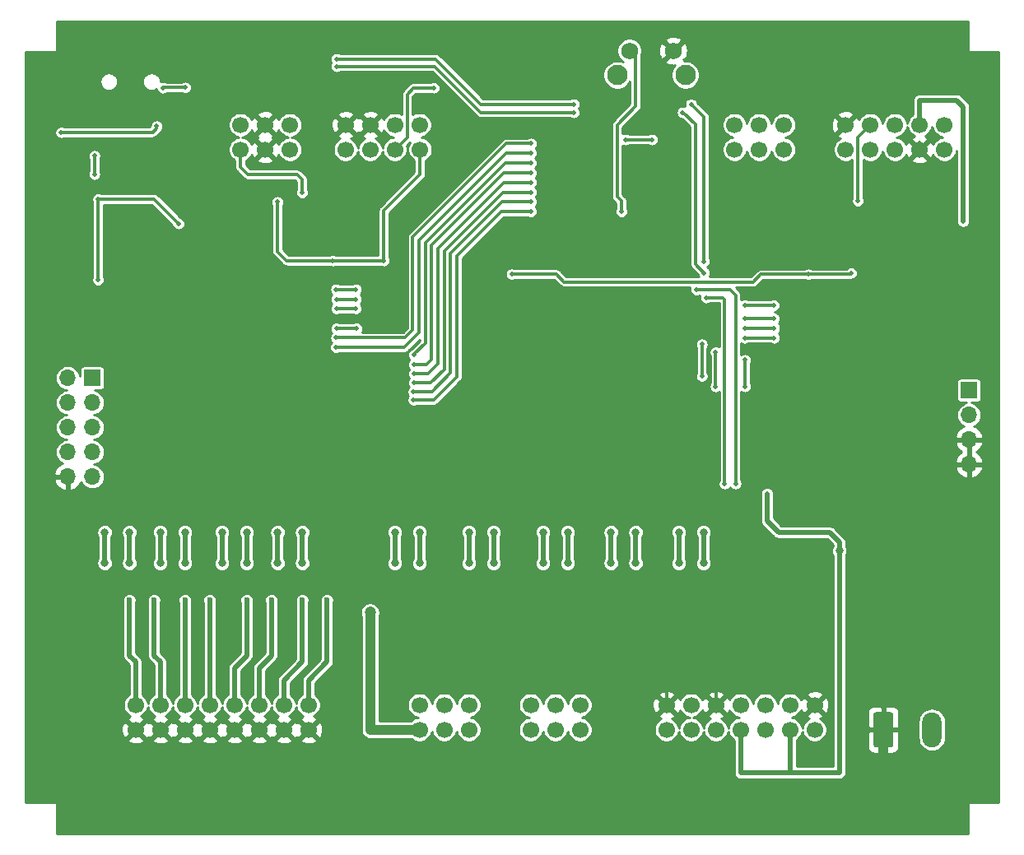
<source format=gbr>
G04 #@! TF.GenerationSoftware,KiCad,Pcbnew,(5.1.4)-1*
G04 #@! TF.CreationDate,2020-07-08T19:24:41+02:00*
G04 #@! TF.ProjectId,SBIO3,5342494f-332e-46b6-9963-61645f706362,rev?*
G04 #@! TF.SameCoordinates,Original*
G04 #@! TF.FileFunction,Copper,L2,Bot*
G04 #@! TF.FilePolarity,Positive*
%FSLAX46Y46*%
G04 Gerber Fmt 4.6, Leading zero omitted, Abs format (unit mm)*
G04 Created by KiCad (PCBNEW (5.1.4)-1) date 2020-07-08 19:24:41*
%MOMM*%
%LPD*%
G04 APERTURE LIST*
%ADD10C,1.700000*%
%ADD11C,2.100000*%
%ADD12C,1.750000*%
%ADD13O,1.700000X1.700000*%
%ADD14R,1.700000X1.700000*%
%ADD15O,2.000000X3.600000*%
%ADD16C,0.100000*%
%ADD17C,2.000000*%
%ADD18C,0.500000*%
%ADD19C,0.800000*%
%ADD20C,1.200000*%
%ADD21C,0.600000*%
%ADD22C,0.300000*%
%ADD23C,1.000000*%
%ADD24C,0.500000*%
%ADD25C,0.250000*%
%ADD26C,0.254000*%
G04 APERTURE END LIST*
D10*
X146050000Y-58420000D03*
X148590000Y-58420000D03*
X151130000Y-58420000D03*
X146050000Y-60960000D03*
X148590000Y-60960000D03*
X151130000Y-60960000D03*
X100330000Y-60960000D03*
X97790000Y-60960000D03*
X95250000Y-60960000D03*
X100330000Y-58420000D03*
X97790000Y-58420000D03*
X95250000Y-58420000D03*
D11*
X134005000Y-53290000D03*
D12*
X135255000Y-50800000D03*
X139755000Y-50800000D03*
D11*
X141015000Y-53290000D03*
D13*
X170180000Y-93345000D03*
X170180000Y-90805000D03*
X170180000Y-88265000D03*
D14*
X170180000Y-85725000D03*
D13*
X77470000Y-94615000D03*
X80010000Y-94615000D03*
X77470000Y-92075000D03*
X80010000Y-92075000D03*
X77470000Y-89535000D03*
X80010000Y-89535000D03*
X77470000Y-86995000D03*
X80010000Y-86995000D03*
X77470000Y-84455000D03*
D14*
X80010000Y-84455000D03*
D15*
X166370000Y-120650000D03*
D16*
G36*
X162144504Y-118851204D02*
G01*
X162168773Y-118854804D01*
X162192571Y-118860765D01*
X162215671Y-118869030D01*
X162237849Y-118879520D01*
X162258893Y-118892133D01*
X162278598Y-118906747D01*
X162296777Y-118923223D01*
X162313253Y-118941402D01*
X162327867Y-118961107D01*
X162340480Y-118982151D01*
X162350970Y-119004329D01*
X162359235Y-119027429D01*
X162365196Y-119051227D01*
X162368796Y-119075496D01*
X162370000Y-119100000D01*
X162370000Y-122200000D01*
X162368796Y-122224504D01*
X162365196Y-122248773D01*
X162359235Y-122272571D01*
X162350970Y-122295671D01*
X162340480Y-122317849D01*
X162327867Y-122338893D01*
X162313253Y-122358598D01*
X162296777Y-122376777D01*
X162278598Y-122393253D01*
X162258893Y-122407867D01*
X162237849Y-122420480D01*
X162215671Y-122430970D01*
X162192571Y-122439235D01*
X162168773Y-122445196D01*
X162144504Y-122448796D01*
X162120000Y-122450000D01*
X160620000Y-122450000D01*
X160595496Y-122448796D01*
X160571227Y-122445196D01*
X160547429Y-122439235D01*
X160524329Y-122430970D01*
X160502151Y-122420480D01*
X160481107Y-122407867D01*
X160461402Y-122393253D01*
X160443223Y-122376777D01*
X160426747Y-122358598D01*
X160412133Y-122338893D01*
X160399520Y-122317849D01*
X160389030Y-122295671D01*
X160380765Y-122272571D01*
X160374804Y-122248773D01*
X160371204Y-122224504D01*
X160370000Y-122200000D01*
X160370000Y-119100000D01*
X160371204Y-119075496D01*
X160374804Y-119051227D01*
X160380765Y-119027429D01*
X160389030Y-119004329D01*
X160399520Y-118982151D01*
X160412133Y-118961107D01*
X160426747Y-118941402D01*
X160443223Y-118923223D01*
X160461402Y-118906747D01*
X160481107Y-118892133D01*
X160502151Y-118879520D01*
X160524329Y-118869030D01*
X160547429Y-118860765D01*
X160571227Y-118854804D01*
X160595496Y-118851204D01*
X160620000Y-118850000D01*
X162120000Y-118850000D01*
X162144504Y-118851204D01*
X162144504Y-118851204D01*
G37*
D17*
X161370000Y-120650000D03*
D10*
X139065000Y-120650000D03*
X141605000Y-120650000D03*
X144145000Y-120650000D03*
X146685000Y-120650000D03*
X149225000Y-120650000D03*
X151765000Y-120650000D03*
X154305000Y-120650000D03*
X154305000Y-118110000D03*
X151765000Y-118110000D03*
X149225000Y-118110000D03*
X146685000Y-118110000D03*
X144145000Y-118110000D03*
X141605000Y-118110000D03*
X139065000Y-118110000D03*
X130175000Y-120650000D03*
X127635000Y-120650000D03*
X125095000Y-120650000D03*
X130175000Y-118110000D03*
X127635000Y-118110000D03*
X125095000Y-118110000D03*
X118745000Y-120650000D03*
X116205000Y-120650000D03*
X113665000Y-120650000D03*
X118745000Y-118110000D03*
X116205000Y-118110000D03*
X113665000Y-118110000D03*
X102235000Y-120650000D03*
X99695000Y-120650000D03*
X97155000Y-120650000D03*
X94615000Y-120650000D03*
X92075000Y-120650000D03*
X89535000Y-120650000D03*
X86995000Y-120650000D03*
X84455000Y-120650000D03*
X102235000Y-118110000D03*
X99695000Y-118110000D03*
X97155000Y-118110000D03*
X94615000Y-118110000D03*
X92075000Y-118110000D03*
X89535000Y-118110000D03*
X86995000Y-118110000D03*
X84455000Y-118110000D03*
X167640000Y-60960000D03*
X165100000Y-60960000D03*
X162560000Y-60960000D03*
X160020000Y-60960000D03*
X157480000Y-60960000D03*
X167640000Y-58420000D03*
X165100000Y-58420000D03*
X162560000Y-58420000D03*
X160020000Y-58420000D03*
X157480000Y-58420000D03*
X113715800Y-60960000D03*
X111125000Y-60960000D03*
X108585000Y-60960000D03*
X106045000Y-60960000D03*
X113665000Y-58420000D03*
X111125000Y-58420000D03*
X108585000Y-58420000D03*
X106045000Y-58420000D03*
D18*
X158070000Y-73660000D03*
X153670000Y-73800000D03*
X123140000Y-73790000D03*
X107170000Y-79370000D03*
X105110000Y-79370000D03*
D19*
X146950000Y-111910000D03*
X137105000Y-126325000D03*
D18*
X156210000Y-98425000D03*
X152930000Y-92580000D03*
X88165000Y-62545000D03*
X152400000Y-95250000D03*
X151130000Y-71755000D03*
X120740000Y-71470000D03*
X121920000Y-69500000D03*
X163830000Y-91620000D03*
X80190000Y-54470000D03*
X76810000Y-54810000D03*
X145415000Y-66040000D03*
D19*
X156845000Y-102235000D03*
D18*
X169590000Y-68340000D03*
X142710000Y-84280000D03*
X142710000Y-80990000D03*
X149410000Y-96360000D03*
X109990000Y-72390000D03*
X104740000Y-72390000D03*
X99060000Y-66340000D03*
X165100000Y-55880000D03*
D20*
X108585000Y-108585000D03*
D19*
X113665000Y-103505000D03*
X113665000Y-100330000D03*
X111125000Y-103505000D03*
X111125000Y-100330000D03*
X121285000Y-103505000D03*
X121285000Y-100330000D03*
X118745000Y-103505000D03*
X118745000Y-100330000D03*
X128905000Y-103505000D03*
X128905000Y-100330000D03*
X126365000Y-103505000D03*
X126365000Y-100330000D03*
X135890000Y-103505000D03*
X135890000Y-100330000D03*
X133350000Y-103505000D03*
X133350000Y-100330000D03*
X142875000Y-103505000D03*
X142875000Y-100330000D03*
X140335000Y-103505000D03*
X140335000Y-100330000D03*
X83820000Y-103505000D03*
X83820000Y-100330000D03*
X81280000Y-103505000D03*
X81280000Y-100330000D03*
X89535000Y-103505000D03*
X89535000Y-100330000D03*
X86995000Y-103505000D03*
X86995000Y-100330000D03*
X95885000Y-103505000D03*
X95885000Y-100330000D03*
X93345000Y-103505000D03*
X93345000Y-100330000D03*
X101600000Y-103505000D03*
X101600000Y-100330000D03*
X99060000Y-103505000D03*
X99060000Y-100330000D03*
D18*
X134870000Y-59930000D03*
X137560000Y-59930000D03*
X107120000Y-77330000D03*
X105110000Y-77330000D03*
X105080000Y-75340000D03*
X107120000Y-75340000D03*
X105110000Y-76370000D03*
X107120000Y-76370000D03*
X147110000Y-80340000D03*
X150130000Y-80340000D03*
X158760000Y-66250000D03*
X147130000Y-79320000D03*
X150140000Y-79320000D03*
X147130000Y-78330000D03*
X150130000Y-78330000D03*
X147130000Y-76990000D03*
X150120000Y-76990000D03*
X146170000Y-95320000D03*
X142130000Y-75380000D03*
X145060000Y-95340000D03*
X143140000Y-76180000D03*
X86630000Y-58560000D03*
X76810000Y-59180000D03*
X87260000Y-54590000D03*
X89570000Y-54580000D03*
X80235000Y-61595000D03*
X80235000Y-63485000D03*
X115140000Y-54610000D03*
X142930000Y-72460000D03*
X141600000Y-56300000D03*
X129540000Y-56290000D03*
X105150000Y-51630000D03*
X140730000Y-57130000D03*
X129530000Y-57130000D03*
X142940000Y-73640000D03*
X105140000Y-52390000D03*
X144130000Y-85330000D03*
X144130000Y-81790000D03*
X147130000Y-85330000D03*
X147130000Y-82590000D03*
X101600000Y-65405000D03*
X125130000Y-60340000D03*
X105090000Y-80320000D03*
X125130000Y-61330000D03*
X105060000Y-81290000D03*
X125120000Y-62330000D03*
X113090000Y-82090000D03*
X125120000Y-63360000D03*
X113090000Y-83070000D03*
X125120000Y-64330000D03*
X113080000Y-84040000D03*
X125150000Y-65350000D03*
X113070000Y-84940000D03*
X113060000Y-85860000D03*
X125140000Y-66320000D03*
X113050000Y-86710000D03*
X125150000Y-67340000D03*
X80610000Y-66040000D03*
X80610000Y-74360000D03*
X88900000Y-68580000D03*
D21*
X86360000Y-107315000D03*
X83820000Y-107315000D03*
X92075000Y-107315000D03*
X89535000Y-107315000D03*
X98425000Y-107315000D03*
X95885000Y-107315000D03*
X104140000Y-107315000D03*
X101600000Y-107315000D03*
D18*
X134430000Y-67355000D03*
D22*
X157940000Y-73790000D02*
X158070000Y-73660000D01*
X157930000Y-73800000D02*
X158070000Y-73660000D01*
X153670000Y-73800000D02*
X157930000Y-73800000D01*
X153670000Y-73800000D02*
X148780000Y-73800000D01*
X148780000Y-73800000D02*
X148000000Y-74580000D01*
X148000000Y-74580000D02*
X128550000Y-74580000D01*
X128550000Y-74580000D02*
X127760000Y-73790000D01*
X127760000Y-73790000D02*
X123140000Y-73790000D01*
X107170000Y-79370000D02*
X105110000Y-79370000D01*
X144145000Y-115570000D02*
X144145000Y-114845000D01*
X144145000Y-114845000D02*
X142840000Y-113540000D01*
X142840000Y-113540000D02*
X140120000Y-113540000D01*
X139065000Y-114595000D02*
X139065000Y-115570000D01*
X140120000Y-113540000D02*
X139065000Y-114595000D01*
X144145000Y-115570000D02*
X144145000Y-114715000D01*
X144145000Y-114715000D02*
X146950000Y-111910000D01*
D23*
X160695000Y-126325000D02*
X161370000Y-125650000D01*
X137105000Y-126325000D02*
X160695000Y-126325000D01*
X161370000Y-125650000D02*
X161370000Y-120650000D01*
D22*
X156210000Y-98425000D02*
X156210000Y-93345000D01*
X156210000Y-93345000D02*
X153670000Y-93345000D01*
X153670000Y-93345000D02*
X153670000Y-93330000D01*
X153670000Y-93330000D02*
X152930000Y-92590000D01*
X152930000Y-92590000D02*
X152930000Y-92580000D01*
X153670000Y-93330000D02*
X153670000Y-93340000D01*
X144145000Y-115570000D02*
X144145000Y-118110000D01*
X139065000Y-115570000D02*
X139065000Y-118110000D01*
X80190000Y-54470000D02*
X77130000Y-54470000D01*
X77130000Y-54470000D02*
X76810000Y-54790000D01*
X76810000Y-54790000D02*
X76810000Y-54810000D01*
X165100000Y-60960000D02*
X165030000Y-60960000D01*
D24*
X165100000Y-60325000D02*
X165100000Y-60960000D01*
D22*
X142710000Y-84030000D02*
X142710000Y-84280000D01*
X142710000Y-80990000D02*
X142710000Y-84030000D01*
D24*
X156845000Y-102235000D02*
X156845000Y-101335000D01*
X156845000Y-101335000D02*
X155860000Y-100350000D01*
X155860000Y-100350000D02*
X150620000Y-100350000D01*
X150620000Y-100350000D02*
X149410000Y-99140000D01*
X149410000Y-99140000D02*
X149410000Y-96360000D01*
D22*
X109990000Y-72390000D02*
X104740000Y-72390000D01*
X109990000Y-67225800D02*
X113715800Y-63500000D01*
X109990000Y-72390000D02*
X109990000Y-67225800D01*
X104740000Y-72390000D02*
X100000000Y-72390000D01*
X100000000Y-72390000D02*
X99060000Y-71450000D01*
X99060000Y-71450000D02*
X99060000Y-66340000D01*
D24*
X146685000Y-120650000D02*
X146685000Y-125095000D01*
X146685000Y-125095000D02*
X151765000Y-125095000D01*
X151765000Y-125095000D02*
X151765000Y-120650000D01*
X156845000Y-125095000D02*
X151765000Y-125095000D01*
X156845000Y-102235000D02*
X156845000Y-125095000D01*
D22*
X113715800Y-63500000D02*
X113715800Y-60960000D01*
D24*
X168910000Y-55880000D02*
X165100000Y-55880000D01*
X169590000Y-68340000D02*
X169590000Y-56560000D01*
X169590000Y-56560000D02*
X168910000Y-55880000D01*
X165100000Y-58420000D02*
X165100000Y-55880000D01*
D23*
X108585000Y-120650000D02*
X113665000Y-120650000D01*
X108585000Y-108585000D02*
X108585000Y-120650000D01*
D24*
X113665000Y-103505000D02*
X113665000Y-100330000D01*
X111125000Y-103505000D02*
X111125000Y-100330000D01*
X121285000Y-103505000D02*
X121285000Y-100330000D01*
X118745000Y-103505000D02*
X118745000Y-100330000D01*
X128905000Y-103505000D02*
X128905000Y-100330000D01*
X126365000Y-103505000D02*
X126365000Y-100330000D01*
X135890000Y-103505000D02*
X135890000Y-100330000D01*
X133350000Y-103505000D02*
X133350000Y-100330000D01*
X142875000Y-103505000D02*
X142875000Y-100330000D01*
X140335000Y-103505000D02*
X140335000Y-100330000D01*
X83820000Y-103505000D02*
X83820000Y-100330000D01*
X81280000Y-103505000D02*
X81280000Y-100330000D01*
X89535000Y-103505000D02*
X89535000Y-100330000D01*
X86995000Y-103505000D02*
X86995000Y-100330000D01*
X95885000Y-103505000D02*
X95885000Y-100330000D01*
X93345000Y-103505000D02*
X93345000Y-100330000D01*
X101600000Y-103505000D02*
X101600000Y-100330000D01*
X99060000Y-103505000D02*
X99060000Y-100330000D01*
D22*
X134870000Y-59930000D02*
X137560000Y-59930000D01*
X105110000Y-77330000D02*
X107120000Y-77330000D01*
X105080000Y-75340000D02*
X107120000Y-75340000D01*
X105110000Y-76370000D02*
X107120000Y-76370000D01*
X147110000Y-80340000D02*
X150130000Y-80340000D01*
X158760000Y-59680000D02*
X160020000Y-58420000D01*
X158760000Y-66250000D02*
X158760000Y-59680000D01*
X147130000Y-79320000D02*
X150140000Y-79320000D01*
X147130000Y-78330000D02*
X148460000Y-78330000D01*
X148460000Y-78330000D02*
X150130000Y-78330000D01*
X147130000Y-76990000D02*
X150120000Y-76990000D01*
X146170000Y-95320000D02*
X146170000Y-94140000D01*
X146170000Y-94140000D02*
X146170000Y-77540000D01*
X146170000Y-77540000D02*
X146170000Y-75930000D01*
X146170000Y-75930000D02*
X145620000Y-75380000D01*
X145620000Y-75380000D02*
X142130000Y-75380000D01*
X145060000Y-95340000D02*
X145060000Y-86230000D01*
X145060000Y-86230000D02*
X145060000Y-77690000D01*
X145060000Y-77690000D02*
X145060000Y-76640000D01*
X145060000Y-76640000D02*
X145060000Y-76390000D01*
X145060000Y-76390000D02*
X144850000Y-76180000D01*
X144850000Y-76180000D02*
X143140000Y-76180000D01*
X76810000Y-59180000D02*
X86235000Y-59180000D01*
X86630000Y-58785000D02*
X86630000Y-58560000D01*
X86235000Y-59180000D02*
X86630000Y-58785000D01*
X87260000Y-54590000D02*
X87270000Y-54580000D01*
X87270000Y-54580000D02*
X89570000Y-54580000D01*
X80235000Y-61595000D02*
X80235000Y-63485000D01*
X115140000Y-54610000D02*
X113060000Y-54610000D01*
X113060000Y-54610000D02*
X112390000Y-55280000D01*
X112390000Y-59695000D02*
X111125000Y-60960000D01*
X112390000Y-55280000D02*
X112390000Y-59695000D01*
X142930000Y-70790000D02*
X142930000Y-72460000D01*
X142930000Y-70670000D02*
X142930000Y-70790000D01*
X142930000Y-70670000D02*
X142930000Y-57630000D01*
X142930000Y-57630000D02*
X141600000Y-56300000D01*
X129540000Y-56290000D02*
X119970000Y-56290000D01*
X119970000Y-56290000D02*
X115310000Y-51630000D01*
X115310000Y-51630000D02*
X105150000Y-51630000D01*
X140810000Y-57130000D02*
X142060000Y-58380000D01*
X142060000Y-58380000D02*
X142060000Y-69380000D01*
D25*
X140730000Y-57130000D02*
X140810000Y-57130000D01*
D22*
X119930000Y-57130000D02*
X129530000Y-57130000D01*
X115190000Y-52390000D02*
X119930000Y-57130000D01*
X105140000Y-52390000D02*
X115190000Y-52390000D01*
X142060000Y-69380000D02*
X142060000Y-72760000D01*
X142060000Y-72760000D02*
X142940000Y-73640000D01*
X144130000Y-85330000D02*
X144130000Y-81790000D01*
X147130000Y-85330000D02*
X147130000Y-82590000D01*
X95250000Y-62750000D02*
X95250000Y-60960000D01*
X96040000Y-63540000D02*
X95250000Y-62750000D01*
X101090000Y-63540000D02*
X96040000Y-63540000D01*
X101600000Y-65405000D02*
X101600000Y-64050000D01*
X101600000Y-64050000D02*
X101090000Y-63540000D01*
X125130000Y-60340000D02*
X122600000Y-60340000D01*
X122600000Y-60340000D02*
X112970000Y-69970000D01*
X112970000Y-69970000D02*
X112970000Y-79550000D01*
X112970000Y-79550000D02*
X112200000Y-80320000D01*
X112200000Y-80320000D02*
X105090000Y-80320000D01*
X125130000Y-61330000D02*
X122600000Y-61330000D01*
X122600000Y-61330000D02*
X113620000Y-70310000D01*
X113620000Y-70310000D02*
X113620000Y-79780000D01*
X113620000Y-79780000D02*
X112110000Y-81290000D01*
X112110000Y-81290000D02*
X105060000Y-81290000D01*
X125120000Y-62330000D02*
X122480000Y-62330000D01*
X113090000Y-82020000D02*
X113090000Y-82090000D01*
X122480000Y-62330000D02*
X114250000Y-70560000D01*
X114250000Y-70560000D02*
X114250000Y-80860000D01*
X114250000Y-80860000D02*
X113090000Y-82020000D01*
X125120000Y-63360000D02*
X122320000Y-63360000D01*
X122320000Y-63360000D02*
X114870000Y-70810000D01*
X114870000Y-70810000D02*
X114870000Y-82560000D01*
X114870000Y-82560000D02*
X114360000Y-83070000D01*
X114360000Y-83070000D02*
X113090000Y-83070000D01*
X125120000Y-64330000D02*
X122350000Y-64330000D01*
X122350000Y-64330000D02*
X115570000Y-71110000D01*
X115570000Y-71110000D02*
X115570000Y-82980000D01*
X115570000Y-82980000D02*
X114510000Y-84040000D01*
X114510000Y-84040000D02*
X113080000Y-84040000D01*
X125150000Y-65350000D02*
X122230000Y-65350000D01*
X122230000Y-65350000D02*
X116200000Y-71380000D01*
X116200000Y-71380000D02*
X116200000Y-83560000D01*
X116200000Y-83560000D02*
X114830000Y-84930000D01*
X114830000Y-84930000D02*
X113080000Y-84930000D01*
X113080000Y-84930000D02*
X113070000Y-84940000D01*
X125140000Y-66320000D02*
X122170000Y-66320000D01*
X114940000Y-85860000D02*
X113060000Y-85860000D01*
X116850000Y-71640000D02*
X116850000Y-83950000D01*
X122170000Y-66320000D02*
X116850000Y-71640000D01*
X116850000Y-83950000D02*
X114940000Y-85860000D01*
X113080000Y-86740000D02*
X113050000Y-86710000D01*
X117490000Y-71940000D02*
X117490000Y-84350000D01*
X122090000Y-67340000D02*
X117490000Y-71940000D01*
X117490000Y-84350000D02*
X115100000Y-86740000D01*
X125150000Y-67340000D02*
X122090000Y-67340000D01*
X115100000Y-86740000D02*
X113080000Y-86740000D01*
X80610000Y-66040000D02*
X80610000Y-74360000D01*
X80610000Y-66040000D02*
X86360000Y-66040000D01*
X86360000Y-66040000D02*
X88900000Y-68580000D01*
D24*
X86360000Y-107315000D02*
X86360000Y-113030000D01*
X86995000Y-113665000D02*
X86995000Y-115570000D01*
X86360000Y-113030000D02*
X86995000Y-113665000D01*
X86995000Y-115570000D02*
X86995000Y-118110000D01*
X83820000Y-107315000D02*
X83820000Y-113030000D01*
X84455000Y-113665000D02*
X84455000Y-115570000D01*
X83820000Y-113030000D02*
X84455000Y-113665000D01*
X84455000Y-115570000D02*
X84455000Y-118110000D01*
X92075000Y-115570000D02*
X92075000Y-118110000D01*
X92075000Y-107315000D02*
X92075000Y-115570000D01*
X89535000Y-115570000D02*
X89535000Y-118110000D01*
X89535000Y-107315000D02*
X89535000Y-115570000D01*
X98425000Y-107315000D02*
X98425000Y-113030000D01*
X98425000Y-113030000D02*
X97155000Y-114300000D01*
X97155000Y-114300000D02*
X97155000Y-115570000D01*
X97155000Y-115570000D02*
X97155000Y-118110000D01*
X95885000Y-107315000D02*
X95885000Y-113030000D01*
X95885000Y-113030000D02*
X94615000Y-114300000D01*
X94615000Y-114300000D02*
X94615000Y-115570000D01*
X94615000Y-115570000D02*
X94615000Y-118110000D01*
X104140000Y-113665000D02*
X102235000Y-115570000D01*
X104140000Y-107315000D02*
X104140000Y-113665000D01*
X102235000Y-115570000D02*
X102235000Y-118110000D01*
X101600000Y-113665000D02*
X99695000Y-115570000D01*
X101600000Y-107315000D02*
X101600000Y-113665000D01*
X99695000Y-115570000D02*
X99695000Y-118110000D01*
D22*
X135255000Y-50800000D02*
X135890000Y-51435000D01*
X135890000Y-51435000D02*
X135890000Y-55880000D01*
X135890000Y-55880000D02*
X135890000Y-56515000D01*
X135890000Y-56515000D02*
X133985000Y-58420000D01*
X133985000Y-58420000D02*
X133985000Y-65405000D01*
X133985000Y-65405000D02*
X133985000Y-65810000D01*
X133985000Y-65810000D02*
X134430000Y-66255000D01*
X134430000Y-66255000D02*
X134430000Y-67355000D01*
D26*
G36*
X170053000Y-50800000D02*
G01*
X170055440Y-50824776D01*
X170062667Y-50848601D01*
X170074403Y-50870557D01*
X170090197Y-50889803D01*
X170109443Y-50905597D01*
X170131399Y-50917333D01*
X170155224Y-50924560D01*
X170180000Y-50927000D01*
X173228000Y-50927000D01*
X173228000Y-128143000D01*
X170180000Y-128143000D01*
X170155224Y-128145440D01*
X170131399Y-128152667D01*
X170109443Y-128164403D01*
X170090197Y-128180197D01*
X170074403Y-128199443D01*
X170062667Y-128221399D01*
X170055440Y-128245224D01*
X170053000Y-128270000D01*
X170053000Y-131318000D01*
X76327000Y-131318000D01*
X76327000Y-128270000D01*
X76324560Y-128245224D01*
X76317333Y-128221399D01*
X76305597Y-128199443D01*
X76289803Y-128180197D01*
X76270557Y-128164403D01*
X76248601Y-128152667D01*
X76224776Y-128145440D01*
X76200000Y-128143000D01*
X73152000Y-128143000D01*
X73152000Y-121678397D01*
X83606208Y-121678397D01*
X83683843Y-121927472D01*
X83947883Y-122053371D01*
X84231411Y-122125339D01*
X84523531Y-122140611D01*
X84813019Y-122098599D01*
X85088747Y-122000919D01*
X85226157Y-121927472D01*
X85303792Y-121678397D01*
X86146208Y-121678397D01*
X86223843Y-121927472D01*
X86487883Y-122053371D01*
X86771411Y-122125339D01*
X87063531Y-122140611D01*
X87353019Y-122098599D01*
X87628747Y-122000919D01*
X87766157Y-121927472D01*
X87843792Y-121678397D01*
X88686208Y-121678397D01*
X88763843Y-121927472D01*
X89027883Y-122053371D01*
X89311411Y-122125339D01*
X89603531Y-122140611D01*
X89893019Y-122098599D01*
X90168747Y-122000919D01*
X90306157Y-121927472D01*
X90383792Y-121678397D01*
X91226208Y-121678397D01*
X91303843Y-121927472D01*
X91567883Y-122053371D01*
X91851411Y-122125339D01*
X92143531Y-122140611D01*
X92433019Y-122098599D01*
X92708747Y-122000919D01*
X92846157Y-121927472D01*
X92923792Y-121678397D01*
X93766208Y-121678397D01*
X93843843Y-121927472D01*
X94107883Y-122053371D01*
X94391411Y-122125339D01*
X94683531Y-122140611D01*
X94973019Y-122098599D01*
X95248747Y-122000919D01*
X95386157Y-121927472D01*
X95463792Y-121678397D01*
X96306208Y-121678397D01*
X96383843Y-121927472D01*
X96647883Y-122053371D01*
X96931411Y-122125339D01*
X97223531Y-122140611D01*
X97513019Y-122098599D01*
X97788747Y-122000919D01*
X97926157Y-121927472D01*
X98003792Y-121678397D01*
X98846208Y-121678397D01*
X98923843Y-121927472D01*
X99187883Y-122053371D01*
X99471411Y-122125339D01*
X99763531Y-122140611D01*
X100053019Y-122098599D01*
X100328747Y-122000919D01*
X100466157Y-121927472D01*
X100543792Y-121678397D01*
X101386208Y-121678397D01*
X101463843Y-121927472D01*
X101727883Y-122053371D01*
X102011411Y-122125339D01*
X102303531Y-122140611D01*
X102593019Y-122098599D01*
X102868747Y-122000919D01*
X103006157Y-121927472D01*
X103083792Y-121678397D01*
X102235000Y-120829605D01*
X101386208Y-121678397D01*
X100543792Y-121678397D01*
X99695000Y-120829605D01*
X98846208Y-121678397D01*
X98003792Y-121678397D01*
X97155000Y-120829605D01*
X96306208Y-121678397D01*
X95463792Y-121678397D01*
X94615000Y-120829605D01*
X93766208Y-121678397D01*
X92923792Y-121678397D01*
X92075000Y-120829605D01*
X91226208Y-121678397D01*
X90383792Y-121678397D01*
X89535000Y-120829605D01*
X88686208Y-121678397D01*
X87843792Y-121678397D01*
X86995000Y-120829605D01*
X86146208Y-121678397D01*
X85303792Y-121678397D01*
X84455000Y-120829605D01*
X83606208Y-121678397D01*
X73152000Y-121678397D01*
X73152000Y-120718531D01*
X82964389Y-120718531D01*
X83006401Y-121008019D01*
X83104081Y-121283747D01*
X83177528Y-121421157D01*
X83426603Y-121498792D01*
X84275395Y-120650000D01*
X84634605Y-120650000D01*
X85483397Y-121498792D01*
X85725000Y-121423486D01*
X85966603Y-121498792D01*
X86815395Y-120650000D01*
X87174605Y-120650000D01*
X88023397Y-121498792D01*
X88265000Y-121423486D01*
X88506603Y-121498792D01*
X89355395Y-120650000D01*
X89714605Y-120650000D01*
X90563397Y-121498792D01*
X90805000Y-121423486D01*
X91046603Y-121498792D01*
X91895395Y-120650000D01*
X92254605Y-120650000D01*
X93103397Y-121498792D01*
X93345000Y-121423486D01*
X93586603Y-121498792D01*
X94435395Y-120650000D01*
X94794605Y-120650000D01*
X95643397Y-121498792D01*
X95885000Y-121423486D01*
X96126603Y-121498792D01*
X96975395Y-120650000D01*
X97334605Y-120650000D01*
X98183397Y-121498792D01*
X98425000Y-121423486D01*
X98666603Y-121498792D01*
X99515395Y-120650000D01*
X99874605Y-120650000D01*
X100723397Y-121498792D01*
X100965000Y-121423486D01*
X101206603Y-121498792D01*
X102055395Y-120650000D01*
X102414605Y-120650000D01*
X103263397Y-121498792D01*
X103512472Y-121421157D01*
X103638371Y-121157117D01*
X103710339Y-120873589D01*
X103725611Y-120581469D01*
X103683599Y-120291981D01*
X103585919Y-120016253D01*
X103512472Y-119878843D01*
X103263397Y-119801208D01*
X102414605Y-120650000D01*
X102055395Y-120650000D01*
X101206603Y-119801208D01*
X100965000Y-119876514D01*
X100723397Y-119801208D01*
X99874605Y-120650000D01*
X99515395Y-120650000D01*
X98666603Y-119801208D01*
X98425000Y-119876514D01*
X98183397Y-119801208D01*
X97334605Y-120650000D01*
X96975395Y-120650000D01*
X96126603Y-119801208D01*
X95885000Y-119876514D01*
X95643397Y-119801208D01*
X94794605Y-120650000D01*
X94435395Y-120650000D01*
X93586603Y-119801208D01*
X93345000Y-119876514D01*
X93103397Y-119801208D01*
X92254605Y-120650000D01*
X91895395Y-120650000D01*
X91046603Y-119801208D01*
X90805000Y-119876514D01*
X90563397Y-119801208D01*
X89714605Y-120650000D01*
X89355395Y-120650000D01*
X88506603Y-119801208D01*
X88265000Y-119876514D01*
X88023397Y-119801208D01*
X87174605Y-120650000D01*
X86815395Y-120650000D01*
X85966603Y-119801208D01*
X85725000Y-119876514D01*
X85483397Y-119801208D01*
X84634605Y-120650000D01*
X84275395Y-120650000D01*
X83426603Y-119801208D01*
X83177528Y-119878843D01*
X83051629Y-120142883D01*
X82979661Y-120426411D01*
X82964389Y-120718531D01*
X73152000Y-120718531D01*
X73152000Y-107243397D01*
X83093000Y-107243397D01*
X83093000Y-107386603D01*
X83120938Y-107527058D01*
X83143000Y-107580320D01*
X83143001Y-112996745D01*
X83139726Y-113030000D01*
X83152796Y-113162714D01*
X83191508Y-113290329D01*
X83254372Y-113407940D01*
X83317776Y-113485198D01*
X83317777Y-113485199D01*
X83338974Y-113511027D01*
X83364799Y-113532222D01*
X83778000Y-113945423D01*
X83778001Y-115536739D01*
X83778000Y-115536749D01*
X83778001Y-117026522D01*
X83640960Y-117118089D01*
X83463089Y-117295960D01*
X83323337Y-117505114D01*
X83227074Y-117737513D01*
X83178000Y-117984226D01*
X83178000Y-118235774D01*
X83227074Y-118482487D01*
X83323337Y-118714886D01*
X83463089Y-118924040D01*
X83640960Y-119101911D01*
X83850114Y-119241663D01*
X83911526Y-119267101D01*
X83821253Y-119299081D01*
X83683843Y-119372528D01*
X83606208Y-119621603D01*
X84455000Y-120470395D01*
X85303792Y-119621603D01*
X85226157Y-119372528D01*
X85001994Y-119265643D01*
X85059886Y-119241663D01*
X85269040Y-119101911D01*
X85446911Y-118924040D01*
X85586663Y-118714886D01*
X85682926Y-118482487D01*
X85725000Y-118270966D01*
X85767074Y-118482487D01*
X85863337Y-118714886D01*
X86003089Y-118924040D01*
X86180960Y-119101911D01*
X86390114Y-119241663D01*
X86451526Y-119267101D01*
X86361253Y-119299081D01*
X86223843Y-119372528D01*
X86146208Y-119621603D01*
X86995000Y-120470395D01*
X87843792Y-119621603D01*
X87766157Y-119372528D01*
X87541994Y-119265643D01*
X87599886Y-119241663D01*
X87809040Y-119101911D01*
X87986911Y-118924040D01*
X88126663Y-118714886D01*
X88222926Y-118482487D01*
X88265000Y-118270966D01*
X88307074Y-118482487D01*
X88403337Y-118714886D01*
X88543089Y-118924040D01*
X88720960Y-119101911D01*
X88930114Y-119241663D01*
X88991526Y-119267101D01*
X88901253Y-119299081D01*
X88763843Y-119372528D01*
X88686208Y-119621603D01*
X89535000Y-120470395D01*
X90383792Y-119621603D01*
X90306157Y-119372528D01*
X90081994Y-119265643D01*
X90139886Y-119241663D01*
X90349040Y-119101911D01*
X90526911Y-118924040D01*
X90666663Y-118714886D01*
X90762926Y-118482487D01*
X90805000Y-118270966D01*
X90847074Y-118482487D01*
X90943337Y-118714886D01*
X91083089Y-118924040D01*
X91260960Y-119101911D01*
X91470114Y-119241663D01*
X91531526Y-119267101D01*
X91441253Y-119299081D01*
X91303843Y-119372528D01*
X91226208Y-119621603D01*
X92075000Y-120470395D01*
X92923792Y-119621603D01*
X92846157Y-119372528D01*
X92621994Y-119265643D01*
X92679886Y-119241663D01*
X92889040Y-119101911D01*
X93066911Y-118924040D01*
X93206663Y-118714886D01*
X93302926Y-118482487D01*
X93345000Y-118270966D01*
X93387074Y-118482487D01*
X93483337Y-118714886D01*
X93623089Y-118924040D01*
X93800960Y-119101911D01*
X94010114Y-119241663D01*
X94071526Y-119267101D01*
X93981253Y-119299081D01*
X93843843Y-119372528D01*
X93766208Y-119621603D01*
X94615000Y-120470395D01*
X95463792Y-119621603D01*
X95386157Y-119372528D01*
X95161994Y-119265643D01*
X95219886Y-119241663D01*
X95429040Y-119101911D01*
X95606911Y-118924040D01*
X95746663Y-118714886D01*
X95842926Y-118482487D01*
X95885000Y-118270966D01*
X95927074Y-118482487D01*
X96023337Y-118714886D01*
X96163089Y-118924040D01*
X96340960Y-119101911D01*
X96550114Y-119241663D01*
X96611526Y-119267101D01*
X96521253Y-119299081D01*
X96383843Y-119372528D01*
X96306208Y-119621603D01*
X97155000Y-120470395D01*
X98003792Y-119621603D01*
X97926157Y-119372528D01*
X97701994Y-119265643D01*
X97759886Y-119241663D01*
X97969040Y-119101911D01*
X98146911Y-118924040D01*
X98286663Y-118714886D01*
X98382926Y-118482487D01*
X98425000Y-118270966D01*
X98467074Y-118482487D01*
X98563337Y-118714886D01*
X98703089Y-118924040D01*
X98880960Y-119101911D01*
X99090114Y-119241663D01*
X99151526Y-119267101D01*
X99061253Y-119299081D01*
X98923843Y-119372528D01*
X98846208Y-119621603D01*
X99695000Y-120470395D01*
X100543792Y-119621603D01*
X100466157Y-119372528D01*
X100241994Y-119265643D01*
X100299886Y-119241663D01*
X100509040Y-119101911D01*
X100686911Y-118924040D01*
X100826663Y-118714886D01*
X100922926Y-118482487D01*
X100965000Y-118270966D01*
X101007074Y-118482487D01*
X101103337Y-118714886D01*
X101243089Y-118924040D01*
X101420960Y-119101911D01*
X101630114Y-119241663D01*
X101691526Y-119267101D01*
X101601253Y-119299081D01*
X101463843Y-119372528D01*
X101386208Y-119621603D01*
X102235000Y-120470395D01*
X103083792Y-119621603D01*
X103006157Y-119372528D01*
X102781994Y-119265643D01*
X102839886Y-119241663D01*
X103049040Y-119101911D01*
X103226911Y-118924040D01*
X103366663Y-118714886D01*
X103462926Y-118482487D01*
X103512000Y-118235774D01*
X103512000Y-117984226D01*
X103462926Y-117737513D01*
X103366663Y-117505114D01*
X103226911Y-117295960D01*
X103049040Y-117118089D01*
X102912000Y-117026522D01*
X102912000Y-115850422D01*
X104595201Y-114167222D01*
X104621027Y-114146027D01*
X104705628Y-114042941D01*
X104768492Y-113925330D01*
X104807204Y-113797715D01*
X104817000Y-113698252D01*
X104820275Y-113665000D01*
X104817000Y-113631748D01*
X104817000Y-108483849D01*
X107558000Y-108483849D01*
X107558000Y-108686151D01*
X107597467Y-108884565D01*
X107658000Y-109030703D01*
X107658001Y-120604452D01*
X107653515Y-120650000D01*
X107671413Y-120831724D01*
X107724420Y-121006464D01*
X107810499Y-121167505D01*
X107926341Y-121308659D01*
X108067495Y-121424501D01*
X108228536Y-121510580D01*
X108403276Y-121563587D01*
X108539462Y-121577000D01*
X108539463Y-121577000D01*
X108585000Y-121581485D01*
X108630538Y-121577000D01*
X112786049Y-121577000D01*
X112850960Y-121641911D01*
X113060114Y-121781663D01*
X113292513Y-121877926D01*
X113539226Y-121927000D01*
X113790774Y-121927000D01*
X114037487Y-121877926D01*
X114269886Y-121781663D01*
X114479040Y-121641911D01*
X114656911Y-121464040D01*
X114796663Y-121254886D01*
X114892926Y-121022487D01*
X114935000Y-120810966D01*
X114977074Y-121022487D01*
X115073337Y-121254886D01*
X115213089Y-121464040D01*
X115390960Y-121641911D01*
X115600114Y-121781663D01*
X115832513Y-121877926D01*
X116079226Y-121927000D01*
X116330774Y-121927000D01*
X116577487Y-121877926D01*
X116809886Y-121781663D01*
X117019040Y-121641911D01*
X117196911Y-121464040D01*
X117336663Y-121254886D01*
X117432926Y-121022487D01*
X117475000Y-120810966D01*
X117517074Y-121022487D01*
X117613337Y-121254886D01*
X117753089Y-121464040D01*
X117930960Y-121641911D01*
X118140114Y-121781663D01*
X118372513Y-121877926D01*
X118619226Y-121927000D01*
X118870774Y-121927000D01*
X119117487Y-121877926D01*
X119349886Y-121781663D01*
X119559040Y-121641911D01*
X119736911Y-121464040D01*
X119876663Y-121254886D01*
X119972926Y-121022487D01*
X120022000Y-120775774D01*
X120022000Y-120524226D01*
X119972926Y-120277513D01*
X119876663Y-120045114D01*
X119736911Y-119835960D01*
X119559040Y-119658089D01*
X119349886Y-119518337D01*
X119117487Y-119422074D01*
X118905966Y-119380000D01*
X119117487Y-119337926D01*
X119349886Y-119241663D01*
X119559040Y-119101911D01*
X119736911Y-118924040D01*
X119876663Y-118714886D01*
X119972926Y-118482487D01*
X120022000Y-118235774D01*
X120022000Y-117984226D01*
X123818000Y-117984226D01*
X123818000Y-118235774D01*
X123867074Y-118482487D01*
X123963337Y-118714886D01*
X124103089Y-118924040D01*
X124280960Y-119101911D01*
X124490114Y-119241663D01*
X124722513Y-119337926D01*
X124934034Y-119380000D01*
X124722513Y-119422074D01*
X124490114Y-119518337D01*
X124280960Y-119658089D01*
X124103089Y-119835960D01*
X123963337Y-120045114D01*
X123867074Y-120277513D01*
X123818000Y-120524226D01*
X123818000Y-120775774D01*
X123867074Y-121022487D01*
X123963337Y-121254886D01*
X124103089Y-121464040D01*
X124280960Y-121641911D01*
X124490114Y-121781663D01*
X124722513Y-121877926D01*
X124969226Y-121927000D01*
X125220774Y-121927000D01*
X125467487Y-121877926D01*
X125699886Y-121781663D01*
X125909040Y-121641911D01*
X126086911Y-121464040D01*
X126226663Y-121254886D01*
X126322926Y-121022487D01*
X126365000Y-120810966D01*
X126407074Y-121022487D01*
X126503337Y-121254886D01*
X126643089Y-121464040D01*
X126820960Y-121641911D01*
X127030114Y-121781663D01*
X127262513Y-121877926D01*
X127509226Y-121927000D01*
X127760774Y-121927000D01*
X128007487Y-121877926D01*
X128239886Y-121781663D01*
X128449040Y-121641911D01*
X128626911Y-121464040D01*
X128766663Y-121254886D01*
X128862926Y-121022487D01*
X128905000Y-120810966D01*
X128947074Y-121022487D01*
X129043337Y-121254886D01*
X129183089Y-121464040D01*
X129360960Y-121641911D01*
X129570114Y-121781663D01*
X129802513Y-121877926D01*
X130049226Y-121927000D01*
X130300774Y-121927000D01*
X130547487Y-121877926D01*
X130779886Y-121781663D01*
X130989040Y-121641911D01*
X131166911Y-121464040D01*
X131306663Y-121254886D01*
X131402926Y-121022487D01*
X131452000Y-120775774D01*
X131452000Y-120524226D01*
X137788000Y-120524226D01*
X137788000Y-120775774D01*
X137837074Y-121022487D01*
X137933337Y-121254886D01*
X138073089Y-121464040D01*
X138250960Y-121641911D01*
X138460114Y-121781663D01*
X138692513Y-121877926D01*
X138939226Y-121927000D01*
X139190774Y-121927000D01*
X139437487Y-121877926D01*
X139669886Y-121781663D01*
X139879040Y-121641911D01*
X140056911Y-121464040D01*
X140196663Y-121254886D01*
X140292926Y-121022487D01*
X140335000Y-120810966D01*
X140377074Y-121022487D01*
X140473337Y-121254886D01*
X140613089Y-121464040D01*
X140790960Y-121641911D01*
X141000114Y-121781663D01*
X141232513Y-121877926D01*
X141479226Y-121927000D01*
X141730774Y-121927000D01*
X141977487Y-121877926D01*
X142209886Y-121781663D01*
X142419040Y-121641911D01*
X142596911Y-121464040D01*
X142736663Y-121254886D01*
X142832926Y-121022487D01*
X142875000Y-120810966D01*
X142917074Y-121022487D01*
X143013337Y-121254886D01*
X143153089Y-121464040D01*
X143330960Y-121641911D01*
X143540114Y-121781663D01*
X143772513Y-121877926D01*
X144019226Y-121927000D01*
X144270774Y-121927000D01*
X144517487Y-121877926D01*
X144749886Y-121781663D01*
X144959040Y-121641911D01*
X145136911Y-121464040D01*
X145276663Y-121254886D01*
X145372926Y-121022487D01*
X145415000Y-120810966D01*
X145457074Y-121022487D01*
X145553337Y-121254886D01*
X145693089Y-121464040D01*
X145870960Y-121641911D01*
X146008000Y-121733478D01*
X146008001Y-125061738D01*
X146004725Y-125095000D01*
X146017796Y-125227715D01*
X146056508Y-125355330D01*
X146119372Y-125472941D01*
X146203973Y-125576027D01*
X146307059Y-125660628D01*
X146424670Y-125723492D01*
X146552285Y-125762204D01*
X146651748Y-125772000D01*
X146685000Y-125775275D01*
X146718252Y-125772000D01*
X151731748Y-125772000D01*
X151765000Y-125775275D01*
X151798252Y-125772000D01*
X156811748Y-125772000D01*
X156845000Y-125775275D01*
X156878252Y-125772000D01*
X156977715Y-125762204D01*
X157105330Y-125723492D01*
X157222941Y-125660628D01*
X157326027Y-125576027D01*
X157410628Y-125472941D01*
X157473492Y-125355330D01*
X157512204Y-125227715D01*
X157525275Y-125095000D01*
X157522000Y-125061748D01*
X157522000Y-122450000D01*
X159731928Y-122450000D01*
X159744188Y-122574482D01*
X159780498Y-122694180D01*
X159839463Y-122804494D01*
X159918815Y-122901185D01*
X160015506Y-122980537D01*
X160125820Y-123039502D01*
X160245518Y-123075812D01*
X160370000Y-123088072D01*
X161084250Y-123085000D01*
X161243000Y-122926250D01*
X161243000Y-120777000D01*
X161497000Y-120777000D01*
X161497000Y-122926250D01*
X161655750Y-123085000D01*
X162370000Y-123088072D01*
X162494482Y-123075812D01*
X162614180Y-123039502D01*
X162724494Y-122980537D01*
X162821185Y-122901185D01*
X162900537Y-122804494D01*
X162959502Y-122694180D01*
X162995812Y-122574482D01*
X163008072Y-122450000D01*
X163005000Y-120935750D01*
X162846250Y-120777000D01*
X161497000Y-120777000D01*
X161243000Y-120777000D01*
X159893750Y-120777000D01*
X159735000Y-120935750D01*
X159731928Y-122450000D01*
X157522000Y-122450000D01*
X157522000Y-118850000D01*
X159731928Y-118850000D01*
X159735000Y-120364250D01*
X159893750Y-120523000D01*
X161243000Y-120523000D01*
X161243000Y-118373750D01*
X161497000Y-118373750D01*
X161497000Y-120523000D01*
X162846250Y-120523000D01*
X163005000Y-120364250D01*
X163006185Y-119779903D01*
X164943000Y-119779903D01*
X164943000Y-121520098D01*
X164963648Y-121729741D01*
X165045246Y-121998731D01*
X165177753Y-122246634D01*
X165356078Y-122463923D01*
X165573367Y-122642248D01*
X165821270Y-122774755D01*
X166090260Y-122856352D01*
X166370000Y-122883904D01*
X166649741Y-122856352D01*
X166918731Y-122774755D01*
X167166634Y-122642248D01*
X167383923Y-122463923D01*
X167562248Y-122246634D01*
X167694755Y-121998731D01*
X167776352Y-121729741D01*
X167797000Y-121520098D01*
X167797000Y-119779902D01*
X167776352Y-119570259D01*
X167694755Y-119301269D01*
X167562248Y-119053366D01*
X167383922Y-118836077D01*
X167166633Y-118657752D01*
X166918730Y-118525245D01*
X166649740Y-118443648D01*
X166370000Y-118416096D01*
X166090259Y-118443648D01*
X165821269Y-118525245D01*
X165573366Y-118657752D01*
X165356077Y-118836078D01*
X165177752Y-119053367D01*
X165045245Y-119301270D01*
X164963648Y-119570260D01*
X164943000Y-119779903D01*
X163006185Y-119779903D01*
X163008072Y-118850000D01*
X162995812Y-118725518D01*
X162959502Y-118605820D01*
X162900537Y-118495506D01*
X162821185Y-118398815D01*
X162724494Y-118319463D01*
X162614180Y-118260498D01*
X162494482Y-118224188D01*
X162370000Y-118211928D01*
X161655750Y-118215000D01*
X161497000Y-118373750D01*
X161243000Y-118373750D01*
X161084250Y-118215000D01*
X160370000Y-118211928D01*
X160245518Y-118224188D01*
X160125820Y-118260498D01*
X160015506Y-118319463D01*
X159918815Y-118398815D01*
X159839463Y-118495506D01*
X159780498Y-118605820D01*
X159744188Y-118725518D01*
X159731928Y-118850000D01*
X157522000Y-118850000D01*
X157522000Y-102710357D01*
X157577877Y-102626731D01*
X157640218Y-102476227D01*
X157672000Y-102316452D01*
X157672000Y-102153548D01*
X157640218Y-101993773D01*
X157577877Y-101843269D01*
X157522000Y-101759643D01*
X157522000Y-101368241D01*
X157525274Y-101334999D01*
X157522000Y-101301757D01*
X157522000Y-101301748D01*
X157512204Y-101202285D01*
X157473492Y-101074670D01*
X157410628Y-100957059D01*
X157326027Y-100853973D01*
X157300196Y-100832774D01*
X156362226Y-99894804D01*
X156341027Y-99868973D01*
X156237941Y-99784372D01*
X156120330Y-99721508D01*
X155992715Y-99682796D01*
X155893252Y-99673000D01*
X155893245Y-99673000D01*
X155860000Y-99669726D01*
X155826755Y-99673000D01*
X150900422Y-99673000D01*
X150087000Y-98859578D01*
X150087000Y-96293321D01*
X150080479Y-96260536D01*
X150077204Y-96227285D01*
X150067506Y-96195315D01*
X150060984Y-96162526D01*
X150048189Y-96131636D01*
X150038492Y-96099670D01*
X150022744Y-96070208D01*
X150009950Y-96039320D01*
X149991377Y-96011524D01*
X149975628Y-95982059D01*
X149954432Y-95956231D01*
X149935860Y-95928437D01*
X149912222Y-95904799D01*
X149891027Y-95878973D01*
X149865201Y-95857778D01*
X149841563Y-95834140D01*
X149813769Y-95815568D01*
X149787941Y-95794372D01*
X149758476Y-95778623D01*
X149730680Y-95760050D01*
X149699792Y-95747256D01*
X149670330Y-95731508D01*
X149638364Y-95721811D01*
X149607474Y-95709016D01*
X149574685Y-95702494D01*
X149542715Y-95692796D01*
X149509464Y-95689521D01*
X149476679Y-95683000D01*
X149443252Y-95683000D01*
X149410000Y-95679725D01*
X149376748Y-95683000D01*
X149343321Y-95683000D01*
X149310535Y-95689521D01*
X149277286Y-95692796D01*
X149245318Y-95702493D01*
X149212526Y-95709016D01*
X149181634Y-95721812D01*
X149149671Y-95731508D01*
X149120212Y-95747254D01*
X149089320Y-95760050D01*
X149061520Y-95778625D01*
X149032060Y-95794372D01*
X149006237Y-95815565D01*
X148978437Y-95834140D01*
X148954794Y-95857783D01*
X148928974Y-95878973D01*
X148907784Y-95904793D01*
X148884140Y-95928437D01*
X148865564Y-95956238D01*
X148844373Y-95982059D01*
X148828628Y-96011517D01*
X148810050Y-96039320D01*
X148797252Y-96070216D01*
X148781509Y-96099670D01*
X148771815Y-96131627D01*
X148759016Y-96162526D01*
X148752492Y-96195325D01*
X148742797Y-96227285D01*
X148739523Y-96260526D01*
X148733000Y-96293321D01*
X148733000Y-96426679D01*
X148733001Y-96426684D01*
X148733000Y-99106755D01*
X148729726Y-99140000D01*
X148733000Y-99173245D01*
X148733000Y-99173251D01*
X148742796Y-99272714D01*
X148781508Y-99400329D01*
X148844372Y-99517940D01*
X148928973Y-99621026D01*
X148954800Y-99642222D01*
X150117774Y-100805196D01*
X150138973Y-100831027D01*
X150242059Y-100915628D01*
X150359670Y-100978492D01*
X150487285Y-101017204D01*
X150586748Y-101027000D01*
X150586757Y-101027000D01*
X150619999Y-101030274D01*
X150653241Y-101027000D01*
X155579578Y-101027000D01*
X156168000Y-101615422D01*
X156168000Y-101759643D01*
X156112123Y-101843269D01*
X156049782Y-101993773D01*
X156018000Y-102153548D01*
X156018000Y-102316452D01*
X156049782Y-102476227D01*
X156112123Y-102626731D01*
X156168000Y-102710357D01*
X156168001Y-124418000D01*
X152442000Y-124418000D01*
X152442000Y-121733478D01*
X152579040Y-121641911D01*
X152756911Y-121464040D01*
X152896663Y-121254886D01*
X152992926Y-121022487D01*
X153035000Y-120810966D01*
X153077074Y-121022487D01*
X153173337Y-121254886D01*
X153313089Y-121464040D01*
X153490960Y-121641911D01*
X153700114Y-121781663D01*
X153932513Y-121877926D01*
X154179226Y-121927000D01*
X154430774Y-121927000D01*
X154677487Y-121877926D01*
X154909886Y-121781663D01*
X155119040Y-121641911D01*
X155296911Y-121464040D01*
X155436663Y-121254886D01*
X155532926Y-121022487D01*
X155582000Y-120775774D01*
X155582000Y-120524226D01*
X155532926Y-120277513D01*
X155436663Y-120045114D01*
X155296911Y-119835960D01*
X155119040Y-119658089D01*
X154909886Y-119518337D01*
X154848474Y-119492899D01*
X154938747Y-119460919D01*
X155076157Y-119387472D01*
X155153792Y-119138397D01*
X154305000Y-118289605D01*
X153456208Y-119138397D01*
X153533843Y-119387472D01*
X153758006Y-119494357D01*
X153700114Y-119518337D01*
X153490960Y-119658089D01*
X153313089Y-119835960D01*
X153173337Y-120045114D01*
X153077074Y-120277513D01*
X153035000Y-120489034D01*
X152992926Y-120277513D01*
X152896663Y-120045114D01*
X152756911Y-119835960D01*
X152579040Y-119658089D01*
X152369886Y-119518337D01*
X152137487Y-119422074D01*
X151925966Y-119380000D01*
X152137487Y-119337926D01*
X152369886Y-119241663D01*
X152579040Y-119101911D01*
X152756911Y-118924040D01*
X152896663Y-118714886D01*
X152922101Y-118653474D01*
X152954081Y-118743747D01*
X153027528Y-118881157D01*
X153276603Y-118958792D01*
X154125395Y-118110000D01*
X154484605Y-118110000D01*
X155333397Y-118958792D01*
X155582472Y-118881157D01*
X155708371Y-118617117D01*
X155780339Y-118333589D01*
X155795611Y-118041469D01*
X155753599Y-117751981D01*
X155655919Y-117476253D01*
X155582472Y-117338843D01*
X155333397Y-117261208D01*
X154484605Y-118110000D01*
X154125395Y-118110000D01*
X153276603Y-117261208D01*
X153027528Y-117338843D01*
X152920643Y-117563006D01*
X152896663Y-117505114D01*
X152756911Y-117295960D01*
X152579040Y-117118089D01*
X152524435Y-117081603D01*
X153456208Y-117081603D01*
X154305000Y-117930395D01*
X155153792Y-117081603D01*
X155076157Y-116832528D01*
X154812117Y-116706629D01*
X154528589Y-116634661D01*
X154236469Y-116619389D01*
X153946981Y-116661401D01*
X153671253Y-116759081D01*
X153533843Y-116832528D01*
X153456208Y-117081603D01*
X152524435Y-117081603D01*
X152369886Y-116978337D01*
X152137487Y-116882074D01*
X151890774Y-116833000D01*
X151639226Y-116833000D01*
X151392513Y-116882074D01*
X151160114Y-116978337D01*
X150950960Y-117118089D01*
X150773089Y-117295960D01*
X150633337Y-117505114D01*
X150537074Y-117737513D01*
X150495000Y-117949034D01*
X150452926Y-117737513D01*
X150356663Y-117505114D01*
X150216911Y-117295960D01*
X150039040Y-117118089D01*
X149829886Y-116978337D01*
X149597487Y-116882074D01*
X149350774Y-116833000D01*
X149099226Y-116833000D01*
X148852513Y-116882074D01*
X148620114Y-116978337D01*
X148410960Y-117118089D01*
X148233089Y-117295960D01*
X148093337Y-117505114D01*
X147997074Y-117737513D01*
X147955000Y-117949034D01*
X147912926Y-117737513D01*
X147816663Y-117505114D01*
X147676911Y-117295960D01*
X147499040Y-117118089D01*
X147289886Y-116978337D01*
X147057487Y-116882074D01*
X146810774Y-116833000D01*
X146559226Y-116833000D01*
X146312513Y-116882074D01*
X146080114Y-116978337D01*
X145870960Y-117118089D01*
X145693089Y-117295960D01*
X145553337Y-117505114D01*
X145527899Y-117566526D01*
X145495919Y-117476253D01*
X145422472Y-117338843D01*
X145173397Y-117261208D01*
X144324605Y-118110000D01*
X145173397Y-118958792D01*
X145422472Y-118881157D01*
X145529357Y-118656994D01*
X145553337Y-118714886D01*
X145693089Y-118924040D01*
X145870960Y-119101911D01*
X146080114Y-119241663D01*
X146312513Y-119337926D01*
X146524034Y-119380000D01*
X146312513Y-119422074D01*
X146080114Y-119518337D01*
X145870960Y-119658089D01*
X145693089Y-119835960D01*
X145553337Y-120045114D01*
X145457074Y-120277513D01*
X145415000Y-120489034D01*
X145372926Y-120277513D01*
X145276663Y-120045114D01*
X145136911Y-119835960D01*
X144959040Y-119658089D01*
X144749886Y-119518337D01*
X144688474Y-119492899D01*
X144778747Y-119460919D01*
X144916157Y-119387472D01*
X144993792Y-119138397D01*
X144145000Y-118289605D01*
X143296208Y-119138397D01*
X143373843Y-119387472D01*
X143598006Y-119494357D01*
X143540114Y-119518337D01*
X143330960Y-119658089D01*
X143153089Y-119835960D01*
X143013337Y-120045114D01*
X142917074Y-120277513D01*
X142875000Y-120489034D01*
X142832926Y-120277513D01*
X142736663Y-120045114D01*
X142596911Y-119835960D01*
X142419040Y-119658089D01*
X142209886Y-119518337D01*
X141977487Y-119422074D01*
X141765966Y-119380000D01*
X141977487Y-119337926D01*
X142209886Y-119241663D01*
X142419040Y-119101911D01*
X142596911Y-118924040D01*
X142736663Y-118714886D01*
X142762101Y-118653474D01*
X142794081Y-118743747D01*
X142867528Y-118881157D01*
X143116603Y-118958792D01*
X143965395Y-118110000D01*
X143116603Y-117261208D01*
X142867528Y-117338843D01*
X142760643Y-117563006D01*
X142736663Y-117505114D01*
X142596911Y-117295960D01*
X142419040Y-117118089D01*
X142364435Y-117081603D01*
X143296208Y-117081603D01*
X144145000Y-117930395D01*
X144993792Y-117081603D01*
X144916157Y-116832528D01*
X144652117Y-116706629D01*
X144368589Y-116634661D01*
X144076469Y-116619389D01*
X143786981Y-116661401D01*
X143511253Y-116759081D01*
X143373843Y-116832528D01*
X143296208Y-117081603D01*
X142364435Y-117081603D01*
X142209886Y-116978337D01*
X141977487Y-116882074D01*
X141730774Y-116833000D01*
X141479226Y-116833000D01*
X141232513Y-116882074D01*
X141000114Y-116978337D01*
X140790960Y-117118089D01*
X140613089Y-117295960D01*
X140473337Y-117505114D01*
X140447899Y-117566526D01*
X140415919Y-117476253D01*
X140342472Y-117338843D01*
X140093397Y-117261208D01*
X139244605Y-118110000D01*
X140093397Y-118958792D01*
X140342472Y-118881157D01*
X140449357Y-118656994D01*
X140473337Y-118714886D01*
X140613089Y-118924040D01*
X140790960Y-119101911D01*
X141000114Y-119241663D01*
X141232513Y-119337926D01*
X141444034Y-119380000D01*
X141232513Y-119422074D01*
X141000114Y-119518337D01*
X140790960Y-119658089D01*
X140613089Y-119835960D01*
X140473337Y-120045114D01*
X140377074Y-120277513D01*
X140335000Y-120489034D01*
X140292926Y-120277513D01*
X140196663Y-120045114D01*
X140056911Y-119835960D01*
X139879040Y-119658089D01*
X139669886Y-119518337D01*
X139608474Y-119492899D01*
X139698747Y-119460919D01*
X139836157Y-119387472D01*
X139913792Y-119138397D01*
X139065000Y-118289605D01*
X138216208Y-119138397D01*
X138293843Y-119387472D01*
X138518006Y-119494357D01*
X138460114Y-119518337D01*
X138250960Y-119658089D01*
X138073089Y-119835960D01*
X137933337Y-120045114D01*
X137837074Y-120277513D01*
X137788000Y-120524226D01*
X131452000Y-120524226D01*
X131402926Y-120277513D01*
X131306663Y-120045114D01*
X131166911Y-119835960D01*
X130989040Y-119658089D01*
X130779886Y-119518337D01*
X130547487Y-119422074D01*
X130335966Y-119380000D01*
X130547487Y-119337926D01*
X130779886Y-119241663D01*
X130989040Y-119101911D01*
X131166911Y-118924040D01*
X131306663Y-118714886D01*
X131402926Y-118482487D01*
X131452000Y-118235774D01*
X131452000Y-118178531D01*
X137574389Y-118178531D01*
X137616401Y-118468019D01*
X137714081Y-118743747D01*
X137787528Y-118881157D01*
X138036603Y-118958792D01*
X138885395Y-118110000D01*
X138036603Y-117261208D01*
X137787528Y-117338843D01*
X137661629Y-117602883D01*
X137589661Y-117886411D01*
X137574389Y-118178531D01*
X131452000Y-118178531D01*
X131452000Y-117984226D01*
X131402926Y-117737513D01*
X131306663Y-117505114D01*
X131166911Y-117295960D01*
X130989040Y-117118089D01*
X130934435Y-117081603D01*
X138216208Y-117081603D01*
X139065000Y-117930395D01*
X139913792Y-117081603D01*
X139836157Y-116832528D01*
X139572117Y-116706629D01*
X139288589Y-116634661D01*
X138996469Y-116619389D01*
X138706981Y-116661401D01*
X138431253Y-116759081D01*
X138293843Y-116832528D01*
X138216208Y-117081603D01*
X130934435Y-117081603D01*
X130779886Y-116978337D01*
X130547487Y-116882074D01*
X130300774Y-116833000D01*
X130049226Y-116833000D01*
X129802513Y-116882074D01*
X129570114Y-116978337D01*
X129360960Y-117118089D01*
X129183089Y-117295960D01*
X129043337Y-117505114D01*
X128947074Y-117737513D01*
X128905000Y-117949034D01*
X128862926Y-117737513D01*
X128766663Y-117505114D01*
X128626911Y-117295960D01*
X128449040Y-117118089D01*
X128239886Y-116978337D01*
X128007487Y-116882074D01*
X127760774Y-116833000D01*
X127509226Y-116833000D01*
X127262513Y-116882074D01*
X127030114Y-116978337D01*
X126820960Y-117118089D01*
X126643089Y-117295960D01*
X126503337Y-117505114D01*
X126407074Y-117737513D01*
X126365000Y-117949034D01*
X126322926Y-117737513D01*
X126226663Y-117505114D01*
X126086911Y-117295960D01*
X125909040Y-117118089D01*
X125699886Y-116978337D01*
X125467487Y-116882074D01*
X125220774Y-116833000D01*
X124969226Y-116833000D01*
X124722513Y-116882074D01*
X124490114Y-116978337D01*
X124280960Y-117118089D01*
X124103089Y-117295960D01*
X123963337Y-117505114D01*
X123867074Y-117737513D01*
X123818000Y-117984226D01*
X120022000Y-117984226D01*
X119972926Y-117737513D01*
X119876663Y-117505114D01*
X119736911Y-117295960D01*
X119559040Y-117118089D01*
X119349886Y-116978337D01*
X119117487Y-116882074D01*
X118870774Y-116833000D01*
X118619226Y-116833000D01*
X118372513Y-116882074D01*
X118140114Y-116978337D01*
X117930960Y-117118089D01*
X117753089Y-117295960D01*
X117613337Y-117505114D01*
X117517074Y-117737513D01*
X117475000Y-117949034D01*
X117432926Y-117737513D01*
X117336663Y-117505114D01*
X117196911Y-117295960D01*
X117019040Y-117118089D01*
X116809886Y-116978337D01*
X116577487Y-116882074D01*
X116330774Y-116833000D01*
X116079226Y-116833000D01*
X115832513Y-116882074D01*
X115600114Y-116978337D01*
X115390960Y-117118089D01*
X115213089Y-117295960D01*
X115073337Y-117505114D01*
X114977074Y-117737513D01*
X114935000Y-117949034D01*
X114892926Y-117737513D01*
X114796663Y-117505114D01*
X114656911Y-117295960D01*
X114479040Y-117118089D01*
X114269886Y-116978337D01*
X114037487Y-116882074D01*
X113790774Y-116833000D01*
X113539226Y-116833000D01*
X113292513Y-116882074D01*
X113060114Y-116978337D01*
X112850960Y-117118089D01*
X112673089Y-117295960D01*
X112533337Y-117505114D01*
X112437074Y-117737513D01*
X112388000Y-117984226D01*
X112388000Y-118235774D01*
X112437074Y-118482487D01*
X112533337Y-118714886D01*
X112673089Y-118924040D01*
X112850960Y-119101911D01*
X113060114Y-119241663D01*
X113292513Y-119337926D01*
X113504034Y-119380000D01*
X113292513Y-119422074D01*
X113060114Y-119518337D01*
X112850960Y-119658089D01*
X112786049Y-119723000D01*
X109512000Y-119723000D01*
X109512000Y-109030703D01*
X109572533Y-108884565D01*
X109612000Y-108686151D01*
X109612000Y-108483849D01*
X109572533Y-108285435D01*
X109495115Y-108098533D01*
X109382723Y-107930326D01*
X109239674Y-107787277D01*
X109071467Y-107674885D01*
X108884565Y-107597467D01*
X108686151Y-107558000D01*
X108483849Y-107558000D01*
X108285435Y-107597467D01*
X108098533Y-107674885D01*
X107930326Y-107787277D01*
X107787277Y-107930326D01*
X107674885Y-108098533D01*
X107597467Y-108285435D01*
X107558000Y-108483849D01*
X104817000Y-108483849D01*
X104817000Y-107580320D01*
X104839062Y-107527058D01*
X104867000Y-107386603D01*
X104867000Y-107243397D01*
X104839062Y-107102942D01*
X104784259Y-106970636D01*
X104704698Y-106851564D01*
X104603436Y-106750302D01*
X104484364Y-106670741D01*
X104352058Y-106615938D01*
X104211603Y-106588000D01*
X104068397Y-106588000D01*
X103927942Y-106615938D01*
X103795636Y-106670741D01*
X103676564Y-106750302D01*
X103575302Y-106851564D01*
X103495741Y-106970636D01*
X103440938Y-107102942D01*
X103413000Y-107243397D01*
X103413000Y-107386603D01*
X103440938Y-107527058D01*
X103463000Y-107580320D01*
X103463001Y-113384576D01*
X101779800Y-115067778D01*
X101753973Y-115088974D01*
X101669372Y-115192060D01*
X101606508Y-115309671D01*
X101567796Y-115437286D01*
X101558000Y-115536749D01*
X101558000Y-115536755D01*
X101554726Y-115570000D01*
X101558000Y-115603245D01*
X101558001Y-117026522D01*
X101420960Y-117118089D01*
X101243089Y-117295960D01*
X101103337Y-117505114D01*
X101007074Y-117737513D01*
X100965000Y-117949034D01*
X100922926Y-117737513D01*
X100826663Y-117505114D01*
X100686911Y-117295960D01*
X100509040Y-117118089D01*
X100372000Y-117026522D01*
X100372000Y-115850422D01*
X102055201Y-114167222D01*
X102081027Y-114146027D01*
X102165628Y-114042941D01*
X102228492Y-113925330D01*
X102267204Y-113797715D01*
X102277000Y-113698252D01*
X102280275Y-113665000D01*
X102277000Y-113631748D01*
X102277000Y-107580320D01*
X102299062Y-107527058D01*
X102327000Y-107386603D01*
X102327000Y-107243397D01*
X102299062Y-107102942D01*
X102244259Y-106970636D01*
X102164698Y-106851564D01*
X102063436Y-106750302D01*
X101944364Y-106670741D01*
X101812058Y-106615938D01*
X101671603Y-106588000D01*
X101528397Y-106588000D01*
X101387942Y-106615938D01*
X101255636Y-106670741D01*
X101136564Y-106750302D01*
X101035302Y-106851564D01*
X100955741Y-106970636D01*
X100900938Y-107102942D01*
X100873000Y-107243397D01*
X100873000Y-107386603D01*
X100900938Y-107527058D01*
X100923000Y-107580320D01*
X100923001Y-113384576D01*
X99239800Y-115067778D01*
X99213973Y-115088974D01*
X99129372Y-115192060D01*
X99066508Y-115309671D01*
X99027796Y-115437286D01*
X99018000Y-115536749D01*
X99018000Y-115536755D01*
X99014726Y-115570000D01*
X99018000Y-115603245D01*
X99018001Y-117026522D01*
X98880960Y-117118089D01*
X98703089Y-117295960D01*
X98563337Y-117505114D01*
X98467074Y-117737513D01*
X98425000Y-117949034D01*
X98382926Y-117737513D01*
X98286663Y-117505114D01*
X98146911Y-117295960D01*
X97969040Y-117118089D01*
X97832000Y-117026522D01*
X97832000Y-114580422D01*
X98880196Y-113532226D01*
X98906027Y-113511027D01*
X98990628Y-113407941D01*
X99053492Y-113290330D01*
X99092204Y-113162715D01*
X99102000Y-113063252D01*
X99102000Y-113063243D01*
X99105274Y-113030001D01*
X99102000Y-112996759D01*
X99102000Y-107580320D01*
X99124062Y-107527058D01*
X99152000Y-107386603D01*
X99152000Y-107243397D01*
X99124062Y-107102942D01*
X99069259Y-106970636D01*
X98989698Y-106851564D01*
X98888436Y-106750302D01*
X98769364Y-106670741D01*
X98637058Y-106615938D01*
X98496603Y-106588000D01*
X98353397Y-106588000D01*
X98212942Y-106615938D01*
X98080636Y-106670741D01*
X97961564Y-106750302D01*
X97860302Y-106851564D01*
X97780741Y-106970636D01*
X97725938Y-107102942D01*
X97698000Y-107243397D01*
X97698000Y-107386603D01*
X97725938Y-107527058D01*
X97748000Y-107580320D01*
X97748001Y-112749577D01*
X96699800Y-113797778D01*
X96673973Y-113818974D01*
X96589372Y-113922060D01*
X96526508Y-114039671D01*
X96487796Y-114167286D01*
X96478000Y-114266749D01*
X96478000Y-114266755D01*
X96474726Y-114300000D01*
X96478000Y-114333245D01*
X96478001Y-115536739D01*
X96478000Y-115536749D01*
X96478001Y-117026522D01*
X96340960Y-117118089D01*
X96163089Y-117295960D01*
X96023337Y-117505114D01*
X95927074Y-117737513D01*
X95885000Y-117949034D01*
X95842926Y-117737513D01*
X95746663Y-117505114D01*
X95606911Y-117295960D01*
X95429040Y-117118089D01*
X95292000Y-117026522D01*
X95292000Y-114580422D01*
X96340196Y-113532226D01*
X96366027Y-113511027D01*
X96450628Y-113407941D01*
X96513492Y-113290330D01*
X96552204Y-113162715D01*
X96562000Y-113063252D01*
X96562000Y-113063243D01*
X96565274Y-113030001D01*
X96562000Y-112996759D01*
X96562000Y-107580320D01*
X96584062Y-107527058D01*
X96612000Y-107386603D01*
X96612000Y-107243397D01*
X96584062Y-107102942D01*
X96529259Y-106970636D01*
X96449698Y-106851564D01*
X96348436Y-106750302D01*
X96229364Y-106670741D01*
X96097058Y-106615938D01*
X95956603Y-106588000D01*
X95813397Y-106588000D01*
X95672942Y-106615938D01*
X95540636Y-106670741D01*
X95421564Y-106750302D01*
X95320302Y-106851564D01*
X95240741Y-106970636D01*
X95185938Y-107102942D01*
X95158000Y-107243397D01*
X95158000Y-107386603D01*
X95185938Y-107527058D01*
X95208000Y-107580320D01*
X95208001Y-112749577D01*
X94159800Y-113797778D01*
X94133973Y-113818974D01*
X94049372Y-113922060D01*
X93986508Y-114039671D01*
X93947796Y-114167286D01*
X93938000Y-114266749D01*
X93938000Y-114266755D01*
X93934726Y-114300000D01*
X93938000Y-114333245D01*
X93938001Y-115536739D01*
X93938000Y-115536749D01*
X93938001Y-117026522D01*
X93800960Y-117118089D01*
X93623089Y-117295960D01*
X93483337Y-117505114D01*
X93387074Y-117737513D01*
X93345000Y-117949034D01*
X93302926Y-117737513D01*
X93206663Y-117505114D01*
X93066911Y-117295960D01*
X92889040Y-117118089D01*
X92752000Y-117026522D01*
X92752000Y-107580320D01*
X92774062Y-107527058D01*
X92802000Y-107386603D01*
X92802000Y-107243397D01*
X92774062Y-107102942D01*
X92719259Y-106970636D01*
X92639698Y-106851564D01*
X92538436Y-106750302D01*
X92419364Y-106670741D01*
X92287058Y-106615938D01*
X92146603Y-106588000D01*
X92003397Y-106588000D01*
X91862942Y-106615938D01*
X91730636Y-106670741D01*
X91611564Y-106750302D01*
X91510302Y-106851564D01*
X91430741Y-106970636D01*
X91375938Y-107102942D01*
X91348000Y-107243397D01*
X91348000Y-107386603D01*
X91375938Y-107527058D01*
X91398000Y-107580320D01*
X91398001Y-115536739D01*
X91398000Y-115536749D01*
X91398001Y-117026522D01*
X91260960Y-117118089D01*
X91083089Y-117295960D01*
X90943337Y-117505114D01*
X90847074Y-117737513D01*
X90805000Y-117949034D01*
X90762926Y-117737513D01*
X90666663Y-117505114D01*
X90526911Y-117295960D01*
X90349040Y-117118089D01*
X90212000Y-117026522D01*
X90212000Y-107580320D01*
X90234062Y-107527058D01*
X90262000Y-107386603D01*
X90262000Y-107243397D01*
X90234062Y-107102942D01*
X90179259Y-106970636D01*
X90099698Y-106851564D01*
X89998436Y-106750302D01*
X89879364Y-106670741D01*
X89747058Y-106615938D01*
X89606603Y-106588000D01*
X89463397Y-106588000D01*
X89322942Y-106615938D01*
X89190636Y-106670741D01*
X89071564Y-106750302D01*
X88970302Y-106851564D01*
X88890741Y-106970636D01*
X88835938Y-107102942D01*
X88808000Y-107243397D01*
X88808000Y-107386603D01*
X88835938Y-107527058D01*
X88858000Y-107580320D01*
X88858001Y-115536739D01*
X88858000Y-115536749D01*
X88858001Y-117026522D01*
X88720960Y-117118089D01*
X88543089Y-117295960D01*
X88403337Y-117505114D01*
X88307074Y-117737513D01*
X88265000Y-117949034D01*
X88222926Y-117737513D01*
X88126663Y-117505114D01*
X87986911Y-117295960D01*
X87809040Y-117118089D01*
X87672000Y-117026522D01*
X87672000Y-113698252D01*
X87675275Y-113665000D01*
X87662204Y-113532285D01*
X87623492Y-113404670D01*
X87560628Y-113287059D01*
X87497224Y-113209801D01*
X87497218Y-113209795D01*
X87476026Y-113183973D01*
X87450205Y-113162782D01*
X87037000Y-112749578D01*
X87037000Y-107580320D01*
X87059062Y-107527058D01*
X87087000Y-107386603D01*
X87087000Y-107243397D01*
X87059062Y-107102942D01*
X87004259Y-106970636D01*
X86924698Y-106851564D01*
X86823436Y-106750302D01*
X86704364Y-106670741D01*
X86572058Y-106615938D01*
X86431603Y-106588000D01*
X86288397Y-106588000D01*
X86147942Y-106615938D01*
X86015636Y-106670741D01*
X85896564Y-106750302D01*
X85795302Y-106851564D01*
X85715741Y-106970636D01*
X85660938Y-107102942D01*
X85633000Y-107243397D01*
X85633000Y-107386603D01*
X85660938Y-107527058D01*
X85683000Y-107580320D01*
X85683001Y-112996745D01*
X85679726Y-113030000D01*
X85692796Y-113162714D01*
X85731508Y-113290329D01*
X85794372Y-113407940D01*
X85857776Y-113485198D01*
X85857777Y-113485199D01*
X85878974Y-113511027D01*
X85904799Y-113532222D01*
X86318000Y-113945423D01*
X86318001Y-115536739D01*
X86318000Y-115536749D01*
X86318001Y-117026522D01*
X86180960Y-117118089D01*
X86003089Y-117295960D01*
X85863337Y-117505114D01*
X85767074Y-117737513D01*
X85725000Y-117949034D01*
X85682926Y-117737513D01*
X85586663Y-117505114D01*
X85446911Y-117295960D01*
X85269040Y-117118089D01*
X85132000Y-117026522D01*
X85132000Y-113698252D01*
X85135275Y-113665000D01*
X85122204Y-113532285D01*
X85083492Y-113404670D01*
X85020628Y-113287059D01*
X84957224Y-113209801D01*
X84957218Y-113209795D01*
X84936026Y-113183973D01*
X84910205Y-113162782D01*
X84497000Y-112749578D01*
X84497000Y-107580320D01*
X84519062Y-107527058D01*
X84547000Y-107386603D01*
X84547000Y-107243397D01*
X84519062Y-107102942D01*
X84464259Y-106970636D01*
X84384698Y-106851564D01*
X84283436Y-106750302D01*
X84164364Y-106670741D01*
X84032058Y-106615938D01*
X83891603Y-106588000D01*
X83748397Y-106588000D01*
X83607942Y-106615938D01*
X83475636Y-106670741D01*
X83356564Y-106750302D01*
X83255302Y-106851564D01*
X83175741Y-106970636D01*
X83120938Y-107102942D01*
X83093000Y-107243397D01*
X73152000Y-107243397D01*
X73152000Y-100248548D01*
X80453000Y-100248548D01*
X80453000Y-100411452D01*
X80484782Y-100571227D01*
X80547123Y-100721731D01*
X80603001Y-100805358D01*
X80603000Y-103029643D01*
X80547123Y-103113269D01*
X80484782Y-103263773D01*
X80453000Y-103423548D01*
X80453000Y-103586452D01*
X80484782Y-103746227D01*
X80547123Y-103896731D01*
X80637628Y-104032181D01*
X80752819Y-104147372D01*
X80888269Y-104237877D01*
X81038773Y-104300218D01*
X81198548Y-104332000D01*
X81361452Y-104332000D01*
X81521227Y-104300218D01*
X81671731Y-104237877D01*
X81807181Y-104147372D01*
X81922372Y-104032181D01*
X82012877Y-103896731D01*
X82075218Y-103746227D01*
X82107000Y-103586452D01*
X82107000Y-103423548D01*
X82075218Y-103263773D01*
X82012877Y-103113269D01*
X81957000Y-103029643D01*
X81957000Y-100805357D01*
X82012877Y-100721731D01*
X82075218Y-100571227D01*
X82107000Y-100411452D01*
X82107000Y-100248548D01*
X82993000Y-100248548D01*
X82993000Y-100411452D01*
X83024782Y-100571227D01*
X83087123Y-100721731D01*
X83143001Y-100805358D01*
X83143000Y-103029643D01*
X83087123Y-103113269D01*
X83024782Y-103263773D01*
X82993000Y-103423548D01*
X82993000Y-103586452D01*
X83024782Y-103746227D01*
X83087123Y-103896731D01*
X83177628Y-104032181D01*
X83292819Y-104147372D01*
X83428269Y-104237877D01*
X83578773Y-104300218D01*
X83738548Y-104332000D01*
X83901452Y-104332000D01*
X84061227Y-104300218D01*
X84211731Y-104237877D01*
X84347181Y-104147372D01*
X84462372Y-104032181D01*
X84552877Y-103896731D01*
X84615218Y-103746227D01*
X84647000Y-103586452D01*
X84647000Y-103423548D01*
X84615218Y-103263773D01*
X84552877Y-103113269D01*
X84497000Y-103029643D01*
X84497000Y-100805357D01*
X84552877Y-100721731D01*
X84615218Y-100571227D01*
X84647000Y-100411452D01*
X84647000Y-100248548D01*
X86168000Y-100248548D01*
X86168000Y-100411452D01*
X86199782Y-100571227D01*
X86262123Y-100721731D01*
X86318001Y-100805358D01*
X86318000Y-103029643D01*
X86262123Y-103113269D01*
X86199782Y-103263773D01*
X86168000Y-103423548D01*
X86168000Y-103586452D01*
X86199782Y-103746227D01*
X86262123Y-103896731D01*
X86352628Y-104032181D01*
X86467819Y-104147372D01*
X86603269Y-104237877D01*
X86753773Y-104300218D01*
X86913548Y-104332000D01*
X87076452Y-104332000D01*
X87236227Y-104300218D01*
X87386731Y-104237877D01*
X87522181Y-104147372D01*
X87637372Y-104032181D01*
X87727877Y-103896731D01*
X87790218Y-103746227D01*
X87822000Y-103586452D01*
X87822000Y-103423548D01*
X87790218Y-103263773D01*
X87727877Y-103113269D01*
X87672000Y-103029643D01*
X87672000Y-100805357D01*
X87727877Y-100721731D01*
X87790218Y-100571227D01*
X87822000Y-100411452D01*
X87822000Y-100248548D01*
X88708000Y-100248548D01*
X88708000Y-100411452D01*
X88739782Y-100571227D01*
X88802123Y-100721731D01*
X88858001Y-100805358D01*
X88858000Y-103029643D01*
X88802123Y-103113269D01*
X88739782Y-103263773D01*
X88708000Y-103423548D01*
X88708000Y-103586452D01*
X88739782Y-103746227D01*
X88802123Y-103896731D01*
X88892628Y-104032181D01*
X89007819Y-104147372D01*
X89143269Y-104237877D01*
X89293773Y-104300218D01*
X89453548Y-104332000D01*
X89616452Y-104332000D01*
X89776227Y-104300218D01*
X89926731Y-104237877D01*
X90062181Y-104147372D01*
X90177372Y-104032181D01*
X90267877Y-103896731D01*
X90330218Y-103746227D01*
X90362000Y-103586452D01*
X90362000Y-103423548D01*
X90330218Y-103263773D01*
X90267877Y-103113269D01*
X90212000Y-103029643D01*
X90212000Y-100805357D01*
X90267877Y-100721731D01*
X90330218Y-100571227D01*
X90362000Y-100411452D01*
X90362000Y-100248548D01*
X92518000Y-100248548D01*
X92518000Y-100411452D01*
X92549782Y-100571227D01*
X92612123Y-100721731D01*
X92668001Y-100805358D01*
X92668000Y-103029643D01*
X92612123Y-103113269D01*
X92549782Y-103263773D01*
X92518000Y-103423548D01*
X92518000Y-103586452D01*
X92549782Y-103746227D01*
X92612123Y-103896731D01*
X92702628Y-104032181D01*
X92817819Y-104147372D01*
X92953269Y-104237877D01*
X93103773Y-104300218D01*
X93263548Y-104332000D01*
X93426452Y-104332000D01*
X93586227Y-104300218D01*
X93736731Y-104237877D01*
X93872181Y-104147372D01*
X93987372Y-104032181D01*
X94077877Y-103896731D01*
X94140218Y-103746227D01*
X94172000Y-103586452D01*
X94172000Y-103423548D01*
X94140218Y-103263773D01*
X94077877Y-103113269D01*
X94022000Y-103029643D01*
X94022000Y-100805357D01*
X94077877Y-100721731D01*
X94140218Y-100571227D01*
X94172000Y-100411452D01*
X94172000Y-100248548D01*
X95058000Y-100248548D01*
X95058000Y-100411452D01*
X95089782Y-100571227D01*
X95152123Y-100721731D01*
X95208001Y-100805358D01*
X95208000Y-103029643D01*
X95152123Y-103113269D01*
X95089782Y-103263773D01*
X95058000Y-103423548D01*
X95058000Y-103586452D01*
X95089782Y-103746227D01*
X95152123Y-103896731D01*
X95242628Y-104032181D01*
X95357819Y-104147372D01*
X95493269Y-104237877D01*
X95643773Y-104300218D01*
X95803548Y-104332000D01*
X95966452Y-104332000D01*
X96126227Y-104300218D01*
X96276731Y-104237877D01*
X96412181Y-104147372D01*
X96527372Y-104032181D01*
X96617877Y-103896731D01*
X96680218Y-103746227D01*
X96712000Y-103586452D01*
X96712000Y-103423548D01*
X96680218Y-103263773D01*
X96617877Y-103113269D01*
X96562000Y-103029643D01*
X96562000Y-100805357D01*
X96617877Y-100721731D01*
X96680218Y-100571227D01*
X96712000Y-100411452D01*
X96712000Y-100248548D01*
X98233000Y-100248548D01*
X98233000Y-100411452D01*
X98264782Y-100571227D01*
X98327123Y-100721731D01*
X98383001Y-100805358D01*
X98383000Y-103029643D01*
X98327123Y-103113269D01*
X98264782Y-103263773D01*
X98233000Y-103423548D01*
X98233000Y-103586452D01*
X98264782Y-103746227D01*
X98327123Y-103896731D01*
X98417628Y-104032181D01*
X98532819Y-104147372D01*
X98668269Y-104237877D01*
X98818773Y-104300218D01*
X98978548Y-104332000D01*
X99141452Y-104332000D01*
X99301227Y-104300218D01*
X99451731Y-104237877D01*
X99587181Y-104147372D01*
X99702372Y-104032181D01*
X99792877Y-103896731D01*
X99855218Y-103746227D01*
X99887000Y-103586452D01*
X99887000Y-103423548D01*
X99855218Y-103263773D01*
X99792877Y-103113269D01*
X99737000Y-103029643D01*
X99737000Y-100805357D01*
X99792877Y-100721731D01*
X99855218Y-100571227D01*
X99887000Y-100411452D01*
X99887000Y-100248548D01*
X100773000Y-100248548D01*
X100773000Y-100411452D01*
X100804782Y-100571227D01*
X100867123Y-100721731D01*
X100923001Y-100805358D01*
X100923000Y-103029643D01*
X100867123Y-103113269D01*
X100804782Y-103263773D01*
X100773000Y-103423548D01*
X100773000Y-103586452D01*
X100804782Y-103746227D01*
X100867123Y-103896731D01*
X100957628Y-104032181D01*
X101072819Y-104147372D01*
X101208269Y-104237877D01*
X101358773Y-104300218D01*
X101518548Y-104332000D01*
X101681452Y-104332000D01*
X101841227Y-104300218D01*
X101991731Y-104237877D01*
X102127181Y-104147372D01*
X102242372Y-104032181D01*
X102332877Y-103896731D01*
X102395218Y-103746227D01*
X102427000Y-103586452D01*
X102427000Y-103423548D01*
X102395218Y-103263773D01*
X102332877Y-103113269D01*
X102277000Y-103029643D01*
X102277000Y-100805357D01*
X102332877Y-100721731D01*
X102395218Y-100571227D01*
X102427000Y-100411452D01*
X102427000Y-100248548D01*
X110298000Y-100248548D01*
X110298000Y-100411452D01*
X110329782Y-100571227D01*
X110392123Y-100721731D01*
X110448001Y-100805358D01*
X110448000Y-103029643D01*
X110392123Y-103113269D01*
X110329782Y-103263773D01*
X110298000Y-103423548D01*
X110298000Y-103586452D01*
X110329782Y-103746227D01*
X110392123Y-103896731D01*
X110482628Y-104032181D01*
X110597819Y-104147372D01*
X110733269Y-104237877D01*
X110883773Y-104300218D01*
X111043548Y-104332000D01*
X111206452Y-104332000D01*
X111366227Y-104300218D01*
X111516731Y-104237877D01*
X111652181Y-104147372D01*
X111767372Y-104032181D01*
X111857877Y-103896731D01*
X111920218Y-103746227D01*
X111952000Y-103586452D01*
X111952000Y-103423548D01*
X111920218Y-103263773D01*
X111857877Y-103113269D01*
X111802000Y-103029643D01*
X111802000Y-100805357D01*
X111857877Y-100721731D01*
X111920218Y-100571227D01*
X111952000Y-100411452D01*
X111952000Y-100248548D01*
X112838000Y-100248548D01*
X112838000Y-100411452D01*
X112869782Y-100571227D01*
X112932123Y-100721731D01*
X112988001Y-100805358D01*
X112988000Y-103029643D01*
X112932123Y-103113269D01*
X112869782Y-103263773D01*
X112838000Y-103423548D01*
X112838000Y-103586452D01*
X112869782Y-103746227D01*
X112932123Y-103896731D01*
X113022628Y-104032181D01*
X113137819Y-104147372D01*
X113273269Y-104237877D01*
X113423773Y-104300218D01*
X113583548Y-104332000D01*
X113746452Y-104332000D01*
X113906227Y-104300218D01*
X114056731Y-104237877D01*
X114192181Y-104147372D01*
X114307372Y-104032181D01*
X114397877Y-103896731D01*
X114460218Y-103746227D01*
X114492000Y-103586452D01*
X114492000Y-103423548D01*
X114460218Y-103263773D01*
X114397877Y-103113269D01*
X114342000Y-103029643D01*
X114342000Y-100805357D01*
X114397877Y-100721731D01*
X114460218Y-100571227D01*
X114492000Y-100411452D01*
X114492000Y-100248548D01*
X117918000Y-100248548D01*
X117918000Y-100411452D01*
X117949782Y-100571227D01*
X118012123Y-100721731D01*
X118068001Y-100805358D01*
X118068000Y-103029643D01*
X118012123Y-103113269D01*
X117949782Y-103263773D01*
X117918000Y-103423548D01*
X117918000Y-103586452D01*
X117949782Y-103746227D01*
X118012123Y-103896731D01*
X118102628Y-104032181D01*
X118217819Y-104147372D01*
X118353269Y-104237877D01*
X118503773Y-104300218D01*
X118663548Y-104332000D01*
X118826452Y-104332000D01*
X118986227Y-104300218D01*
X119136731Y-104237877D01*
X119272181Y-104147372D01*
X119387372Y-104032181D01*
X119477877Y-103896731D01*
X119540218Y-103746227D01*
X119572000Y-103586452D01*
X119572000Y-103423548D01*
X119540218Y-103263773D01*
X119477877Y-103113269D01*
X119422000Y-103029643D01*
X119422000Y-100805357D01*
X119477877Y-100721731D01*
X119540218Y-100571227D01*
X119572000Y-100411452D01*
X119572000Y-100248548D01*
X120458000Y-100248548D01*
X120458000Y-100411452D01*
X120489782Y-100571227D01*
X120552123Y-100721731D01*
X120608001Y-100805358D01*
X120608000Y-103029643D01*
X120552123Y-103113269D01*
X120489782Y-103263773D01*
X120458000Y-103423548D01*
X120458000Y-103586452D01*
X120489782Y-103746227D01*
X120552123Y-103896731D01*
X120642628Y-104032181D01*
X120757819Y-104147372D01*
X120893269Y-104237877D01*
X121043773Y-104300218D01*
X121203548Y-104332000D01*
X121366452Y-104332000D01*
X121526227Y-104300218D01*
X121676731Y-104237877D01*
X121812181Y-104147372D01*
X121927372Y-104032181D01*
X122017877Y-103896731D01*
X122080218Y-103746227D01*
X122112000Y-103586452D01*
X122112000Y-103423548D01*
X122080218Y-103263773D01*
X122017877Y-103113269D01*
X121962000Y-103029643D01*
X121962000Y-100805357D01*
X122017877Y-100721731D01*
X122080218Y-100571227D01*
X122112000Y-100411452D01*
X122112000Y-100248548D01*
X125538000Y-100248548D01*
X125538000Y-100411452D01*
X125569782Y-100571227D01*
X125632123Y-100721731D01*
X125688001Y-100805358D01*
X125688000Y-103029643D01*
X125632123Y-103113269D01*
X125569782Y-103263773D01*
X125538000Y-103423548D01*
X125538000Y-103586452D01*
X125569782Y-103746227D01*
X125632123Y-103896731D01*
X125722628Y-104032181D01*
X125837819Y-104147372D01*
X125973269Y-104237877D01*
X126123773Y-104300218D01*
X126283548Y-104332000D01*
X126446452Y-104332000D01*
X126606227Y-104300218D01*
X126756731Y-104237877D01*
X126892181Y-104147372D01*
X127007372Y-104032181D01*
X127097877Y-103896731D01*
X127160218Y-103746227D01*
X127192000Y-103586452D01*
X127192000Y-103423548D01*
X127160218Y-103263773D01*
X127097877Y-103113269D01*
X127042000Y-103029643D01*
X127042000Y-100805357D01*
X127097877Y-100721731D01*
X127160218Y-100571227D01*
X127192000Y-100411452D01*
X127192000Y-100248548D01*
X128078000Y-100248548D01*
X128078000Y-100411452D01*
X128109782Y-100571227D01*
X128172123Y-100721731D01*
X128228001Y-100805358D01*
X128228000Y-103029643D01*
X128172123Y-103113269D01*
X128109782Y-103263773D01*
X128078000Y-103423548D01*
X128078000Y-103586452D01*
X128109782Y-103746227D01*
X128172123Y-103896731D01*
X128262628Y-104032181D01*
X128377819Y-104147372D01*
X128513269Y-104237877D01*
X128663773Y-104300218D01*
X128823548Y-104332000D01*
X128986452Y-104332000D01*
X129146227Y-104300218D01*
X129296731Y-104237877D01*
X129432181Y-104147372D01*
X129547372Y-104032181D01*
X129637877Y-103896731D01*
X129700218Y-103746227D01*
X129732000Y-103586452D01*
X129732000Y-103423548D01*
X129700218Y-103263773D01*
X129637877Y-103113269D01*
X129582000Y-103029643D01*
X129582000Y-100805357D01*
X129637877Y-100721731D01*
X129700218Y-100571227D01*
X129732000Y-100411452D01*
X129732000Y-100248548D01*
X132523000Y-100248548D01*
X132523000Y-100411452D01*
X132554782Y-100571227D01*
X132617123Y-100721731D01*
X132673001Y-100805358D01*
X132673000Y-103029643D01*
X132617123Y-103113269D01*
X132554782Y-103263773D01*
X132523000Y-103423548D01*
X132523000Y-103586452D01*
X132554782Y-103746227D01*
X132617123Y-103896731D01*
X132707628Y-104032181D01*
X132822819Y-104147372D01*
X132958269Y-104237877D01*
X133108773Y-104300218D01*
X133268548Y-104332000D01*
X133431452Y-104332000D01*
X133591227Y-104300218D01*
X133741731Y-104237877D01*
X133877181Y-104147372D01*
X133992372Y-104032181D01*
X134082877Y-103896731D01*
X134145218Y-103746227D01*
X134177000Y-103586452D01*
X134177000Y-103423548D01*
X134145218Y-103263773D01*
X134082877Y-103113269D01*
X134027000Y-103029643D01*
X134027000Y-100805357D01*
X134082877Y-100721731D01*
X134145218Y-100571227D01*
X134177000Y-100411452D01*
X134177000Y-100248548D01*
X135063000Y-100248548D01*
X135063000Y-100411452D01*
X135094782Y-100571227D01*
X135157123Y-100721731D01*
X135213001Y-100805358D01*
X135213000Y-103029643D01*
X135157123Y-103113269D01*
X135094782Y-103263773D01*
X135063000Y-103423548D01*
X135063000Y-103586452D01*
X135094782Y-103746227D01*
X135157123Y-103896731D01*
X135247628Y-104032181D01*
X135362819Y-104147372D01*
X135498269Y-104237877D01*
X135648773Y-104300218D01*
X135808548Y-104332000D01*
X135971452Y-104332000D01*
X136131227Y-104300218D01*
X136281731Y-104237877D01*
X136417181Y-104147372D01*
X136532372Y-104032181D01*
X136622877Y-103896731D01*
X136685218Y-103746227D01*
X136717000Y-103586452D01*
X136717000Y-103423548D01*
X136685218Y-103263773D01*
X136622877Y-103113269D01*
X136567000Y-103029643D01*
X136567000Y-100805357D01*
X136622877Y-100721731D01*
X136685218Y-100571227D01*
X136717000Y-100411452D01*
X136717000Y-100248548D01*
X139508000Y-100248548D01*
X139508000Y-100411452D01*
X139539782Y-100571227D01*
X139602123Y-100721731D01*
X139658001Y-100805358D01*
X139658000Y-103029643D01*
X139602123Y-103113269D01*
X139539782Y-103263773D01*
X139508000Y-103423548D01*
X139508000Y-103586452D01*
X139539782Y-103746227D01*
X139602123Y-103896731D01*
X139692628Y-104032181D01*
X139807819Y-104147372D01*
X139943269Y-104237877D01*
X140093773Y-104300218D01*
X140253548Y-104332000D01*
X140416452Y-104332000D01*
X140576227Y-104300218D01*
X140726731Y-104237877D01*
X140862181Y-104147372D01*
X140977372Y-104032181D01*
X141067877Y-103896731D01*
X141130218Y-103746227D01*
X141162000Y-103586452D01*
X141162000Y-103423548D01*
X141130218Y-103263773D01*
X141067877Y-103113269D01*
X141012000Y-103029643D01*
X141012000Y-100805357D01*
X141067877Y-100721731D01*
X141130218Y-100571227D01*
X141162000Y-100411452D01*
X141162000Y-100248548D01*
X142048000Y-100248548D01*
X142048000Y-100411452D01*
X142079782Y-100571227D01*
X142142123Y-100721731D01*
X142198001Y-100805358D01*
X142198000Y-103029643D01*
X142142123Y-103113269D01*
X142079782Y-103263773D01*
X142048000Y-103423548D01*
X142048000Y-103586452D01*
X142079782Y-103746227D01*
X142142123Y-103896731D01*
X142232628Y-104032181D01*
X142347819Y-104147372D01*
X142483269Y-104237877D01*
X142633773Y-104300218D01*
X142793548Y-104332000D01*
X142956452Y-104332000D01*
X143116227Y-104300218D01*
X143266731Y-104237877D01*
X143402181Y-104147372D01*
X143517372Y-104032181D01*
X143607877Y-103896731D01*
X143670218Y-103746227D01*
X143702000Y-103586452D01*
X143702000Y-103423548D01*
X143670218Y-103263773D01*
X143607877Y-103113269D01*
X143552000Y-103029643D01*
X143552000Y-100805357D01*
X143607877Y-100721731D01*
X143670218Y-100571227D01*
X143702000Y-100411452D01*
X143702000Y-100248548D01*
X143670218Y-100088773D01*
X143607877Y-99938269D01*
X143517372Y-99802819D01*
X143402181Y-99687628D01*
X143266731Y-99597123D01*
X143116227Y-99534782D01*
X142956452Y-99503000D01*
X142793548Y-99503000D01*
X142633773Y-99534782D01*
X142483269Y-99597123D01*
X142347819Y-99687628D01*
X142232628Y-99802819D01*
X142142123Y-99938269D01*
X142079782Y-100088773D01*
X142048000Y-100248548D01*
X141162000Y-100248548D01*
X141130218Y-100088773D01*
X141067877Y-99938269D01*
X140977372Y-99802819D01*
X140862181Y-99687628D01*
X140726731Y-99597123D01*
X140576227Y-99534782D01*
X140416452Y-99503000D01*
X140253548Y-99503000D01*
X140093773Y-99534782D01*
X139943269Y-99597123D01*
X139807819Y-99687628D01*
X139692628Y-99802819D01*
X139602123Y-99938269D01*
X139539782Y-100088773D01*
X139508000Y-100248548D01*
X136717000Y-100248548D01*
X136685218Y-100088773D01*
X136622877Y-99938269D01*
X136532372Y-99802819D01*
X136417181Y-99687628D01*
X136281731Y-99597123D01*
X136131227Y-99534782D01*
X135971452Y-99503000D01*
X135808548Y-99503000D01*
X135648773Y-99534782D01*
X135498269Y-99597123D01*
X135362819Y-99687628D01*
X135247628Y-99802819D01*
X135157123Y-99938269D01*
X135094782Y-100088773D01*
X135063000Y-100248548D01*
X134177000Y-100248548D01*
X134145218Y-100088773D01*
X134082877Y-99938269D01*
X133992372Y-99802819D01*
X133877181Y-99687628D01*
X133741731Y-99597123D01*
X133591227Y-99534782D01*
X133431452Y-99503000D01*
X133268548Y-99503000D01*
X133108773Y-99534782D01*
X132958269Y-99597123D01*
X132822819Y-99687628D01*
X132707628Y-99802819D01*
X132617123Y-99938269D01*
X132554782Y-100088773D01*
X132523000Y-100248548D01*
X129732000Y-100248548D01*
X129700218Y-100088773D01*
X129637877Y-99938269D01*
X129547372Y-99802819D01*
X129432181Y-99687628D01*
X129296731Y-99597123D01*
X129146227Y-99534782D01*
X128986452Y-99503000D01*
X128823548Y-99503000D01*
X128663773Y-99534782D01*
X128513269Y-99597123D01*
X128377819Y-99687628D01*
X128262628Y-99802819D01*
X128172123Y-99938269D01*
X128109782Y-100088773D01*
X128078000Y-100248548D01*
X127192000Y-100248548D01*
X127160218Y-100088773D01*
X127097877Y-99938269D01*
X127007372Y-99802819D01*
X126892181Y-99687628D01*
X126756731Y-99597123D01*
X126606227Y-99534782D01*
X126446452Y-99503000D01*
X126283548Y-99503000D01*
X126123773Y-99534782D01*
X125973269Y-99597123D01*
X125837819Y-99687628D01*
X125722628Y-99802819D01*
X125632123Y-99938269D01*
X125569782Y-100088773D01*
X125538000Y-100248548D01*
X122112000Y-100248548D01*
X122080218Y-100088773D01*
X122017877Y-99938269D01*
X121927372Y-99802819D01*
X121812181Y-99687628D01*
X121676731Y-99597123D01*
X121526227Y-99534782D01*
X121366452Y-99503000D01*
X121203548Y-99503000D01*
X121043773Y-99534782D01*
X120893269Y-99597123D01*
X120757819Y-99687628D01*
X120642628Y-99802819D01*
X120552123Y-99938269D01*
X120489782Y-100088773D01*
X120458000Y-100248548D01*
X119572000Y-100248548D01*
X119540218Y-100088773D01*
X119477877Y-99938269D01*
X119387372Y-99802819D01*
X119272181Y-99687628D01*
X119136731Y-99597123D01*
X118986227Y-99534782D01*
X118826452Y-99503000D01*
X118663548Y-99503000D01*
X118503773Y-99534782D01*
X118353269Y-99597123D01*
X118217819Y-99687628D01*
X118102628Y-99802819D01*
X118012123Y-99938269D01*
X117949782Y-100088773D01*
X117918000Y-100248548D01*
X114492000Y-100248548D01*
X114460218Y-100088773D01*
X114397877Y-99938269D01*
X114307372Y-99802819D01*
X114192181Y-99687628D01*
X114056731Y-99597123D01*
X113906227Y-99534782D01*
X113746452Y-99503000D01*
X113583548Y-99503000D01*
X113423773Y-99534782D01*
X113273269Y-99597123D01*
X113137819Y-99687628D01*
X113022628Y-99802819D01*
X112932123Y-99938269D01*
X112869782Y-100088773D01*
X112838000Y-100248548D01*
X111952000Y-100248548D01*
X111920218Y-100088773D01*
X111857877Y-99938269D01*
X111767372Y-99802819D01*
X111652181Y-99687628D01*
X111516731Y-99597123D01*
X111366227Y-99534782D01*
X111206452Y-99503000D01*
X111043548Y-99503000D01*
X110883773Y-99534782D01*
X110733269Y-99597123D01*
X110597819Y-99687628D01*
X110482628Y-99802819D01*
X110392123Y-99938269D01*
X110329782Y-100088773D01*
X110298000Y-100248548D01*
X102427000Y-100248548D01*
X102395218Y-100088773D01*
X102332877Y-99938269D01*
X102242372Y-99802819D01*
X102127181Y-99687628D01*
X101991731Y-99597123D01*
X101841227Y-99534782D01*
X101681452Y-99503000D01*
X101518548Y-99503000D01*
X101358773Y-99534782D01*
X101208269Y-99597123D01*
X101072819Y-99687628D01*
X100957628Y-99802819D01*
X100867123Y-99938269D01*
X100804782Y-100088773D01*
X100773000Y-100248548D01*
X99887000Y-100248548D01*
X99855218Y-100088773D01*
X99792877Y-99938269D01*
X99702372Y-99802819D01*
X99587181Y-99687628D01*
X99451731Y-99597123D01*
X99301227Y-99534782D01*
X99141452Y-99503000D01*
X98978548Y-99503000D01*
X98818773Y-99534782D01*
X98668269Y-99597123D01*
X98532819Y-99687628D01*
X98417628Y-99802819D01*
X98327123Y-99938269D01*
X98264782Y-100088773D01*
X98233000Y-100248548D01*
X96712000Y-100248548D01*
X96680218Y-100088773D01*
X96617877Y-99938269D01*
X96527372Y-99802819D01*
X96412181Y-99687628D01*
X96276731Y-99597123D01*
X96126227Y-99534782D01*
X95966452Y-99503000D01*
X95803548Y-99503000D01*
X95643773Y-99534782D01*
X95493269Y-99597123D01*
X95357819Y-99687628D01*
X95242628Y-99802819D01*
X95152123Y-99938269D01*
X95089782Y-100088773D01*
X95058000Y-100248548D01*
X94172000Y-100248548D01*
X94140218Y-100088773D01*
X94077877Y-99938269D01*
X93987372Y-99802819D01*
X93872181Y-99687628D01*
X93736731Y-99597123D01*
X93586227Y-99534782D01*
X93426452Y-99503000D01*
X93263548Y-99503000D01*
X93103773Y-99534782D01*
X92953269Y-99597123D01*
X92817819Y-99687628D01*
X92702628Y-99802819D01*
X92612123Y-99938269D01*
X92549782Y-100088773D01*
X92518000Y-100248548D01*
X90362000Y-100248548D01*
X90330218Y-100088773D01*
X90267877Y-99938269D01*
X90177372Y-99802819D01*
X90062181Y-99687628D01*
X89926731Y-99597123D01*
X89776227Y-99534782D01*
X89616452Y-99503000D01*
X89453548Y-99503000D01*
X89293773Y-99534782D01*
X89143269Y-99597123D01*
X89007819Y-99687628D01*
X88892628Y-99802819D01*
X88802123Y-99938269D01*
X88739782Y-100088773D01*
X88708000Y-100248548D01*
X87822000Y-100248548D01*
X87790218Y-100088773D01*
X87727877Y-99938269D01*
X87637372Y-99802819D01*
X87522181Y-99687628D01*
X87386731Y-99597123D01*
X87236227Y-99534782D01*
X87076452Y-99503000D01*
X86913548Y-99503000D01*
X86753773Y-99534782D01*
X86603269Y-99597123D01*
X86467819Y-99687628D01*
X86352628Y-99802819D01*
X86262123Y-99938269D01*
X86199782Y-100088773D01*
X86168000Y-100248548D01*
X84647000Y-100248548D01*
X84615218Y-100088773D01*
X84552877Y-99938269D01*
X84462372Y-99802819D01*
X84347181Y-99687628D01*
X84211731Y-99597123D01*
X84061227Y-99534782D01*
X83901452Y-99503000D01*
X83738548Y-99503000D01*
X83578773Y-99534782D01*
X83428269Y-99597123D01*
X83292819Y-99687628D01*
X83177628Y-99802819D01*
X83087123Y-99938269D01*
X83024782Y-100088773D01*
X82993000Y-100248548D01*
X82107000Y-100248548D01*
X82075218Y-100088773D01*
X82012877Y-99938269D01*
X81922372Y-99802819D01*
X81807181Y-99687628D01*
X81671731Y-99597123D01*
X81521227Y-99534782D01*
X81361452Y-99503000D01*
X81198548Y-99503000D01*
X81038773Y-99534782D01*
X80888269Y-99597123D01*
X80752819Y-99687628D01*
X80637628Y-99802819D01*
X80547123Y-99938269D01*
X80484782Y-100088773D01*
X80453000Y-100248548D01*
X73152000Y-100248548D01*
X73152000Y-94971890D01*
X76028524Y-94971890D01*
X76073175Y-95119099D01*
X76198359Y-95381920D01*
X76372412Y-95615269D01*
X76588645Y-95810178D01*
X76838748Y-95959157D01*
X77113109Y-96056481D01*
X77343000Y-95935814D01*
X77343000Y-94742000D01*
X76149845Y-94742000D01*
X76028524Y-94971890D01*
X73152000Y-94971890D01*
X73152000Y-94258110D01*
X76028524Y-94258110D01*
X76149845Y-94488000D01*
X77343000Y-94488000D01*
X77343000Y-94468000D01*
X77597000Y-94468000D01*
X77597000Y-94488000D01*
X77617000Y-94488000D01*
X77617000Y-94742000D01*
X77597000Y-94742000D01*
X77597000Y-95935814D01*
X77826891Y-96056481D01*
X78101252Y-95959157D01*
X78351355Y-95810178D01*
X78567588Y-95615269D01*
X78741641Y-95381920D01*
X78850166Y-95154073D01*
X78943076Y-95327896D01*
X79102656Y-95522344D01*
X79297104Y-95681924D01*
X79518949Y-95800502D01*
X79759664Y-95873522D01*
X79947274Y-95892000D01*
X80072726Y-95892000D01*
X80260336Y-95873522D01*
X80501051Y-95800502D01*
X80722896Y-95681924D01*
X80917344Y-95522344D01*
X81076924Y-95327896D01*
X81195502Y-95106051D01*
X81268522Y-94865336D01*
X81293178Y-94615000D01*
X81268522Y-94364664D01*
X81195502Y-94123949D01*
X81076924Y-93902104D01*
X80917344Y-93707656D01*
X80722896Y-93548076D01*
X80501051Y-93429498D01*
X80260336Y-93356478D01*
X80143798Y-93345000D01*
X80260336Y-93333522D01*
X80501051Y-93260502D01*
X80722896Y-93141924D01*
X80917344Y-92982344D01*
X81076924Y-92787896D01*
X81195502Y-92566051D01*
X81268522Y-92325336D01*
X81293178Y-92075000D01*
X81268522Y-91824664D01*
X81195502Y-91583949D01*
X81076924Y-91362104D01*
X80917344Y-91167656D01*
X80722896Y-91008076D01*
X80501051Y-90889498D01*
X80260336Y-90816478D01*
X80143798Y-90805000D01*
X80260336Y-90793522D01*
X80501051Y-90720502D01*
X80722896Y-90601924D01*
X80917344Y-90442344D01*
X81076924Y-90247896D01*
X81195502Y-90026051D01*
X81268522Y-89785336D01*
X81293178Y-89535000D01*
X81268522Y-89284664D01*
X81195502Y-89043949D01*
X81076924Y-88822104D01*
X80917344Y-88627656D01*
X80722896Y-88468076D01*
X80501051Y-88349498D01*
X80260336Y-88276478D01*
X80143798Y-88265000D01*
X80260336Y-88253522D01*
X80501051Y-88180502D01*
X80722896Y-88061924D01*
X80917344Y-87902344D01*
X81076924Y-87707896D01*
X81195502Y-87486051D01*
X81268522Y-87245336D01*
X81293178Y-86995000D01*
X81268522Y-86744664D01*
X81195502Y-86503949D01*
X81076924Y-86282104D01*
X80917344Y-86087656D01*
X80722896Y-85928076D01*
X80501051Y-85809498D01*
X80260336Y-85736478D01*
X80235847Y-85734066D01*
X80860000Y-85734066D01*
X80943707Y-85725822D01*
X81024196Y-85701405D01*
X81098376Y-85661755D01*
X81163395Y-85608395D01*
X81216755Y-85543376D01*
X81256405Y-85469196D01*
X81280822Y-85388707D01*
X81289066Y-85305000D01*
X81289066Y-83605000D01*
X81280822Y-83521293D01*
X81256405Y-83440804D01*
X81216755Y-83366624D01*
X81163395Y-83301605D01*
X81098376Y-83248245D01*
X81024196Y-83208595D01*
X80943707Y-83184178D01*
X80860000Y-83175934D01*
X79160000Y-83175934D01*
X79076293Y-83184178D01*
X78995804Y-83208595D01*
X78921624Y-83248245D01*
X78856605Y-83301605D01*
X78803245Y-83366624D01*
X78763595Y-83440804D01*
X78739178Y-83521293D01*
X78730934Y-83605000D01*
X78730934Y-84229153D01*
X78728522Y-84204664D01*
X78655502Y-83963949D01*
X78536924Y-83742104D01*
X78377344Y-83547656D01*
X78182896Y-83388076D01*
X77961051Y-83269498D01*
X77720336Y-83196478D01*
X77532726Y-83178000D01*
X77407274Y-83178000D01*
X77219664Y-83196478D01*
X76978949Y-83269498D01*
X76757104Y-83388076D01*
X76562656Y-83547656D01*
X76403076Y-83742104D01*
X76284498Y-83963949D01*
X76211478Y-84204664D01*
X76186822Y-84455000D01*
X76211478Y-84705336D01*
X76284498Y-84946051D01*
X76403076Y-85167896D01*
X76562656Y-85362344D01*
X76757104Y-85521924D01*
X76978949Y-85640502D01*
X77219664Y-85713522D01*
X77336202Y-85725000D01*
X77219664Y-85736478D01*
X76978949Y-85809498D01*
X76757104Y-85928076D01*
X76562656Y-86087656D01*
X76403076Y-86282104D01*
X76284498Y-86503949D01*
X76211478Y-86744664D01*
X76186822Y-86995000D01*
X76211478Y-87245336D01*
X76284498Y-87486051D01*
X76403076Y-87707896D01*
X76562656Y-87902344D01*
X76757104Y-88061924D01*
X76978949Y-88180502D01*
X77219664Y-88253522D01*
X77336202Y-88265000D01*
X77219664Y-88276478D01*
X76978949Y-88349498D01*
X76757104Y-88468076D01*
X76562656Y-88627656D01*
X76403076Y-88822104D01*
X76284498Y-89043949D01*
X76211478Y-89284664D01*
X76186822Y-89535000D01*
X76211478Y-89785336D01*
X76284498Y-90026051D01*
X76403076Y-90247896D01*
X76562656Y-90442344D01*
X76757104Y-90601924D01*
X76978949Y-90720502D01*
X77219664Y-90793522D01*
X77336202Y-90805000D01*
X77219664Y-90816478D01*
X76978949Y-90889498D01*
X76757104Y-91008076D01*
X76562656Y-91167656D01*
X76403076Y-91362104D01*
X76284498Y-91583949D01*
X76211478Y-91824664D01*
X76186822Y-92075000D01*
X76211478Y-92325336D01*
X76284498Y-92566051D01*
X76403076Y-92787896D01*
X76562656Y-92982344D01*
X76757104Y-93141924D01*
X76934650Y-93236824D01*
X76838748Y-93270843D01*
X76588645Y-93419822D01*
X76372412Y-93614731D01*
X76198359Y-93848080D01*
X76073175Y-94110901D01*
X76028524Y-94258110D01*
X73152000Y-94258110D01*
X73152000Y-81223321D01*
X104383000Y-81223321D01*
X104383000Y-81356679D01*
X104409016Y-81487474D01*
X104460050Y-81610680D01*
X104534140Y-81721563D01*
X104628437Y-81815860D01*
X104739320Y-81889950D01*
X104862526Y-81940984D01*
X104993321Y-81967000D01*
X105126679Y-81967000D01*
X105257474Y-81940984D01*
X105380680Y-81889950D01*
X105415027Y-81867000D01*
X112081669Y-81867000D01*
X112110000Y-81869790D01*
X112138331Y-81867000D01*
X112138336Y-81867000D01*
X112168045Y-81864074D01*
X112223111Y-81858651D01*
X112267770Y-81845103D01*
X112331876Y-81825657D01*
X112432115Y-81772079D01*
X112519974Y-81699974D01*
X112538039Y-81677962D01*
X113673001Y-80543000D01*
X113673001Y-80620998D01*
X112828436Y-81465563D01*
X112769320Y-81490050D01*
X112658437Y-81564140D01*
X112564140Y-81658437D01*
X112490050Y-81769320D01*
X112439016Y-81892526D01*
X112413000Y-82023321D01*
X112413000Y-82156679D01*
X112439016Y-82287474D01*
X112490050Y-82410680D01*
X112564140Y-82521563D01*
X112622577Y-82580000D01*
X112564140Y-82638437D01*
X112490050Y-82749320D01*
X112439016Y-82872526D01*
X112413000Y-83003321D01*
X112413000Y-83136679D01*
X112439016Y-83267474D01*
X112490050Y-83390680D01*
X112564140Y-83501563D01*
X112612577Y-83550000D01*
X112554140Y-83608437D01*
X112480050Y-83719320D01*
X112429016Y-83842526D01*
X112403000Y-83973321D01*
X112403000Y-84106679D01*
X112429016Y-84237474D01*
X112480050Y-84360680D01*
X112554140Y-84471563D01*
X112567577Y-84485000D01*
X112544140Y-84508437D01*
X112470050Y-84619320D01*
X112419016Y-84742526D01*
X112393000Y-84873321D01*
X112393000Y-85006679D01*
X112419016Y-85137474D01*
X112470050Y-85260680D01*
X112544140Y-85371563D01*
X112567577Y-85395000D01*
X112534140Y-85428437D01*
X112460050Y-85539320D01*
X112409016Y-85662526D01*
X112383000Y-85793321D01*
X112383000Y-85926679D01*
X112409016Y-86057474D01*
X112460050Y-86180680D01*
X112524877Y-86277700D01*
X112524140Y-86278437D01*
X112450050Y-86389320D01*
X112399016Y-86512526D01*
X112373000Y-86643321D01*
X112373000Y-86776679D01*
X112399016Y-86907474D01*
X112450050Y-87030680D01*
X112524140Y-87141563D01*
X112618437Y-87235860D01*
X112729320Y-87309950D01*
X112852526Y-87360984D01*
X112983321Y-87387000D01*
X113116679Y-87387000D01*
X113247474Y-87360984D01*
X113353660Y-87317000D01*
X115071669Y-87317000D01*
X115100000Y-87319790D01*
X115128331Y-87317000D01*
X115128336Y-87317000D01*
X115158045Y-87314074D01*
X115213111Y-87308651D01*
X115257770Y-87295103D01*
X115321876Y-87275657D01*
X115422115Y-87222079D01*
X115509974Y-87149974D01*
X115528039Y-87127962D01*
X117877962Y-84778039D01*
X117899974Y-84759974D01*
X117972079Y-84672115D01*
X118025657Y-84571876D01*
X118058650Y-84463112D01*
X118067000Y-84378336D01*
X118067000Y-84378330D01*
X118069790Y-84350001D01*
X118067000Y-84321672D01*
X118067000Y-80923321D01*
X142033000Y-80923321D01*
X142033000Y-81056679D01*
X142059016Y-81187474D01*
X142110050Y-81310680D01*
X142133000Y-81345027D01*
X142133001Y-83924972D01*
X142110050Y-83959320D01*
X142059016Y-84082526D01*
X142033000Y-84213321D01*
X142033000Y-84346679D01*
X142059016Y-84477474D01*
X142110050Y-84600680D01*
X142184140Y-84711563D01*
X142278437Y-84805860D01*
X142389320Y-84879950D01*
X142512526Y-84930984D01*
X142643321Y-84957000D01*
X142776679Y-84957000D01*
X142907474Y-84930984D01*
X143030680Y-84879950D01*
X143141563Y-84805860D01*
X143235860Y-84711563D01*
X143309950Y-84600680D01*
X143360984Y-84477474D01*
X143387000Y-84346679D01*
X143387000Y-84213321D01*
X143360984Y-84082526D01*
X143309950Y-83959320D01*
X143287000Y-83924973D01*
X143287000Y-81345027D01*
X143309950Y-81310680D01*
X143360984Y-81187474D01*
X143387000Y-81056679D01*
X143387000Y-80923321D01*
X143360984Y-80792526D01*
X143309950Y-80669320D01*
X143235860Y-80558437D01*
X143141563Y-80464140D01*
X143030680Y-80390050D01*
X142907474Y-80339016D01*
X142776679Y-80313000D01*
X142643321Y-80313000D01*
X142512526Y-80339016D01*
X142389320Y-80390050D01*
X142278437Y-80464140D01*
X142184140Y-80558437D01*
X142110050Y-80669320D01*
X142059016Y-80792526D01*
X142033000Y-80923321D01*
X118067000Y-80923321D01*
X118067000Y-73723321D01*
X122463000Y-73723321D01*
X122463000Y-73856679D01*
X122489016Y-73987474D01*
X122540050Y-74110680D01*
X122614140Y-74221563D01*
X122708437Y-74315860D01*
X122819320Y-74389950D01*
X122942526Y-74440984D01*
X123073321Y-74467000D01*
X123206679Y-74467000D01*
X123337474Y-74440984D01*
X123460680Y-74389950D01*
X123495027Y-74367000D01*
X127520999Y-74367000D01*
X128121961Y-74967962D01*
X128140026Y-74989974D01*
X128227885Y-75062079D01*
X128328124Y-75115657D01*
X128372782Y-75129204D01*
X128436888Y-75148651D01*
X128494886Y-75154363D01*
X128521664Y-75157000D01*
X128521669Y-75157000D01*
X128550000Y-75159790D01*
X128578331Y-75157000D01*
X141489589Y-75157000D01*
X141479016Y-75182526D01*
X141453000Y-75313321D01*
X141453000Y-75446679D01*
X141479016Y-75577474D01*
X141530050Y-75700680D01*
X141604140Y-75811563D01*
X141698437Y-75905860D01*
X141809320Y-75979950D01*
X141932526Y-76030984D01*
X142063321Y-76057000D01*
X142196679Y-76057000D01*
X142327474Y-76030984D01*
X142450680Y-75979950D01*
X142485027Y-75957000D01*
X142499589Y-75957000D01*
X142489016Y-75982526D01*
X142463000Y-76113321D01*
X142463000Y-76246679D01*
X142489016Y-76377474D01*
X142540050Y-76500680D01*
X142614140Y-76611563D01*
X142708437Y-76705860D01*
X142819320Y-76779950D01*
X142942526Y-76830984D01*
X143073321Y-76857000D01*
X143206679Y-76857000D01*
X143337474Y-76830984D01*
X143460680Y-76779950D01*
X143495027Y-76757000D01*
X144483001Y-76757000D01*
X144483000Y-77718335D01*
X144483001Y-77718345D01*
X144483001Y-81211646D01*
X144450680Y-81190050D01*
X144327474Y-81139016D01*
X144196679Y-81113000D01*
X144063321Y-81113000D01*
X143932526Y-81139016D01*
X143809320Y-81190050D01*
X143698437Y-81264140D01*
X143604140Y-81358437D01*
X143530050Y-81469320D01*
X143479016Y-81592526D01*
X143453000Y-81723321D01*
X143453000Y-81856679D01*
X143479016Y-81987474D01*
X143530050Y-82110680D01*
X143553001Y-82145028D01*
X143553000Y-84974973D01*
X143530050Y-85009320D01*
X143479016Y-85132526D01*
X143453000Y-85263321D01*
X143453000Y-85396679D01*
X143479016Y-85527474D01*
X143530050Y-85650680D01*
X143604140Y-85761563D01*
X143698437Y-85855860D01*
X143809320Y-85929950D01*
X143932526Y-85980984D01*
X144063321Y-86007000D01*
X144196679Y-86007000D01*
X144327474Y-85980984D01*
X144450680Y-85929950D01*
X144483000Y-85908354D01*
X144483000Y-86258335D01*
X144483001Y-86258345D01*
X144483000Y-94984973D01*
X144460050Y-95019320D01*
X144409016Y-95142526D01*
X144383000Y-95273321D01*
X144383000Y-95406679D01*
X144409016Y-95537474D01*
X144460050Y-95660680D01*
X144534140Y-95771563D01*
X144628437Y-95865860D01*
X144739320Y-95939950D01*
X144862526Y-95990984D01*
X144993321Y-96017000D01*
X145126679Y-96017000D01*
X145257474Y-95990984D01*
X145380680Y-95939950D01*
X145491563Y-95865860D01*
X145585860Y-95771563D01*
X145621682Y-95717952D01*
X145644140Y-95751563D01*
X145738437Y-95845860D01*
X145849320Y-95919950D01*
X145972526Y-95970984D01*
X146103321Y-95997000D01*
X146236679Y-95997000D01*
X146367474Y-95970984D01*
X146490680Y-95919950D01*
X146601563Y-95845860D01*
X146695860Y-95751563D01*
X146769950Y-95640680D01*
X146820984Y-95517474D01*
X146847000Y-95386679D01*
X146847000Y-95253321D01*
X146820984Y-95122526D01*
X146769950Y-94999320D01*
X146747000Y-94964973D01*
X146747000Y-93701890D01*
X168738524Y-93701890D01*
X168783175Y-93849099D01*
X168908359Y-94111920D01*
X169082412Y-94345269D01*
X169298645Y-94540178D01*
X169548748Y-94689157D01*
X169823109Y-94786481D01*
X170053000Y-94665814D01*
X170053000Y-93472000D01*
X170307000Y-93472000D01*
X170307000Y-94665814D01*
X170536891Y-94786481D01*
X170811252Y-94689157D01*
X171061355Y-94540178D01*
X171277588Y-94345269D01*
X171451641Y-94111920D01*
X171576825Y-93849099D01*
X171621476Y-93701890D01*
X171500155Y-93472000D01*
X170307000Y-93472000D01*
X170053000Y-93472000D01*
X168859845Y-93472000D01*
X168738524Y-93701890D01*
X146747000Y-93701890D01*
X146747000Y-91161890D01*
X168738524Y-91161890D01*
X168783175Y-91309099D01*
X168908359Y-91571920D01*
X169082412Y-91805269D01*
X169298645Y-92000178D01*
X169424255Y-92075000D01*
X169298645Y-92149822D01*
X169082412Y-92344731D01*
X168908359Y-92578080D01*
X168783175Y-92840901D01*
X168738524Y-92988110D01*
X168859845Y-93218000D01*
X170053000Y-93218000D01*
X170053000Y-90932000D01*
X170307000Y-90932000D01*
X170307000Y-93218000D01*
X171500155Y-93218000D01*
X171621476Y-92988110D01*
X171576825Y-92840901D01*
X171451641Y-92578080D01*
X171277588Y-92344731D01*
X171061355Y-92149822D01*
X170935745Y-92075000D01*
X171061355Y-92000178D01*
X171277588Y-91805269D01*
X171451641Y-91571920D01*
X171576825Y-91309099D01*
X171621476Y-91161890D01*
X171500155Y-90932000D01*
X170307000Y-90932000D01*
X170053000Y-90932000D01*
X168859845Y-90932000D01*
X168738524Y-91161890D01*
X146747000Y-91161890D01*
X146747000Y-90448110D01*
X168738524Y-90448110D01*
X168859845Y-90678000D01*
X170053000Y-90678000D01*
X170053000Y-90658000D01*
X170307000Y-90658000D01*
X170307000Y-90678000D01*
X171500155Y-90678000D01*
X171621476Y-90448110D01*
X171576825Y-90300901D01*
X171451641Y-90038080D01*
X171277588Y-89804731D01*
X171061355Y-89609822D01*
X170811252Y-89460843D01*
X170715350Y-89426824D01*
X170892896Y-89331924D01*
X171087344Y-89172344D01*
X171246924Y-88977896D01*
X171365502Y-88756051D01*
X171438522Y-88515336D01*
X171463178Y-88265000D01*
X171438522Y-88014664D01*
X171365502Y-87773949D01*
X171246924Y-87552104D01*
X171087344Y-87357656D01*
X170892896Y-87198076D01*
X170671051Y-87079498D01*
X170430336Y-87006478D01*
X170405847Y-87004066D01*
X171030000Y-87004066D01*
X171113707Y-86995822D01*
X171194196Y-86971405D01*
X171268376Y-86931755D01*
X171333395Y-86878395D01*
X171386755Y-86813376D01*
X171426405Y-86739196D01*
X171450822Y-86658707D01*
X171459066Y-86575000D01*
X171459066Y-84875000D01*
X171450822Y-84791293D01*
X171426405Y-84710804D01*
X171386755Y-84636624D01*
X171333395Y-84571605D01*
X171268376Y-84518245D01*
X171194196Y-84478595D01*
X171113707Y-84454178D01*
X171030000Y-84445934D01*
X169330000Y-84445934D01*
X169246293Y-84454178D01*
X169165804Y-84478595D01*
X169091624Y-84518245D01*
X169026605Y-84571605D01*
X168973245Y-84636624D01*
X168933595Y-84710804D01*
X168909178Y-84791293D01*
X168900934Y-84875000D01*
X168900934Y-86575000D01*
X168909178Y-86658707D01*
X168933595Y-86739196D01*
X168973245Y-86813376D01*
X169026605Y-86878395D01*
X169091624Y-86931755D01*
X169165804Y-86971405D01*
X169246293Y-86995822D01*
X169330000Y-87004066D01*
X169954153Y-87004066D01*
X169929664Y-87006478D01*
X169688949Y-87079498D01*
X169467104Y-87198076D01*
X169272656Y-87357656D01*
X169113076Y-87552104D01*
X168994498Y-87773949D01*
X168921478Y-88014664D01*
X168896822Y-88265000D01*
X168921478Y-88515336D01*
X168994498Y-88756051D01*
X169113076Y-88977896D01*
X169272656Y-89172344D01*
X169467104Y-89331924D01*
X169644650Y-89426824D01*
X169548748Y-89460843D01*
X169298645Y-89609822D01*
X169082412Y-89804731D01*
X168908359Y-90038080D01*
X168783175Y-90300901D01*
X168738524Y-90448110D01*
X146747000Y-90448110D01*
X146747000Y-85888309D01*
X146809320Y-85929950D01*
X146932526Y-85980984D01*
X147063321Y-86007000D01*
X147196679Y-86007000D01*
X147327474Y-85980984D01*
X147450680Y-85929950D01*
X147561563Y-85855860D01*
X147655860Y-85761563D01*
X147729950Y-85650680D01*
X147780984Y-85527474D01*
X147807000Y-85396679D01*
X147807000Y-85263321D01*
X147780984Y-85132526D01*
X147729950Y-85009320D01*
X147707000Y-84974973D01*
X147707000Y-82945027D01*
X147729950Y-82910680D01*
X147780984Y-82787474D01*
X147807000Y-82656679D01*
X147807000Y-82523321D01*
X147780984Y-82392526D01*
X147729950Y-82269320D01*
X147655860Y-82158437D01*
X147561563Y-82064140D01*
X147450680Y-81990050D01*
X147327474Y-81939016D01*
X147196679Y-81913000D01*
X147063321Y-81913000D01*
X146932526Y-81939016D01*
X146809320Y-81990050D01*
X146747000Y-82031691D01*
X146747000Y-80911673D01*
X146789320Y-80939950D01*
X146912526Y-80990984D01*
X147043321Y-81017000D01*
X147176679Y-81017000D01*
X147307474Y-80990984D01*
X147430680Y-80939950D01*
X147465027Y-80917000D01*
X149774973Y-80917000D01*
X149809320Y-80939950D01*
X149932526Y-80990984D01*
X150063321Y-81017000D01*
X150196679Y-81017000D01*
X150327474Y-80990984D01*
X150450680Y-80939950D01*
X150561563Y-80865860D01*
X150655860Y-80771563D01*
X150729950Y-80660680D01*
X150780984Y-80537474D01*
X150807000Y-80406679D01*
X150807000Y-80273321D01*
X150780984Y-80142526D01*
X150729950Y-80019320D01*
X150655860Y-79908437D01*
X150582423Y-79835000D01*
X150665860Y-79751563D01*
X150739950Y-79640680D01*
X150790984Y-79517474D01*
X150817000Y-79386679D01*
X150817000Y-79253321D01*
X150790984Y-79122526D01*
X150739950Y-78999320D01*
X150665860Y-78888437D01*
X150597423Y-78820000D01*
X150655860Y-78761563D01*
X150729950Y-78650680D01*
X150780984Y-78527474D01*
X150807000Y-78396679D01*
X150807000Y-78263321D01*
X150780984Y-78132526D01*
X150729950Y-78009320D01*
X150655860Y-77898437D01*
X150561563Y-77804140D01*
X150450680Y-77730050D01*
X150327474Y-77679016D01*
X150226871Y-77659005D01*
X150317474Y-77640984D01*
X150440680Y-77589950D01*
X150551563Y-77515860D01*
X150645860Y-77421563D01*
X150719950Y-77310680D01*
X150770984Y-77187474D01*
X150797000Y-77056679D01*
X150797000Y-76923321D01*
X150770984Y-76792526D01*
X150719950Y-76669320D01*
X150645860Y-76558437D01*
X150551563Y-76464140D01*
X150440680Y-76390050D01*
X150317474Y-76339016D01*
X150186679Y-76313000D01*
X150053321Y-76313000D01*
X149922526Y-76339016D01*
X149799320Y-76390050D01*
X149764973Y-76413000D01*
X147485027Y-76413000D01*
X147450680Y-76390050D01*
X147327474Y-76339016D01*
X147196679Y-76313000D01*
X147063321Y-76313000D01*
X146932526Y-76339016D01*
X146809320Y-76390050D01*
X146747000Y-76431691D01*
X146747000Y-75958328D01*
X146749790Y-75929999D01*
X146747000Y-75901670D01*
X146747000Y-75901664D01*
X146738650Y-75816888D01*
X146705657Y-75708124D01*
X146652079Y-75607885D01*
X146579974Y-75520026D01*
X146557962Y-75501961D01*
X146213001Y-75157000D01*
X147971669Y-75157000D01*
X148000000Y-75159790D01*
X148028331Y-75157000D01*
X148028336Y-75157000D01*
X148058045Y-75154074D01*
X148113111Y-75148651D01*
X148157770Y-75135103D01*
X148221876Y-75115657D01*
X148322115Y-75062079D01*
X148409974Y-74989974D01*
X148428039Y-74967962D01*
X149019001Y-74377000D01*
X153314973Y-74377000D01*
X153349320Y-74399950D01*
X153472526Y-74450984D01*
X153603321Y-74477000D01*
X153736679Y-74477000D01*
X153867474Y-74450984D01*
X153990680Y-74399950D01*
X154025027Y-74377000D01*
X157901669Y-74377000D01*
X157930000Y-74379790D01*
X157958331Y-74377000D01*
X157958336Y-74377000D01*
X157988045Y-74374074D01*
X158043111Y-74368651D01*
X158087770Y-74355103D01*
X158151876Y-74335657D01*
X158156881Y-74332982D01*
X158267474Y-74310984D01*
X158390680Y-74259950D01*
X158501563Y-74185860D01*
X158595860Y-74091563D01*
X158669950Y-73980680D01*
X158720984Y-73857474D01*
X158747000Y-73726679D01*
X158747000Y-73593321D01*
X158720984Y-73462526D01*
X158669950Y-73339320D01*
X158595860Y-73228437D01*
X158501563Y-73134140D01*
X158390680Y-73060050D01*
X158267474Y-73009016D01*
X158136679Y-72983000D01*
X158003321Y-72983000D01*
X157872526Y-73009016D01*
X157749320Y-73060050D01*
X157638437Y-73134140D01*
X157549577Y-73223000D01*
X154025027Y-73223000D01*
X153990680Y-73200050D01*
X153867474Y-73149016D01*
X153736679Y-73123000D01*
X153603321Y-73123000D01*
X153472526Y-73149016D01*
X153349320Y-73200050D01*
X153314973Y-73223000D01*
X148808339Y-73223000D01*
X148780000Y-73220209D01*
X148666888Y-73231349D01*
X148558123Y-73264343D01*
X148539795Y-73274140D01*
X148457885Y-73317921D01*
X148370026Y-73390026D01*
X148351963Y-73412036D01*
X147760999Y-74003000D01*
X143511673Y-74003000D01*
X143539950Y-73960680D01*
X143590984Y-73837474D01*
X143617000Y-73706679D01*
X143617000Y-73573321D01*
X143590984Y-73442526D01*
X143539950Y-73319320D01*
X143465860Y-73208437D01*
X143371563Y-73114140D01*
X143270571Y-73046659D01*
X143361563Y-72985860D01*
X143455860Y-72891563D01*
X143529950Y-72780680D01*
X143580984Y-72657474D01*
X143607000Y-72526679D01*
X143607000Y-72393321D01*
X143580984Y-72262526D01*
X143529950Y-72139320D01*
X143507000Y-72104973D01*
X143507000Y-58294226D01*
X144773000Y-58294226D01*
X144773000Y-58545774D01*
X144822074Y-58792487D01*
X144918337Y-59024886D01*
X145058089Y-59234040D01*
X145235960Y-59411911D01*
X145445114Y-59551663D01*
X145677513Y-59647926D01*
X145889034Y-59690000D01*
X145677513Y-59732074D01*
X145445114Y-59828337D01*
X145235960Y-59968089D01*
X145058089Y-60145960D01*
X144918337Y-60355114D01*
X144822074Y-60587513D01*
X144773000Y-60834226D01*
X144773000Y-61085774D01*
X144822074Y-61332487D01*
X144918337Y-61564886D01*
X145058089Y-61774040D01*
X145235960Y-61951911D01*
X145445114Y-62091663D01*
X145677513Y-62187926D01*
X145924226Y-62237000D01*
X146175774Y-62237000D01*
X146422487Y-62187926D01*
X146654886Y-62091663D01*
X146864040Y-61951911D01*
X147041911Y-61774040D01*
X147181663Y-61564886D01*
X147277926Y-61332487D01*
X147320000Y-61120966D01*
X147362074Y-61332487D01*
X147458337Y-61564886D01*
X147598089Y-61774040D01*
X147775960Y-61951911D01*
X147985114Y-62091663D01*
X148217513Y-62187926D01*
X148464226Y-62237000D01*
X148715774Y-62237000D01*
X148962487Y-62187926D01*
X149194886Y-62091663D01*
X149404040Y-61951911D01*
X149581911Y-61774040D01*
X149721663Y-61564886D01*
X149817926Y-61332487D01*
X149860000Y-61120966D01*
X149902074Y-61332487D01*
X149998337Y-61564886D01*
X150138089Y-61774040D01*
X150315960Y-61951911D01*
X150525114Y-62091663D01*
X150757513Y-62187926D01*
X151004226Y-62237000D01*
X151255774Y-62237000D01*
X151502487Y-62187926D01*
X151734886Y-62091663D01*
X151944040Y-61951911D01*
X152121911Y-61774040D01*
X152261663Y-61564886D01*
X152357926Y-61332487D01*
X152407000Y-61085774D01*
X152407000Y-60834226D01*
X156203000Y-60834226D01*
X156203000Y-61085774D01*
X156252074Y-61332487D01*
X156348337Y-61564886D01*
X156488089Y-61774040D01*
X156665960Y-61951911D01*
X156875114Y-62091663D01*
X157107513Y-62187926D01*
X157354226Y-62237000D01*
X157605774Y-62237000D01*
X157852487Y-62187926D01*
X158084886Y-62091663D01*
X158183001Y-62026105D01*
X158183000Y-65894973D01*
X158160050Y-65929320D01*
X158109016Y-66052526D01*
X158083000Y-66183321D01*
X158083000Y-66316679D01*
X158109016Y-66447474D01*
X158160050Y-66570680D01*
X158234140Y-66681563D01*
X158328437Y-66775860D01*
X158439320Y-66849950D01*
X158562526Y-66900984D01*
X158693321Y-66927000D01*
X158826679Y-66927000D01*
X158957474Y-66900984D01*
X159080680Y-66849950D01*
X159191563Y-66775860D01*
X159285860Y-66681563D01*
X159359950Y-66570680D01*
X159410984Y-66447474D01*
X159437000Y-66316679D01*
X159437000Y-66183321D01*
X159410984Y-66052526D01*
X159359950Y-65929320D01*
X159337000Y-65894973D01*
X159337000Y-62039469D01*
X159415114Y-62091663D01*
X159647513Y-62187926D01*
X159894226Y-62237000D01*
X160145774Y-62237000D01*
X160392487Y-62187926D01*
X160624886Y-62091663D01*
X160834040Y-61951911D01*
X161011911Y-61774040D01*
X161151663Y-61564886D01*
X161247926Y-61332487D01*
X161290000Y-61120966D01*
X161332074Y-61332487D01*
X161428337Y-61564886D01*
X161568089Y-61774040D01*
X161745960Y-61951911D01*
X161955114Y-62091663D01*
X162187513Y-62187926D01*
X162434226Y-62237000D01*
X162685774Y-62237000D01*
X162932487Y-62187926D01*
X163164886Y-62091663D01*
X163319434Y-61988397D01*
X164251208Y-61988397D01*
X164328843Y-62237472D01*
X164592883Y-62363371D01*
X164876411Y-62435339D01*
X165168531Y-62450611D01*
X165458019Y-62408599D01*
X165733747Y-62310919D01*
X165871157Y-62237472D01*
X165948792Y-61988397D01*
X165100000Y-61139605D01*
X164251208Y-61988397D01*
X163319434Y-61988397D01*
X163374040Y-61951911D01*
X163551911Y-61774040D01*
X163691663Y-61564886D01*
X163717101Y-61503474D01*
X163749081Y-61593747D01*
X163822528Y-61731157D01*
X164071603Y-61808792D01*
X164920395Y-60960000D01*
X164071603Y-60111208D01*
X163822528Y-60188843D01*
X163715643Y-60413006D01*
X163691663Y-60355114D01*
X163551911Y-60145960D01*
X163374040Y-59968089D01*
X163164886Y-59828337D01*
X162932487Y-59732074D01*
X162720966Y-59690000D01*
X162932487Y-59647926D01*
X163164886Y-59551663D01*
X163374040Y-59411911D01*
X163551911Y-59234040D01*
X163691663Y-59024886D01*
X163787926Y-58792487D01*
X163830000Y-58580966D01*
X163872074Y-58792487D01*
X163968337Y-59024886D01*
X164108089Y-59234040D01*
X164285960Y-59411911D01*
X164495114Y-59551663D01*
X164556526Y-59577101D01*
X164466253Y-59609081D01*
X164328843Y-59682528D01*
X164251208Y-59931603D01*
X165100000Y-60780395D01*
X165948792Y-59931603D01*
X165871157Y-59682528D01*
X165646994Y-59575643D01*
X165704886Y-59551663D01*
X165914040Y-59411911D01*
X166091911Y-59234040D01*
X166231663Y-59024886D01*
X166327926Y-58792487D01*
X166370000Y-58580966D01*
X166412074Y-58792487D01*
X166508337Y-59024886D01*
X166648089Y-59234040D01*
X166825960Y-59411911D01*
X167035114Y-59551663D01*
X167267513Y-59647926D01*
X167479034Y-59690000D01*
X167267513Y-59732074D01*
X167035114Y-59828337D01*
X166825960Y-59968089D01*
X166648089Y-60145960D01*
X166508337Y-60355114D01*
X166482899Y-60416526D01*
X166450919Y-60326253D01*
X166377472Y-60188843D01*
X166128397Y-60111208D01*
X165279605Y-60960000D01*
X166128397Y-61808792D01*
X166377472Y-61731157D01*
X166484357Y-61506994D01*
X166508337Y-61564886D01*
X166648089Y-61774040D01*
X166825960Y-61951911D01*
X167035114Y-62091663D01*
X167267513Y-62187926D01*
X167514226Y-62237000D01*
X167765774Y-62237000D01*
X168012487Y-62187926D01*
X168244886Y-62091663D01*
X168454040Y-61951911D01*
X168631911Y-61774040D01*
X168771663Y-61564886D01*
X168867926Y-61332487D01*
X168913001Y-61105880D01*
X168913000Y-68273321D01*
X168913000Y-68406679D01*
X168919521Y-68439465D01*
X168922796Y-68472714D01*
X168932493Y-68504682D01*
X168939016Y-68537474D01*
X168951812Y-68568366D01*
X168961508Y-68600329D01*
X168977254Y-68629788D01*
X168990050Y-68660680D01*
X169008625Y-68688480D01*
X169024372Y-68717940D01*
X169045565Y-68743763D01*
X169064140Y-68771563D01*
X169087783Y-68795206D01*
X169108973Y-68821026D01*
X169134795Y-68842218D01*
X169158437Y-68865860D01*
X169186233Y-68884433D01*
X169212059Y-68905628D01*
X169241524Y-68921377D01*
X169269320Y-68939950D01*
X169300208Y-68952744D01*
X169329670Y-68968492D01*
X169361636Y-68978189D01*
X169392526Y-68990984D01*
X169425315Y-68997506D01*
X169457285Y-69007204D01*
X169490536Y-69010479D01*
X169523321Y-69017000D01*
X169556748Y-69017000D01*
X169590000Y-69020275D01*
X169623252Y-69017000D01*
X169656679Y-69017000D01*
X169689465Y-69010479D01*
X169722714Y-69007204D01*
X169754682Y-68997507D01*
X169787474Y-68990984D01*
X169818366Y-68978188D01*
X169850329Y-68968492D01*
X169879788Y-68952746D01*
X169910680Y-68939950D01*
X169938480Y-68921375D01*
X169967940Y-68905628D01*
X169993763Y-68884435D01*
X170021563Y-68865860D01*
X170045206Y-68842217D01*
X170071026Y-68821027D01*
X170092218Y-68795205D01*
X170115860Y-68771563D01*
X170134433Y-68743767D01*
X170155628Y-68717941D01*
X170171377Y-68688476D01*
X170189950Y-68660680D01*
X170202744Y-68629792D01*
X170218492Y-68600330D01*
X170228189Y-68568364D01*
X170240984Y-68537474D01*
X170247506Y-68504685D01*
X170257204Y-68472715D01*
X170260479Y-68439464D01*
X170267000Y-68406679D01*
X170267000Y-56593241D01*
X170270274Y-56559999D01*
X170267000Y-56526757D01*
X170267000Y-56526748D01*
X170257204Y-56427285D01*
X170218492Y-56299670D01*
X170155628Y-56182059D01*
X170071027Y-56078973D01*
X170045196Y-56057774D01*
X169412226Y-55424804D01*
X169391027Y-55398973D01*
X169287941Y-55314372D01*
X169170330Y-55251508D01*
X169042715Y-55212796D01*
X168943252Y-55203000D01*
X168943245Y-55203000D01*
X168910000Y-55199726D01*
X168876755Y-55203000D01*
X165133252Y-55203000D01*
X165100000Y-55199725D01*
X165066748Y-55203000D01*
X165033321Y-55203000D01*
X165000536Y-55209521D01*
X164967285Y-55212796D01*
X164935315Y-55222494D01*
X164902526Y-55229016D01*
X164871636Y-55241811D01*
X164839670Y-55251508D01*
X164810208Y-55267256D01*
X164779320Y-55280050D01*
X164751524Y-55298623D01*
X164722059Y-55314372D01*
X164696231Y-55335568D01*
X164668437Y-55354140D01*
X164644801Y-55377776D01*
X164618973Y-55398973D01*
X164597778Y-55424799D01*
X164574140Y-55448437D01*
X164555568Y-55476231D01*
X164534372Y-55502059D01*
X164518623Y-55531524D01*
X164500050Y-55559320D01*
X164487256Y-55590208D01*
X164471508Y-55619670D01*
X164461811Y-55651636D01*
X164449016Y-55682526D01*
X164442494Y-55715315D01*
X164432796Y-55747285D01*
X164429521Y-55780536D01*
X164423000Y-55813321D01*
X164423000Y-55846748D01*
X164419725Y-55880000D01*
X164423000Y-55913252D01*
X164423000Y-55946679D01*
X164423001Y-55946684D01*
X164423000Y-57336522D01*
X164285960Y-57428089D01*
X164108089Y-57605960D01*
X163968337Y-57815114D01*
X163872074Y-58047513D01*
X163830000Y-58259034D01*
X163787926Y-58047513D01*
X163691663Y-57815114D01*
X163551911Y-57605960D01*
X163374040Y-57428089D01*
X163164886Y-57288337D01*
X162932487Y-57192074D01*
X162685774Y-57143000D01*
X162434226Y-57143000D01*
X162187513Y-57192074D01*
X161955114Y-57288337D01*
X161745960Y-57428089D01*
X161568089Y-57605960D01*
X161428337Y-57815114D01*
X161332074Y-58047513D01*
X161290000Y-58259034D01*
X161247926Y-58047513D01*
X161151663Y-57815114D01*
X161011911Y-57605960D01*
X160834040Y-57428089D01*
X160624886Y-57288337D01*
X160392487Y-57192074D01*
X160145774Y-57143000D01*
X159894226Y-57143000D01*
X159647513Y-57192074D01*
X159415114Y-57288337D01*
X159205960Y-57428089D01*
X159028089Y-57605960D01*
X158888337Y-57815114D01*
X158862899Y-57876526D01*
X158830919Y-57786253D01*
X158757472Y-57648843D01*
X158508397Y-57571208D01*
X157659605Y-58420000D01*
X157673748Y-58434143D01*
X157494143Y-58613748D01*
X157480000Y-58599605D01*
X156631208Y-59448397D01*
X156708843Y-59697472D01*
X156933006Y-59804357D01*
X156875114Y-59828337D01*
X156665960Y-59968089D01*
X156488089Y-60145960D01*
X156348337Y-60355114D01*
X156252074Y-60587513D01*
X156203000Y-60834226D01*
X152407000Y-60834226D01*
X152357926Y-60587513D01*
X152261663Y-60355114D01*
X152121911Y-60145960D01*
X151944040Y-59968089D01*
X151734886Y-59828337D01*
X151502487Y-59732074D01*
X151290966Y-59690000D01*
X151502487Y-59647926D01*
X151734886Y-59551663D01*
X151944040Y-59411911D01*
X152121911Y-59234040D01*
X152261663Y-59024886D01*
X152357926Y-58792487D01*
X152407000Y-58545774D01*
X152407000Y-58488531D01*
X155989389Y-58488531D01*
X156031401Y-58778019D01*
X156129081Y-59053747D01*
X156202528Y-59191157D01*
X156451603Y-59268792D01*
X157300395Y-58420000D01*
X156451603Y-57571208D01*
X156202528Y-57648843D01*
X156076629Y-57912883D01*
X156004661Y-58196411D01*
X155989389Y-58488531D01*
X152407000Y-58488531D01*
X152407000Y-58294226D01*
X152357926Y-58047513D01*
X152261663Y-57815114D01*
X152121911Y-57605960D01*
X151944040Y-57428089D01*
X151889435Y-57391603D01*
X156631208Y-57391603D01*
X157480000Y-58240395D01*
X158328792Y-57391603D01*
X158251157Y-57142528D01*
X157987117Y-57016629D01*
X157703589Y-56944661D01*
X157411469Y-56929389D01*
X157121981Y-56971401D01*
X156846253Y-57069081D01*
X156708843Y-57142528D01*
X156631208Y-57391603D01*
X151889435Y-57391603D01*
X151734886Y-57288337D01*
X151502487Y-57192074D01*
X151255774Y-57143000D01*
X151004226Y-57143000D01*
X150757513Y-57192074D01*
X150525114Y-57288337D01*
X150315960Y-57428089D01*
X150138089Y-57605960D01*
X149998337Y-57815114D01*
X149902074Y-58047513D01*
X149860000Y-58259034D01*
X149817926Y-58047513D01*
X149721663Y-57815114D01*
X149581911Y-57605960D01*
X149404040Y-57428089D01*
X149194886Y-57288337D01*
X148962487Y-57192074D01*
X148715774Y-57143000D01*
X148464226Y-57143000D01*
X148217513Y-57192074D01*
X147985114Y-57288337D01*
X147775960Y-57428089D01*
X147598089Y-57605960D01*
X147458337Y-57815114D01*
X147362074Y-58047513D01*
X147320000Y-58259034D01*
X147277926Y-58047513D01*
X147181663Y-57815114D01*
X147041911Y-57605960D01*
X146864040Y-57428089D01*
X146654886Y-57288337D01*
X146422487Y-57192074D01*
X146175774Y-57143000D01*
X145924226Y-57143000D01*
X145677513Y-57192074D01*
X145445114Y-57288337D01*
X145235960Y-57428089D01*
X145058089Y-57605960D01*
X144918337Y-57815114D01*
X144822074Y-58047513D01*
X144773000Y-58294226D01*
X143507000Y-58294226D01*
X143507000Y-57658330D01*
X143509790Y-57629999D01*
X143498651Y-57516888D01*
X143478566Y-57450680D01*
X143465657Y-57408124D01*
X143412079Y-57307885D01*
X143374405Y-57261980D01*
X143358037Y-57242035D01*
X143358035Y-57242033D01*
X143339974Y-57220026D01*
X143317967Y-57201965D01*
X142259043Y-56143042D01*
X142250984Y-56102526D01*
X142199950Y-55979320D01*
X142125860Y-55868437D01*
X142031563Y-55774140D01*
X141920680Y-55700050D01*
X141797474Y-55649016D01*
X141666679Y-55623000D01*
X141533321Y-55623000D01*
X141402526Y-55649016D01*
X141279320Y-55700050D01*
X141168437Y-55774140D01*
X141074140Y-55868437D01*
X141000050Y-55979320D01*
X140949016Y-56102526D01*
X140923000Y-56233321D01*
X140923000Y-56366679D01*
X140946949Y-56487083D01*
X140927474Y-56479016D01*
X140796679Y-56453000D01*
X140663321Y-56453000D01*
X140532526Y-56479016D01*
X140409320Y-56530050D01*
X140298437Y-56604140D01*
X140204140Y-56698437D01*
X140130050Y-56809320D01*
X140079016Y-56932526D01*
X140053000Y-57063321D01*
X140053000Y-57196679D01*
X140079016Y-57327474D01*
X140130050Y-57450680D01*
X140204140Y-57561563D01*
X140298437Y-57655860D01*
X140409320Y-57729950D01*
X140532526Y-57780984D01*
X140663321Y-57807000D01*
X140670999Y-57807000D01*
X141483000Y-58619002D01*
X141483001Y-69351655D01*
X141483000Y-69351665D01*
X141483001Y-72731659D01*
X141480210Y-72760000D01*
X141491349Y-72873111D01*
X141518618Y-72963000D01*
X141524344Y-72981876D01*
X141577922Y-73082115D01*
X141603269Y-73113000D01*
X141631963Y-73147964D01*
X141631966Y-73147967D01*
X141650027Y-73169974D01*
X141672034Y-73188035D01*
X142280957Y-73796958D01*
X142289016Y-73837474D01*
X142340050Y-73960680D01*
X142368327Y-74003000D01*
X128789001Y-74003000D01*
X128188037Y-73402036D01*
X128169974Y-73380026D01*
X128082115Y-73307921D01*
X127981876Y-73254343D01*
X127906078Y-73231350D01*
X127873111Y-73221349D01*
X127818045Y-73215926D01*
X127788336Y-73213000D01*
X127788331Y-73213000D01*
X127760000Y-73210210D01*
X127731669Y-73213000D01*
X123495027Y-73213000D01*
X123460680Y-73190050D01*
X123337474Y-73139016D01*
X123206679Y-73113000D01*
X123073321Y-73113000D01*
X122942526Y-73139016D01*
X122819320Y-73190050D01*
X122708437Y-73264140D01*
X122614140Y-73358437D01*
X122540050Y-73469320D01*
X122489016Y-73592526D01*
X122463000Y-73723321D01*
X118067000Y-73723321D01*
X118067000Y-72179001D01*
X122329001Y-67917000D01*
X124794973Y-67917000D01*
X124829320Y-67939950D01*
X124952526Y-67990984D01*
X125083321Y-68017000D01*
X125216679Y-68017000D01*
X125347474Y-67990984D01*
X125470680Y-67939950D01*
X125581563Y-67865860D01*
X125675860Y-67771563D01*
X125749950Y-67660680D01*
X125800984Y-67537474D01*
X125827000Y-67406679D01*
X125827000Y-67273321D01*
X125800984Y-67142526D01*
X125749950Y-67019320D01*
X125675860Y-66908437D01*
X125592423Y-66825000D01*
X125665860Y-66751563D01*
X125739950Y-66640680D01*
X125790984Y-66517474D01*
X125817000Y-66386679D01*
X125817000Y-66253321D01*
X125790984Y-66122526D01*
X125739950Y-65999320D01*
X125665860Y-65888437D01*
X125617423Y-65840000D01*
X125675860Y-65781563D01*
X125749950Y-65670680D01*
X125800984Y-65547474D01*
X125827000Y-65416679D01*
X125827000Y-65283321D01*
X125800984Y-65152526D01*
X125749950Y-65029320D01*
X125675860Y-64918437D01*
X125582423Y-64825000D01*
X125645860Y-64761563D01*
X125719950Y-64650680D01*
X125770984Y-64527474D01*
X125797000Y-64396679D01*
X125797000Y-64263321D01*
X125770984Y-64132526D01*
X125719950Y-64009320D01*
X125645860Y-63898437D01*
X125592423Y-63845000D01*
X125645860Y-63791563D01*
X125719950Y-63680680D01*
X125770984Y-63557474D01*
X125797000Y-63426679D01*
X125797000Y-63293321D01*
X125770984Y-63162526D01*
X125719950Y-63039320D01*
X125645860Y-62928437D01*
X125562423Y-62845000D01*
X125645860Y-62761563D01*
X125719950Y-62650680D01*
X125770984Y-62527474D01*
X125797000Y-62396679D01*
X125797000Y-62263321D01*
X125770984Y-62132526D01*
X125719950Y-62009320D01*
X125645860Y-61898437D01*
X125582423Y-61835000D01*
X125655860Y-61761563D01*
X125729950Y-61650680D01*
X125780984Y-61527474D01*
X125807000Y-61396679D01*
X125807000Y-61263321D01*
X125780984Y-61132526D01*
X125729950Y-61009320D01*
X125655860Y-60898437D01*
X125592423Y-60835000D01*
X125655860Y-60771563D01*
X125729950Y-60660680D01*
X125780984Y-60537474D01*
X125807000Y-60406679D01*
X125807000Y-60273321D01*
X125780984Y-60142526D01*
X125729950Y-60019320D01*
X125655860Y-59908437D01*
X125561563Y-59814140D01*
X125450680Y-59740050D01*
X125327474Y-59689016D01*
X125196679Y-59663000D01*
X125063321Y-59663000D01*
X124932526Y-59689016D01*
X124809320Y-59740050D01*
X124774973Y-59763000D01*
X122628339Y-59763000D01*
X122600000Y-59760209D01*
X122486888Y-59771349D01*
X122378123Y-59804343D01*
X122352228Y-59818184D01*
X122277885Y-59857921D01*
X122190026Y-59930026D01*
X122171961Y-59952038D01*
X112582038Y-69541961D01*
X112560026Y-69560026D01*
X112487921Y-69647886D01*
X112434343Y-69748125D01*
X112426390Y-69774343D01*
X112401349Y-69856889D01*
X112390210Y-69970000D01*
X112393000Y-69998331D01*
X112393001Y-79310998D01*
X111960999Y-79743000D01*
X107734991Y-79743000D01*
X107769950Y-79690680D01*
X107820984Y-79567474D01*
X107847000Y-79436679D01*
X107847000Y-79303321D01*
X107820984Y-79172526D01*
X107769950Y-79049320D01*
X107695860Y-78938437D01*
X107601563Y-78844140D01*
X107490680Y-78770050D01*
X107367474Y-78719016D01*
X107236679Y-78693000D01*
X107103321Y-78693000D01*
X106972526Y-78719016D01*
X106849320Y-78770050D01*
X106814973Y-78793000D01*
X105465027Y-78793000D01*
X105430680Y-78770050D01*
X105307474Y-78719016D01*
X105176679Y-78693000D01*
X105043321Y-78693000D01*
X104912526Y-78719016D01*
X104789320Y-78770050D01*
X104678437Y-78844140D01*
X104584140Y-78938437D01*
X104510050Y-79049320D01*
X104459016Y-79172526D01*
X104433000Y-79303321D01*
X104433000Y-79436679D01*
X104459016Y-79567474D01*
X104510050Y-79690680D01*
X104584140Y-79801563D01*
X104617577Y-79835000D01*
X104564140Y-79888437D01*
X104490050Y-79999320D01*
X104439016Y-80122526D01*
X104413000Y-80253321D01*
X104413000Y-80386679D01*
X104439016Y-80517474D01*
X104490050Y-80640680D01*
X104564140Y-80751563D01*
X104602577Y-80790000D01*
X104534140Y-80858437D01*
X104460050Y-80969320D01*
X104409016Y-81092526D01*
X104383000Y-81223321D01*
X73152000Y-81223321D01*
X73152000Y-75273321D01*
X104403000Y-75273321D01*
X104403000Y-75406679D01*
X104429016Y-75537474D01*
X104480050Y-75660680D01*
X104554140Y-75771563D01*
X104648437Y-75865860D01*
X104653400Y-75869177D01*
X104584140Y-75938437D01*
X104510050Y-76049320D01*
X104459016Y-76172526D01*
X104433000Y-76303321D01*
X104433000Y-76436679D01*
X104459016Y-76567474D01*
X104510050Y-76690680D01*
X104584140Y-76801563D01*
X104632577Y-76850000D01*
X104584140Y-76898437D01*
X104510050Y-77009320D01*
X104459016Y-77132526D01*
X104433000Y-77263321D01*
X104433000Y-77396679D01*
X104459016Y-77527474D01*
X104510050Y-77650680D01*
X104584140Y-77761563D01*
X104678437Y-77855860D01*
X104789320Y-77929950D01*
X104912526Y-77980984D01*
X105043321Y-78007000D01*
X105176679Y-78007000D01*
X105307474Y-77980984D01*
X105430680Y-77929950D01*
X105465027Y-77907000D01*
X106764973Y-77907000D01*
X106799320Y-77929950D01*
X106922526Y-77980984D01*
X107053321Y-78007000D01*
X107186679Y-78007000D01*
X107317474Y-77980984D01*
X107440680Y-77929950D01*
X107551563Y-77855860D01*
X107645860Y-77761563D01*
X107719950Y-77650680D01*
X107770984Y-77527474D01*
X107797000Y-77396679D01*
X107797000Y-77263321D01*
X107770984Y-77132526D01*
X107719950Y-77009320D01*
X107645860Y-76898437D01*
X107597423Y-76850000D01*
X107645860Y-76801563D01*
X107719950Y-76690680D01*
X107770984Y-76567474D01*
X107797000Y-76436679D01*
X107797000Y-76303321D01*
X107770984Y-76172526D01*
X107719950Y-76049320D01*
X107645860Y-75938437D01*
X107562423Y-75855000D01*
X107645860Y-75771563D01*
X107719950Y-75660680D01*
X107770984Y-75537474D01*
X107797000Y-75406679D01*
X107797000Y-75273321D01*
X107770984Y-75142526D01*
X107719950Y-75019320D01*
X107645860Y-74908437D01*
X107551563Y-74814140D01*
X107440680Y-74740050D01*
X107317474Y-74689016D01*
X107186679Y-74663000D01*
X107053321Y-74663000D01*
X106922526Y-74689016D01*
X106799320Y-74740050D01*
X106764973Y-74763000D01*
X105435027Y-74763000D01*
X105400680Y-74740050D01*
X105277474Y-74689016D01*
X105146679Y-74663000D01*
X105013321Y-74663000D01*
X104882526Y-74689016D01*
X104759320Y-74740050D01*
X104648437Y-74814140D01*
X104554140Y-74908437D01*
X104480050Y-75019320D01*
X104429016Y-75142526D01*
X104403000Y-75273321D01*
X73152000Y-75273321D01*
X73152000Y-65973321D01*
X79933000Y-65973321D01*
X79933000Y-66106679D01*
X79959016Y-66237474D01*
X80010050Y-66360680D01*
X80033000Y-66395027D01*
X80033001Y-74004972D01*
X80010050Y-74039320D01*
X79959016Y-74162526D01*
X79933000Y-74293321D01*
X79933000Y-74426679D01*
X79959016Y-74557474D01*
X80010050Y-74680680D01*
X80084140Y-74791563D01*
X80178437Y-74885860D01*
X80289320Y-74959950D01*
X80412526Y-75010984D01*
X80543321Y-75037000D01*
X80676679Y-75037000D01*
X80807474Y-75010984D01*
X80930680Y-74959950D01*
X81041563Y-74885860D01*
X81135860Y-74791563D01*
X81209950Y-74680680D01*
X81260984Y-74557474D01*
X81287000Y-74426679D01*
X81287000Y-74293321D01*
X81260984Y-74162526D01*
X81209950Y-74039320D01*
X81187000Y-74004973D01*
X81187000Y-66617000D01*
X86120999Y-66617000D01*
X88240957Y-68736958D01*
X88249016Y-68777474D01*
X88300050Y-68900680D01*
X88374140Y-69011563D01*
X88468437Y-69105860D01*
X88579320Y-69179950D01*
X88702526Y-69230984D01*
X88833321Y-69257000D01*
X88966679Y-69257000D01*
X89097474Y-69230984D01*
X89220680Y-69179950D01*
X89331563Y-69105860D01*
X89425860Y-69011563D01*
X89499950Y-68900680D01*
X89550984Y-68777474D01*
X89577000Y-68646679D01*
X89577000Y-68513321D01*
X89550984Y-68382526D01*
X89499950Y-68259320D01*
X89425860Y-68148437D01*
X89331563Y-68054140D01*
X89220680Y-67980050D01*
X89097474Y-67929016D01*
X89056958Y-67920957D01*
X87409322Y-66273321D01*
X98383000Y-66273321D01*
X98383000Y-66406679D01*
X98409016Y-66537474D01*
X98460050Y-66660680D01*
X98483001Y-66695028D01*
X98483000Y-71421669D01*
X98480210Y-71450000D01*
X98483000Y-71478331D01*
X98483000Y-71478335D01*
X98485334Y-71502028D01*
X98491349Y-71563111D01*
X98507965Y-71617885D01*
X98524343Y-71671875D01*
X98577921Y-71772114D01*
X98650026Y-71859974D01*
X98672038Y-71878039D01*
X99571961Y-72777962D01*
X99590026Y-72799974D01*
X99677885Y-72872079D01*
X99778124Y-72925657D01*
X99822782Y-72939204D01*
X99886888Y-72958651D01*
X99944886Y-72964363D01*
X99971664Y-72967000D01*
X99971669Y-72967000D01*
X100000000Y-72969790D01*
X100028331Y-72967000D01*
X104384973Y-72967000D01*
X104419320Y-72989950D01*
X104542526Y-73040984D01*
X104673321Y-73067000D01*
X104806679Y-73067000D01*
X104937474Y-73040984D01*
X105060680Y-72989950D01*
X105095027Y-72967000D01*
X109634973Y-72967000D01*
X109669320Y-72989950D01*
X109792526Y-73040984D01*
X109923321Y-73067000D01*
X110056679Y-73067000D01*
X110187474Y-73040984D01*
X110310680Y-72989950D01*
X110421563Y-72915860D01*
X110515860Y-72821563D01*
X110589950Y-72710680D01*
X110640984Y-72587474D01*
X110667000Y-72456679D01*
X110667000Y-72323321D01*
X110640984Y-72192526D01*
X110589950Y-72069320D01*
X110567000Y-72034973D01*
X110567000Y-67464801D01*
X114103763Y-63928038D01*
X114125774Y-63909974D01*
X114197879Y-63822115D01*
X114251457Y-63721876D01*
X114269609Y-63662036D01*
X114284451Y-63613112D01*
X114295590Y-63500000D01*
X114292800Y-63471669D01*
X114292800Y-62103214D01*
X114320686Y-62091663D01*
X114529840Y-61951911D01*
X114707711Y-61774040D01*
X114847463Y-61564886D01*
X114943726Y-61332487D01*
X114992800Y-61085774D01*
X114992800Y-60834226D01*
X114943726Y-60587513D01*
X114847463Y-60355114D01*
X114707711Y-60145960D01*
X114529840Y-59968089D01*
X114320686Y-59828337D01*
X114088287Y-59732074D01*
X113851366Y-59684948D01*
X114037487Y-59647926D01*
X114269886Y-59551663D01*
X114479040Y-59411911D01*
X114656911Y-59234040D01*
X114796663Y-59024886D01*
X114892926Y-58792487D01*
X114942000Y-58545774D01*
X114942000Y-58294226D01*
X114892926Y-58047513D01*
X114796663Y-57815114D01*
X114656911Y-57605960D01*
X114479040Y-57428089D01*
X114269886Y-57288337D01*
X114037487Y-57192074D01*
X113790774Y-57143000D01*
X113539226Y-57143000D01*
X113292513Y-57192074D01*
X113060114Y-57288337D01*
X112967000Y-57350554D01*
X112967000Y-55519001D01*
X113299002Y-55187000D01*
X114784973Y-55187000D01*
X114819320Y-55209950D01*
X114942526Y-55260984D01*
X115073321Y-55287000D01*
X115206679Y-55287000D01*
X115337474Y-55260984D01*
X115460680Y-55209950D01*
X115571563Y-55135860D01*
X115665860Y-55041563D01*
X115739950Y-54930680D01*
X115790984Y-54807474D01*
X115817000Y-54676679D01*
X115817000Y-54543321D01*
X115790984Y-54412526D01*
X115739950Y-54289320D01*
X115665860Y-54178437D01*
X115571563Y-54084140D01*
X115460680Y-54010050D01*
X115337474Y-53959016D01*
X115206679Y-53933000D01*
X115073321Y-53933000D01*
X114942526Y-53959016D01*
X114819320Y-54010050D01*
X114784973Y-54033000D01*
X113088328Y-54033000D01*
X113059999Y-54030210D01*
X113031670Y-54033000D01*
X113031664Y-54033000D01*
X112946888Y-54041350D01*
X112838124Y-54074343D01*
X112737885Y-54127921D01*
X112700702Y-54158437D01*
X112672035Y-54181963D01*
X112672033Y-54181965D01*
X112650026Y-54200026D01*
X112631965Y-54222033D01*
X112002038Y-54851961D01*
X111980026Y-54870026D01*
X111907921Y-54957886D01*
X111854343Y-55058125D01*
X111844043Y-55092079D01*
X111821349Y-55166889D01*
X111816828Y-55212796D01*
X111813016Y-55251508D01*
X111810210Y-55280000D01*
X111813000Y-55308331D01*
X111813000Y-57343872D01*
X111729886Y-57288337D01*
X111497487Y-57192074D01*
X111250774Y-57143000D01*
X110999226Y-57143000D01*
X110752513Y-57192074D01*
X110520114Y-57288337D01*
X110310960Y-57428089D01*
X110133089Y-57605960D01*
X109993337Y-57815114D01*
X109967899Y-57876526D01*
X109935919Y-57786253D01*
X109862472Y-57648843D01*
X109613397Y-57571208D01*
X108764605Y-58420000D01*
X109613397Y-59268792D01*
X109862472Y-59191157D01*
X109969357Y-58966994D01*
X109993337Y-59024886D01*
X110133089Y-59234040D01*
X110310960Y-59411911D01*
X110520114Y-59551663D01*
X110752513Y-59647926D01*
X110964034Y-59690000D01*
X110752513Y-59732074D01*
X110520114Y-59828337D01*
X110310960Y-59968089D01*
X110133089Y-60145960D01*
X109993337Y-60355114D01*
X109897074Y-60587513D01*
X109855000Y-60799034D01*
X109812926Y-60587513D01*
X109716663Y-60355114D01*
X109576911Y-60145960D01*
X109399040Y-59968089D01*
X109189886Y-59828337D01*
X109128474Y-59802899D01*
X109218747Y-59770919D01*
X109356157Y-59697472D01*
X109433792Y-59448397D01*
X108585000Y-58599605D01*
X107736208Y-59448397D01*
X107813843Y-59697472D01*
X108038006Y-59804357D01*
X107980114Y-59828337D01*
X107770960Y-59968089D01*
X107593089Y-60145960D01*
X107453337Y-60355114D01*
X107357074Y-60587513D01*
X107315000Y-60799034D01*
X107272926Y-60587513D01*
X107176663Y-60355114D01*
X107036911Y-60145960D01*
X106859040Y-59968089D01*
X106649886Y-59828337D01*
X106588474Y-59802899D01*
X106678747Y-59770919D01*
X106816157Y-59697472D01*
X106893792Y-59448397D01*
X106045000Y-58599605D01*
X105196208Y-59448397D01*
X105273843Y-59697472D01*
X105498006Y-59804357D01*
X105440114Y-59828337D01*
X105230960Y-59968089D01*
X105053089Y-60145960D01*
X104913337Y-60355114D01*
X104817074Y-60587513D01*
X104768000Y-60834226D01*
X104768000Y-61085774D01*
X104817074Y-61332487D01*
X104913337Y-61564886D01*
X105053089Y-61774040D01*
X105230960Y-61951911D01*
X105440114Y-62091663D01*
X105672513Y-62187926D01*
X105919226Y-62237000D01*
X106170774Y-62237000D01*
X106417487Y-62187926D01*
X106649886Y-62091663D01*
X106859040Y-61951911D01*
X107036911Y-61774040D01*
X107176663Y-61564886D01*
X107272926Y-61332487D01*
X107315000Y-61120966D01*
X107357074Y-61332487D01*
X107453337Y-61564886D01*
X107593089Y-61774040D01*
X107770960Y-61951911D01*
X107980114Y-62091663D01*
X108212513Y-62187926D01*
X108459226Y-62237000D01*
X108710774Y-62237000D01*
X108957487Y-62187926D01*
X109189886Y-62091663D01*
X109399040Y-61951911D01*
X109576911Y-61774040D01*
X109716663Y-61564886D01*
X109812926Y-61332487D01*
X109855000Y-61120966D01*
X109897074Y-61332487D01*
X109993337Y-61564886D01*
X110133089Y-61774040D01*
X110310960Y-61951911D01*
X110520114Y-62091663D01*
X110752513Y-62187926D01*
X110999226Y-62237000D01*
X111250774Y-62237000D01*
X111497487Y-62187926D01*
X111729886Y-62091663D01*
X111939040Y-61951911D01*
X112116911Y-61774040D01*
X112256663Y-61564886D01*
X112352926Y-61332487D01*
X112402000Y-61085774D01*
X112402000Y-60834226D01*
X112352926Y-60587513D01*
X112341375Y-60559627D01*
X112661158Y-60239844D01*
X112584137Y-60355114D01*
X112487874Y-60587513D01*
X112438800Y-60834226D01*
X112438800Y-61085774D01*
X112487874Y-61332487D01*
X112584137Y-61564886D01*
X112723889Y-61774040D01*
X112901760Y-61951911D01*
X113110914Y-62091663D01*
X113138801Y-62103214D01*
X113138800Y-63260999D01*
X109602034Y-66797765D01*
X109580027Y-66815826D01*
X109561966Y-66837833D01*
X109561963Y-66837836D01*
X109547338Y-66855657D01*
X109507922Y-66903685D01*
X109458045Y-66997000D01*
X109454344Y-67003924D01*
X109421349Y-67112689D01*
X109410210Y-67225800D01*
X109413001Y-67254141D01*
X109413000Y-71813000D01*
X105095027Y-71813000D01*
X105060680Y-71790050D01*
X104937474Y-71739016D01*
X104806679Y-71713000D01*
X104673321Y-71713000D01*
X104542526Y-71739016D01*
X104419320Y-71790050D01*
X104384973Y-71813000D01*
X100239001Y-71813000D01*
X99637000Y-71210999D01*
X99637000Y-66695027D01*
X99659950Y-66660680D01*
X99710984Y-66537474D01*
X99737000Y-66406679D01*
X99737000Y-66273321D01*
X99710984Y-66142526D01*
X99659950Y-66019320D01*
X99585860Y-65908437D01*
X99491563Y-65814140D01*
X99380680Y-65740050D01*
X99257474Y-65689016D01*
X99126679Y-65663000D01*
X98993321Y-65663000D01*
X98862526Y-65689016D01*
X98739320Y-65740050D01*
X98628437Y-65814140D01*
X98534140Y-65908437D01*
X98460050Y-66019320D01*
X98409016Y-66142526D01*
X98383000Y-66273321D01*
X87409322Y-66273321D01*
X86788039Y-65652038D01*
X86769974Y-65630026D01*
X86682115Y-65557921D01*
X86581876Y-65504343D01*
X86517770Y-65484897D01*
X86473111Y-65471349D01*
X86418045Y-65465926D01*
X86388336Y-65463000D01*
X86388331Y-65463000D01*
X86360000Y-65460210D01*
X86331669Y-65463000D01*
X80965027Y-65463000D01*
X80930680Y-65440050D01*
X80807474Y-65389016D01*
X80676679Y-65363000D01*
X80543321Y-65363000D01*
X80412526Y-65389016D01*
X80289320Y-65440050D01*
X80178437Y-65514140D01*
X80084140Y-65608437D01*
X80010050Y-65719320D01*
X79959016Y-65842526D01*
X79933000Y-65973321D01*
X73152000Y-65973321D01*
X73152000Y-61528321D01*
X79558000Y-61528321D01*
X79558000Y-61661679D01*
X79584016Y-61792474D01*
X79635050Y-61915680D01*
X79658000Y-61950027D01*
X79658001Y-63129972D01*
X79635050Y-63164320D01*
X79584016Y-63287526D01*
X79558000Y-63418321D01*
X79558000Y-63551679D01*
X79584016Y-63682474D01*
X79635050Y-63805680D01*
X79709140Y-63916563D01*
X79803437Y-64010860D01*
X79914320Y-64084950D01*
X80037526Y-64135984D01*
X80168321Y-64162000D01*
X80301679Y-64162000D01*
X80432474Y-64135984D01*
X80555680Y-64084950D01*
X80666563Y-64010860D01*
X80760860Y-63916563D01*
X80834950Y-63805680D01*
X80885984Y-63682474D01*
X80912000Y-63551679D01*
X80912000Y-63418321D01*
X80885984Y-63287526D01*
X80834950Y-63164320D01*
X80812000Y-63129973D01*
X80812000Y-61950027D01*
X80834950Y-61915680D01*
X80885984Y-61792474D01*
X80912000Y-61661679D01*
X80912000Y-61528321D01*
X80885984Y-61397526D01*
X80834950Y-61274320D01*
X80760860Y-61163437D01*
X80666563Y-61069140D01*
X80555680Y-60995050D01*
X80432474Y-60944016D01*
X80301679Y-60918000D01*
X80168321Y-60918000D01*
X80037526Y-60944016D01*
X79914320Y-60995050D01*
X79803437Y-61069140D01*
X79709140Y-61163437D01*
X79635050Y-61274320D01*
X79584016Y-61397526D01*
X79558000Y-61528321D01*
X73152000Y-61528321D01*
X73152000Y-59113321D01*
X76133000Y-59113321D01*
X76133000Y-59246679D01*
X76159016Y-59377474D01*
X76210050Y-59500680D01*
X76284140Y-59611563D01*
X76378437Y-59705860D01*
X76489320Y-59779950D01*
X76612526Y-59830984D01*
X76743321Y-59857000D01*
X76876679Y-59857000D01*
X77007474Y-59830984D01*
X77130680Y-59779950D01*
X77165027Y-59757000D01*
X86206669Y-59757000D01*
X86235000Y-59759790D01*
X86263331Y-59757000D01*
X86263336Y-59757000D01*
X86293045Y-59754074D01*
X86348111Y-59748651D01*
X86402756Y-59732074D01*
X86456876Y-59715657D01*
X86557115Y-59662079D01*
X86644974Y-59589974D01*
X86663039Y-59567962D01*
X87017963Y-59213038D01*
X87039974Y-59194974D01*
X87112079Y-59107115D01*
X87165657Y-59006876D01*
X87182310Y-58951978D01*
X87229950Y-58880680D01*
X87280984Y-58757474D01*
X87307000Y-58626679D01*
X87307000Y-58493321D01*
X87280984Y-58362526D01*
X87252693Y-58294226D01*
X93973000Y-58294226D01*
X93973000Y-58545774D01*
X94022074Y-58792487D01*
X94118337Y-59024886D01*
X94258089Y-59234040D01*
X94435960Y-59411911D01*
X94645114Y-59551663D01*
X94877513Y-59647926D01*
X95089034Y-59690000D01*
X94877513Y-59732074D01*
X94645114Y-59828337D01*
X94435960Y-59968089D01*
X94258089Y-60145960D01*
X94118337Y-60355114D01*
X94022074Y-60587513D01*
X93973000Y-60834226D01*
X93973000Y-61085774D01*
X94022074Y-61332487D01*
X94118337Y-61564886D01*
X94258089Y-61774040D01*
X94435960Y-61951911D01*
X94645114Y-62091663D01*
X94673000Y-62103214D01*
X94673000Y-62721669D01*
X94670210Y-62750000D01*
X94673000Y-62778331D01*
X94673000Y-62778335D01*
X94674282Y-62791349D01*
X94681349Y-62863111D01*
X94698671Y-62920210D01*
X94714343Y-62971875D01*
X94767921Y-63072114D01*
X94840026Y-63159974D01*
X94862038Y-63178039D01*
X95611961Y-63927962D01*
X95630026Y-63949974D01*
X95717885Y-64022079D01*
X95818124Y-64075657D01*
X95862782Y-64089204D01*
X95926888Y-64108651D01*
X95984886Y-64114363D01*
X96011664Y-64117000D01*
X96011669Y-64117000D01*
X96040000Y-64119790D01*
X96068331Y-64117000D01*
X100850999Y-64117000D01*
X101023001Y-64289002D01*
X101023000Y-65049973D01*
X101000050Y-65084320D01*
X100949016Y-65207526D01*
X100923000Y-65338321D01*
X100923000Y-65471679D01*
X100949016Y-65602474D01*
X101000050Y-65725680D01*
X101074140Y-65836563D01*
X101168437Y-65930860D01*
X101279320Y-66004950D01*
X101402526Y-66055984D01*
X101533321Y-66082000D01*
X101666679Y-66082000D01*
X101797474Y-66055984D01*
X101920680Y-66004950D01*
X102031563Y-65930860D01*
X102125860Y-65836563D01*
X102199950Y-65725680D01*
X102250984Y-65602474D01*
X102277000Y-65471679D01*
X102277000Y-65338321D01*
X102250984Y-65207526D01*
X102199950Y-65084320D01*
X102177000Y-65049973D01*
X102177000Y-64078331D01*
X102179790Y-64050000D01*
X102176901Y-64020657D01*
X102171624Y-63967079D01*
X102168651Y-63936888D01*
X102145968Y-63862114D01*
X102135657Y-63828124D01*
X102082079Y-63727885D01*
X102009974Y-63640026D01*
X101987962Y-63621961D01*
X101518037Y-63152036D01*
X101499974Y-63130026D01*
X101412115Y-63057921D01*
X101311876Y-63004343D01*
X101247770Y-62984897D01*
X101203111Y-62971349D01*
X101148045Y-62965926D01*
X101118336Y-62963000D01*
X101118331Y-62963000D01*
X101090000Y-62960210D01*
X101061669Y-62963000D01*
X96279001Y-62963000D01*
X95827000Y-62510999D01*
X95827000Y-62103214D01*
X95854886Y-62091663D01*
X96009434Y-61988397D01*
X96941208Y-61988397D01*
X97018843Y-62237472D01*
X97282883Y-62363371D01*
X97566411Y-62435339D01*
X97858531Y-62450611D01*
X98148019Y-62408599D01*
X98423747Y-62310919D01*
X98561157Y-62237472D01*
X98638792Y-61988397D01*
X97790000Y-61139605D01*
X96941208Y-61988397D01*
X96009434Y-61988397D01*
X96064040Y-61951911D01*
X96241911Y-61774040D01*
X96381663Y-61564886D01*
X96407101Y-61503474D01*
X96439081Y-61593747D01*
X96512528Y-61731157D01*
X96761603Y-61808792D01*
X97610395Y-60960000D01*
X96761603Y-60111208D01*
X96512528Y-60188843D01*
X96405643Y-60413006D01*
X96381663Y-60355114D01*
X96241911Y-60145960D01*
X96064040Y-59968089D01*
X95854886Y-59828337D01*
X95622487Y-59732074D01*
X95410966Y-59690000D01*
X95622487Y-59647926D01*
X95854886Y-59551663D01*
X96009434Y-59448397D01*
X96941208Y-59448397D01*
X97016514Y-59690000D01*
X96941208Y-59931603D01*
X97790000Y-60780395D01*
X98638792Y-59931603D01*
X98563486Y-59690000D01*
X98638792Y-59448397D01*
X97790000Y-58599605D01*
X96941208Y-59448397D01*
X96009434Y-59448397D01*
X96064040Y-59411911D01*
X96241911Y-59234040D01*
X96381663Y-59024886D01*
X96407101Y-58963474D01*
X96439081Y-59053747D01*
X96512528Y-59191157D01*
X96761603Y-59268792D01*
X97610395Y-58420000D01*
X97969605Y-58420000D01*
X98818397Y-59268792D01*
X99067472Y-59191157D01*
X99174357Y-58966994D01*
X99198337Y-59024886D01*
X99338089Y-59234040D01*
X99515960Y-59411911D01*
X99725114Y-59551663D01*
X99957513Y-59647926D01*
X100169034Y-59690000D01*
X99957513Y-59732074D01*
X99725114Y-59828337D01*
X99515960Y-59968089D01*
X99338089Y-60145960D01*
X99198337Y-60355114D01*
X99172899Y-60416526D01*
X99140919Y-60326253D01*
X99067472Y-60188843D01*
X98818397Y-60111208D01*
X97969605Y-60960000D01*
X98818397Y-61808792D01*
X99067472Y-61731157D01*
X99174357Y-61506994D01*
X99198337Y-61564886D01*
X99338089Y-61774040D01*
X99515960Y-61951911D01*
X99725114Y-62091663D01*
X99957513Y-62187926D01*
X100204226Y-62237000D01*
X100455774Y-62237000D01*
X100702487Y-62187926D01*
X100934886Y-62091663D01*
X101144040Y-61951911D01*
X101321911Y-61774040D01*
X101461663Y-61564886D01*
X101557926Y-61332487D01*
X101607000Y-61085774D01*
X101607000Y-60834226D01*
X101557926Y-60587513D01*
X101461663Y-60355114D01*
X101321911Y-60145960D01*
X101144040Y-59968089D01*
X100934886Y-59828337D01*
X100702487Y-59732074D01*
X100490966Y-59690000D01*
X100702487Y-59647926D01*
X100934886Y-59551663D01*
X101144040Y-59411911D01*
X101321911Y-59234040D01*
X101461663Y-59024886D01*
X101557926Y-58792487D01*
X101607000Y-58545774D01*
X101607000Y-58488531D01*
X104554389Y-58488531D01*
X104596401Y-58778019D01*
X104694081Y-59053747D01*
X104767528Y-59191157D01*
X105016603Y-59268792D01*
X105865395Y-58420000D01*
X106224605Y-58420000D01*
X107073397Y-59268792D01*
X107315000Y-59193486D01*
X107556603Y-59268792D01*
X108405395Y-58420000D01*
X107556603Y-57571208D01*
X107315000Y-57646514D01*
X107073397Y-57571208D01*
X106224605Y-58420000D01*
X105865395Y-58420000D01*
X105016603Y-57571208D01*
X104767528Y-57648843D01*
X104641629Y-57912883D01*
X104569661Y-58196411D01*
X104554389Y-58488531D01*
X101607000Y-58488531D01*
X101607000Y-58294226D01*
X101557926Y-58047513D01*
X101461663Y-57815114D01*
X101321911Y-57605960D01*
X101144040Y-57428089D01*
X101089435Y-57391603D01*
X105196208Y-57391603D01*
X106045000Y-58240395D01*
X106893792Y-57391603D01*
X107736208Y-57391603D01*
X108585000Y-58240395D01*
X109433792Y-57391603D01*
X109356157Y-57142528D01*
X109092117Y-57016629D01*
X108808589Y-56944661D01*
X108516469Y-56929389D01*
X108226981Y-56971401D01*
X107951253Y-57069081D01*
X107813843Y-57142528D01*
X107736208Y-57391603D01*
X106893792Y-57391603D01*
X106816157Y-57142528D01*
X106552117Y-57016629D01*
X106268589Y-56944661D01*
X105976469Y-56929389D01*
X105686981Y-56971401D01*
X105411253Y-57069081D01*
X105273843Y-57142528D01*
X105196208Y-57391603D01*
X101089435Y-57391603D01*
X100934886Y-57288337D01*
X100702487Y-57192074D01*
X100455774Y-57143000D01*
X100204226Y-57143000D01*
X99957513Y-57192074D01*
X99725114Y-57288337D01*
X99515960Y-57428089D01*
X99338089Y-57605960D01*
X99198337Y-57815114D01*
X99172899Y-57876526D01*
X99140919Y-57786253D01*
X99067472Y-57648843D01*
X98818397Y-57571208D01*
X97969605Y-58420000D01*
X97610395Y-58420000D01*
X96761603Y-57571208D01*
X96512528Y-57648843D01*
X96405643Y-57873006D01*
X96381663Y-57815114D01*
X96241911Y-57605960D01*
X96064040Y-57428089D01*
X96009435Y-57391603D01*
X96941208Y-57391603D01*
X97790000Y-58240395D01*
X98638792Y-57391603D01*
X98561157Y-57142528D01*
X98297117Y-57016629D01*
X98013589Y-56944661D01*
X97721469Y-56929389D01*
X97431981Y-56971401D01*
X97156253Y-57069081D01*
X97018843Y-57142528D01*
X96941208Y-57391603D01*
X96009435Y-57391603D01*
X95854886Y-57288337D01*
X95622487Y-57192074D01*
X95375774Y-57143000D01*
X95124226Y-57143000D01*
X94877513Y-57192074D01*
X94645114Y-57288337D01*
X94435960Y-57428089D01*
X94258089Y-57605960D01*
X94118337Y-57815114D01*
X94022074Y-58047513D01*
X93973000Y-58294226D01*
X87252693Y-58294226D01*
X87229950Y-58239320D01*
X87155860Y-58128437D01*
X87061563Y-58034140D01*
X86950680Y-57960050D01*
X86827474Y-57909016D01*
X86696679Y-57883000D01*
X86563321Y-57883000D01*
X86432526Y-57909016D01*
X86309320Y-57960050D01*
X86198437Y-58034140D01*
X86104140Y-58128437D01*
X86030050Y-58239320D01*
X85979016Y-58362526D01*
X85953000Y-58493321D01*
X85953000Y-58603000D01*
X77165027Y-58603000D01*
X77130680Y-58580050D01*
X77007474Y-58529016D01*
X76876679Y-58503000D01*
X76743321Y-58503000D01*
X76612526Y-58529016D01*
X76489320Y-58580050D01*
X76378437Y-58654140D01*
X76284140Y-58748437D01*
X76210050Y-58859320D01*
X76159016Y-58982526D01*
X76133000Y-59113321D01*
X73152000Y-59113321D01*
X73152000Y-53873699D01*
X80768000Y-53873699D01*
X80768000Y-54056301D01*
X80803624Y-54235396D01*
X80873504Y-54404099D01*
X80974952Y-54555928D01*
X81104072Y-54685048D01*
X81255901Y-54786496D01*
X81424604Y-54856376D01*
X81603699Y-54892000D01*
X81786301Y-54892000D01*
X81965396Y-54856376D01*
X82134099Y-54786496D01*
X82285928Y-54685048D01*
X82415048Y-54555928D01*
X82516496Y-54404099D01*
X82586376Y-54235396D01*
X82622000Y-54056301D01*
X82622000Y-53873699D01*
X85168000Y-53873699D01*
X85168000Y-54056301D01*
X85203624Y-54235396D01*
X85273504Y-54404099D01*
X85374952Y-54555928D01*
X85504072Y-54685048D01*
X85655901Y-54786496D01*
X85824604Y-54856376D01*
X86003699Y-54892000D01*
X86186301Y-54892000D01*
X86365396Y-54856376D01*
X86534099Y-54786496D01*
X86600056Y-54742426D01*
X86609016Y-54787474D01*
X86660050Y-54910680D01*
X86734140Y-55021563D01*
X86828437Y-55115860D01*
X86939320Y-55189950D01*
X87062526Y-55240984D01*
X87193321Y-55267000D01*
X87326679Y-55267000D01*
X87457474Y-55240984D01*
X87580680Y-55189950D01*
X87629993Y-55157000D01*
X89214973Y-55157000D01*
X89249320Y-55179950D01*
X89372526Y-55230984D01*
X89503321Y-55257000D01*
X89636679Y-55257000D01*
X89767474Y-55230984D01*
X89890680Y-55179950D01*
X90001563Y-55105860D01*
X90095860Y-55011563D01*
X90169950Y-54900680D01*
X90220984Y-54777474D01*
X90247000Y-54646679D01*
X90247000Y-54513321D01*
X90220984Y-54382526D01*
X90169950Y-54259320D01*
X90095860Y-54148437D01*
X90001563Y-54054140D01*
X89890680Y-53980050D01*
X89767474Y-53929016D01*
X89636679Y-53903000D01*
X89503321Y-53903000D01*
X89372526Y-53929016D01*
X89249320Y-53980050D01*
X89214973Y-54003000D01*
X87600061Y-54003000D01*
X87580680Y-53990050D01*
X87457474Y-53939016D01*
X87326679Y-53913000D01*
X87193321Y-53913000D01*
X87062526Y-53939016D01*
X87022000Y-53955803D01*
X87022000Y-53873699D01*
X86986376Y-53694604D01*
X86916496Y-53525901D01*
X86815048Y-53374072D01*
X86685928Y-53244952D01*
X86534099Y-53143504D01*
X86365396Y-53073624D01*
X86186301Y-53038000D01*
X86003699Y-53038000D01*
X85824604Y-53073624D01*
X85655901Y-53143504D01*
X85504072Y-53244952D01*
X85374952Y-53374072D01*
X85273504Y-53525901D01*
X85203624Y-53694604D01*
X85168000Y-53873699D01*
X82622000Y-53873699D01*
X82586376Y-53694604D01*
X82516496Y-53525901D01*
X82415048Y-53374072D01*
X82285928Y-53244952D01*
X82134099Y-53143504D01*
X81965396Y-53073624D01*
X81786301Y-53038000D01*
X81603699Y-53038000D01*
X81424604Y-53073624D01*
X81255901Y-53143504D01*
X81104072Y-53244952D01*
X80974952Y-53374072D01*
X80873504Y-53525901D01*
X80803624Y-53694604D01*
X80768000Y-53873699D01*
X73152000Y-53873699D01*
X73152000Y-52323321D01*
X104463000Y-52323321D01*
X104463000Y-52456679D01*
X104489016Y-52587474D01*
X104540050Y-52710680D01*
X104614140Y-52821563D01*
X104708437Y-52915860D01*
X104819320Y-52989950D01*
X104942526Y-53040984D01*
X105073321Y-53067000D01*
X105206679Y-53067000D01*
X105337474Y-53040984D01*
X105460680Y-52989950D01*
X105495027Y-52967000D01*
X114950999Y-52967000D01*
X119501961Y-57517962D01*
X119520026Y-57539974D01*
X119607885Y-57612079D01*
X119708124Y-57665657D01*
X119816888Y-57698650D01*
X119901664Y-57707000D01*
X119901670Y-57707000D01*
X119929999Y-57709790D01*
X119958328Y-57707000D01*
X129174973Y-57707000D01*
X129209320Y-57729950D01*
X129332526Y-57780984D01*
X129463321Y-57807000D01*
X129596679Y-57807000D01*
X129727474Y-57780984D01*
X129850680Y-57729950D01*
X129961563Y-57655860D01*
X130055860Y-57561563D01*
X130129950Y-57450680D01*
X130180984Y-57327474D01*
X130207000Y-57196679D01*
X130207000Y-57063321D01*
X130180984Y-56932526D01*
X130129950Y-56809320D01*
X130068586Y-56717483D01*
X130139950Y-56610680D01*
X130190984Y-56487474D01*
X130217000Y-56356679D01*
X130217000Y-56223321D01*
X130190984Y-56092526D01*
X130139950Y-55969320D01*
X130065860Y-55858437D01*
X129971563Y-55764140D01*
X129860680Y-55690050D01*
X129737474Y-55639016D01*
X129606679Y-55613000D01*
X129473321Y-55613000D01*
X129342526Y-55639016D01*
X129219320Y-55690050D01*
X129184973Y-55713000D01*
X120209002Y-55713000D01*
X117640530Y-53144528D01*
X132528000Y-53144528D01*
X132528000Y-53435472D01*
X132584760Y-53720825D01*
X132696099Y-53989622D01*
X132857739Y-54231533D01*
X133063467Y-54437261D01*
X133305378Y-54598901D01*
X133574175Y-54710240D01*
X133859528Y-54767000D01*
X134150472Y-54767000D01*
X134435825Y-54710240D01*
X134704622Y-54598901D01*
X134946533Y-54437261D01*
X135152261Y-54231533D01*
X135313001Y-53990970D01*
X135313001Y-55851655D01*
X135313000Y-55851665D01*
X135313000Y-56275999D01*
X133597038Y-57991961D01*
X133575026Y-58010026D01*
X133502921Y-58097886D01*
X133449343Y-58198125D01*
X133443815Y-58216350D01*
X133416349Y-58306889D01*
X133405210Y-58420000D01*
X133408000Y-58448331D01*
X133408001Y-65376655D01*
X133408000Y-65376665D01*
X133408000Y-65781669D01*
X133405210Y-65810000D01*
X133416349Y-65923111D01*
X133421672Y-65940657D01*
X133449343Y-66031876D01*
X133502922Y-66132115D01*
X133520154Y-66153112D01*
X133556963Y-66197964D01*
X133556966Y-66197967D01*
X133575027Y-66219974D01*
X133597033Y-66238034D01*
X133853000Y-66494002D01*
X133853001Y-66999972D01*
X133830050Y-67034320D01*
X133779016Y-67157526D01*
X133753000Y-67288321D01*
X133753000Y-67421679D01*
X133779016Y-67552474D01*
X133830050Y-67675680D01*
X133904140Y-67786563D01*
X133998437Y-67880860D01*
X134109320Y-67954950D01*
X134232526Y-68005984D01*
X134363321Y-68032000D01*
X134496679Y-68032000D01*
X134627474Y-68005984D01*
X134750680Y-67954950D01*
X134861563Y-67880860D01*
X134955860Y-67786563D01*
X135029950Y-67675680D01*
X135080984Y-67552474D01*
X135107000Y-67421679D01*
X135107000Y-67288321D01*
X135080984Y-67157526D01*
X135029950Y-67034320D01*
X135007000Y-66999973D01*
X135007000Y-66283330D01*
X135009790Y-66254999D01*
X134998651Y-66141888D01*
X134971542Y-66052526D01*
X134965657Y-66033124D01*
X134912079Y-65932885D01*
X134839974Y-65845026D01*
X134817968Y-65826966D01*
X134562000Y-65570999D01*
X134562000Y-60535202D01*
X134672526Y-60580984D01*
X134803321Y-60607000D01*
X134936679Y-60607000D01*
X135067474Y-60580984D01*
X135190680Y-60529950D01*
X135225027Y-60507000D01*
X137204973Y-60507000D01*
X137239320Y-60529950D01*
X137362526Y-60580984D01*
X137493321Y-60607000D01*
X137626679Y-60607000D01*
X137757474Y-60580984D01*
X137880680Y-60529950D01*
X137991563Y-60455860D01*
X138085860Y-60361563D01*
X138159950Y-60250680D01*
X138210984Y-60127474D01*
X138237000Y-59996679D01*
X138237000Y-59863321D01*
X138210984Y-59732526D01*
X138159950Y-59609320D01*
X138085860Y-59498437D01*
X137991563Y-59404140D01*
X137880680Y-59330050D01*
X137757474Y-59279016D01*
X137626679Y-59253000D01*
X137493321Y-59253000D01*
X137362526Y-59279016D01*
X137239320Y-59330050D01*
X137204973Y-59353000D01*
X135225027Y-59353000D01*
X135190680Y-59330050D01*
X135067474Y-59279016D01*
X134936679Y-59253000D01*
X134803321Y-59253000D01*
X134672526Y-59279016D01*
X134562000Y-59324798D01*
X134562000Y-58659001D01*
X136277962Y-56943039D01*
X136299974Y-56924974D01*
X136372079Y-56837115D01*
X136425657Y-56736876D01*
X136452641Y-56647922D01*
X136458651Y-56628112D01*
X136469790Y-56515000D01*
X136467000Y-56486669D01*
X136467000Y-51846240D01*
X138888365Y-51846240D01*
X138969025Y-52097868D01*
X139237329Y-52226267D01*
X139525526Y-52299855D01*
X139822543Y-52315804D01*
X139913466Y-52302740D01*
X139867739Y-52348467D01*
X139706099Y-52590378D01*
X139594760Y-52859175D01*
X139538000Y-53144528D01*
X139538000Y-53435472D01*
X139594760Y-53720825D01*
X139706099Y-53989622D01*
X139867739Y-54231533D01*
X140073467Y-54437261D01*
X140315378Y-54598901D01*
X140584175Y-54710240D01*
X140869528Y-54767000D01*
X141160472Y-54767000D01*
X141445825Y-54710240D01*
X141714622Y-54598901D01*
X141956533Y-54437261D01*
X142162261Y-54231533D01*
X142323901Y-53989622D01*
X142435240Y-53720825D01*
X142492000Y-53435472D01*
X142492000Y-53144528D01*
X142435240Y-52859175D01*
X142323901Y-52590378D01*
X142162261Y-52348467D01*
X141956533Y-52142739D01*
X141714622Y-51981099D01*
X141445825Y-51869760D01*
X141160472Y-51813000D01*
X140886926Y-51813000D01*
X140917267Y-51782659D01*
X140801242Y-51666634D01*
X141052868Y-51585975D01*
X141181267Y-51317671D01*
X141254855Y-51029474D01*
X141270804Y-50732457D01*
X141228501Y-50438037D01*
X141129572Y-50157526D01*
X141052868Y-50014025D01*
X140801240Y-49933365D01*
X139934605Y-50800000D01*
X139948748Y-50814143D01*
X139769143Y-50993748D01*
X139755000Y-50979605D01*
X138888365Y-51846240D01*
X136467000Y-51846240D01*
X136467000Y-51463339D01*
X136469791Y-51435000D01*
X136458651Y-51321888D01*
X136454191Y-51307187D01*
X136506965Y-51179779D01*
X136557000Y-50928236D01*
X136557000Y-50867543D01*
X138239196Y-50867543D01*
X138281499Y-51161963D01*
X138380428Y-51442474D01*
X138457132Y-51585975D01*
X138708760Y-51666635D01*
X139575395Y-50800000D01*
X138708760Y-49933365D01*
X138457132Y-50014025D01*
X138328733Y-50282329D01*
X138255145Y-50570526D01*
X138239196Y-50867543D01*
X136557000Y-50867543D01*
X136557000Y-50671764D01*
X136506965Y-50420221D01*
X136408818Y-50183272D01*
X136266330Y-49970023D01*
X136084977Y-49788670D01*
X136032731Y-49753760D01*
X138888365Y-49753760D01*
X139755000Y-50620395D01*
X140621635Y-49753760D01*
X140540975Y-49502132D01*
X140272671Y-49373733D01*
X139984474Y-49300145D01*
X139687457Y-49284196D01*
X139393037Y-49326499D01*
X139112526Y-49425428D01*
X138969025Y-49502132D01*
X138888365Y-49753760D01*
X136032731Y-49753760D01*
X135871728Y-49646182D01*
X135634779Y-49548035D01*
X135383236Y-49498000D01*
X135126764Y-49498000D01*
X134875221Y-49548035D01*
X134638272Y-49646182D01*
X134425023Y-49788670D01*
X134243670Y-49970023D01*
X134101182Y-50183272D01*
X134003035Y-50420221D01*
X133953000Y-50671764D01*
X133953000Y-50928236D01*
X134003035Y-51179779D01*
X134101182Y-51416728D01*
X134243670Y-51629977D01*
X134425023Y-51811330D01*
X134637477Y-51953287D01*
X134435825Y-51869760D01*
X134150472Y-51813000D01*
X133859528Y-51813000D01*
X133574175Y-51869760D01*
X133305378Y-51981099D01*
X133063467Y-52142739D01*
X132857739Y-52348467D01*
X132696099Y-52590378D01*
X132584760Y-52859175D01*
X132528000Y-53144528D01*
X117640530Y-53144528D01*
X115738039Y-51242038D01*
X115719974Y-51220026D01*
X115632115Y-51147921D01*
X115531876Y-51094343D01*
X115467770Y-51074897D01*
X115423111Y-51061349D01*
X115368045Y-51055926D01*
X115338336Y-51053000D01*
X115338331Y-51053000D01*
X115310000Y-51050210D01*
X115281669Y-51053000D01*
X105505027Y-51053000D01*
X105470680Y-51030050D01*
X105347474Y-50979016D01*
X105216679Y-50953000D01*
X105083321Y-50953000D01*
X104952526Y-50979016D01*
X104829320Y-51030050D01*
X104718437Y-51104140D01*
X104624140Y-51198437D01*
X104550050Y-51309320D01*
X104499016Y-51432526D01*
X104473000Y-51563321D01*
X104473000Y-51696679D01*
X104499016Y-51827474D01*
X104550050Y-51950680D01*
X104584687Y-52002517D01*
X104540050Y-52069320D01*
X104489016Y-52192526D01*
X104463000Y-52323321D01*
X73152000Y-52323321D01*
X73152000Y-50927000D01*
X76200000Y-50927000D01*
X76224776Y-50924560D01*
X76248601Y-50917333D01*
X76270557Y-50905597D01*
X76289803Y-50889803D01*
X76305597Y-50870557D01*
X76317333Y-50848601D01*
X76324560Y-50824776D01*
X76327000Y-50800000D01*
X76327000Y-47752000D01*
X170053000Y-47752000D01*
X170053000Y-50800000D01*
X170053000Y-50800000D01*
G37*
X170053000Y-50800000D02*
X170055440Y-50824776D01*
X170062667Y-50848601D01*
X170074403Y-50870557D01*
X170090197Y-50889803D01*
X170109443Y-50905597D01*
X170131399Y-50917333D01*
X170155224Y-50924560D01*
X170180000Y-50927000D01*
X173228000Y-50927000D01*
X173228000Y-128143000D01*
X170180000Y-128143000D01*
X170155224Y-128145440D01*
X170131399Y-128152667D01*
X170109443Y-128164403D01*
X170090197Y-128180197D01*
X170074403Y-128199443D01*
X170062667Y-128221399D01*
X170055440Y-128245224D01*
X170053000Y-128270000D01*
X170053000Y-131318000D01*
X76327000Y-131318000D01*
X76327000Y-128270000D01*
X76324560Y-128245224D01*
X76317333Y-128221399D01*
X76305597Y-128199443D01*
X76289803Y-128180197D01*
X76270557Y-128164403D01*
X76248601Y-128152667D01*
X76224776Y-128145440D01*
X76200000Y-128143000D01*
X73152000Y-128143000D01*
X73152000Y-121678397D01*
X83606208Y-121678397D01*
X83683843Y-121927472D01*
X83947883Y-122053371D01*
X84231411Y-122125339D01*
X84523531Y-122140611D01*
X84813019Y-122098599D01*
X85088747Y-122000919D01*
X85226157Y-121927472D01*
X85303792Y-121678397D01*
X86146208Y-121678397D01*
X86223843Y-121927472D01*
X86487883Y-122053371D01*
X86771411Y-122125339D01*
X87063531Y-122140611D01*
X87353019Y-122098599D01*
X87628747Y-122000919D01*
X87766157Y-121927472D01*
X87843792Y-121678397D01*
X88686208Y-121678397D01*
X88763843Y-121927472D01*
X89027883Y-122053371D01*
X89311411Y-122125339D01*
X89603531Y-122140611D01*
X89893019Y-122098599D01*
X90168747Y-122000919D01*
X90306157Y-121927472D01*
X90383792Y-121678397D01*
X91226208Y-121678397D01*
X91303843Y-121927472D01*
X91567883Y-122053371D01*
X91851411Y-122125339D01*
X92143531Y-122140611D01*
X92433019Y-122098599D01*
X92708747Y-122000919D01*
X92846157Y-121927472D01*
X92923792Y-121678397D01*
X93766208Y-121678397D01*
X93843843Y-121927472D01*
X94107883Y-122053371D01*
X94391411Y-122125339D01*
X94683531Y-122140611D01*
X94973019Y-122098599D01*
X95248747Y-122000919D01*
X95386157Y-121927472D01*
X95463792Y-121678397D01*
X96306208Y-121678397D01*
X96383843Y-121927472D01*
X96647883Y-122053371D01*
X96931411Y-122125339D01*
X97223531Y-122140611D01*
X97513019Y-122098599D01*
X97788747Y-122000919D01*
X97926157Y-121927472D01*
X98003792Y-121678397D01*
X98846208Y-121678397D01*
X98923843Y-121927472D01*
X99187883Y-122053371D01*
X99471411Y-122125339D01*
X99763531Y-122140611D01*
X100053019Y-122098599D01*
X100328747Y-122000919D01*
X100466157Y-121927472D01*
X100543792Y-121678397D01*
X101386208Y-121678397D01*
X101463843Y-121927472D01*
X101727883Y-122053371D01*
X102011411Y-122125339D01*
X102303531Y-122140611D01*
X102593019Y-122098599D01*
X102868747Y-122000919D01*
X103006157Y-121927472D01*
X103083792Y-121678397D01*
X102235000Y-120829605D01*
X101386208Y-121678397D01*
X100543792Y-121678397D01*
X99695000Y-120829605D01*
X98846208Y-121678397D01*
X98003792Y-121678397D01*
X97155000Y-120829605D01*
X96306208Y-121678397D01*
X95463792Y-121678397D01*
X94615000Y-120829605D01*
X93766208Y-121678397D01*
X92923792Y-121678397D01*
X92075000Y-120829605D01*
X91226208Y-121678397D01*
X90383792Y-121678397D01*
X89535000Y-120829605D01*
X88686208Y-121678397D01*
X87843792Y-121678397D01*
X86995000Y-120829605D01*
X86146208Y-121678397D01*
X85303792Y-121678397D01*
X84455000Y-120829605D01*
X83606208Y-121678397D01*
X73152000Y-121678397D01*
X73152000Y-120718531D01*
X82964389Y-120718531D01*
X83006401Y-121008019D01*
X83104081Y-121283747D01*
X83177528Y-121421157D01*
X83426603Y-121498792D01*
X84275395Y-120650000D01*
X84634605Y-120650000D01*
X85483397Y-121498792D01*
X85725000Y-121423486D01*
X85966603Y-121498792D01*
X86815395Y-120650000D01*
X87174605Y-120650000D01*
X88023397Y-121498792D01*
X88265000Y-121423486D01*
X88506603Y-121498792D01*
X89355395Y-120650000D01*
X89714605Y-120650000D01*
X90563397Y-121498792D01*
X90805000Y-121423486D01*
X91046603Y-121498792D01*
X91895395Y-120650000D01*
X92254605Y-120650000D01*
X93103397Y-121498792D01*
X93345000Y-121423486D01*
X93586603Y-121498792D01*
X94435395Y-120650000D01*
X94794605Y-120650000D01*
X95643397Y-121498792D01*
X95885000Y-121423486D01*
X96126603Y-121498792D01*
X96975395Y-120650000D01*
X97334605Y-120650000D01*
X98183397Y-121498792D01*
X98425000Y-121423486D01*
X98666603Y-121498792D01*
X99515395Y-120650000D01*
X99874605Y-120650000D01*
X100723397Y-121498792D01*
X100965000Y-121423486D01*
X101206603Y-121498792D01*
X102055395Y-120650000D01*
X102414605Y-120650000D01*
X103263397Y-121498792D01*
X103512472Y-121421157D01*
X103638371Y-121157117D01*
X103710339Y-120873589D01*
X103725611Y-120581469D01*
X103683599Y-120291981D01*
X103585919Y-120016253D01*
X103512472Y-119878843D01*
X103263397Y-119801208D01*
X102414605Y-120650000D01*
X102055395Y-120650000D01*
X101206603Y-119801208D01*
X100965000Y-119876514D01*
X100723397Y-119801208D01*
X99874605Y-120650000D01*
X99515395Y-120650000D01*
X98666603Y-119801208D01*
X98425000Y-119876514D01*
X98183397Y-119801208D01*
X97334605Y-120650000D01*
X96975395Y-120650000D01*
X96126603Y-119801208D01*
X95885000Y-119876514D01*
X95643397Y-119801208D01*
X94794605Y-120650000D01*
X94435395Y-120650000D01*
X93586603Y-119801208D01*
X93345000Y-119876514D01*
X93103397Y-119801208D01*
X92254605Y-120650000D01*
X91895395Y-120650000D01*
X91046603Y-119801208D01*
X90805000Y-119876514D01*
X90563397Y-119801208D01*
X89714605Y-120650000D01*
X89355395Y-120650000D01*
X88506603Y-119801208D01*
X88265000Y-119876514D01*
X88023397Y-119801208D01*
X87174605Y-120650000D01*
X86815395Y-120650000D01*
X85966603Y-119801208D01*
X85725000Y-119876514D01*
X85483397Y-119801208D01*
X84634605Y-120650000D01*
X84275395Y-120650000D01*
X83426603Y-119801208D01*
X83177528Y-119878843D01*
X83051629Y-120142883D01*
X82979661Y-120426411D01*
X82964389Y-120718531D01*
X73152000Y-120718531D01*
X73152000Y-107243397D01*
X83093000Y-107243397D01*
X83093000Y-107386603D01*
X83120938Y-107527058D01*
X83143000Y-107580320D01*
X83143001Y-112996745D01*
X83139726Y-113030000D01*
X83152796Y-113162714D01*
X83191508Y-113290329D01*
X83254372Y-113407940D01*
X83317776Y-113485198D01*
X83317777Y-113485199D01*
X83338974Y-113511027D01*
X83364799Y-113532222D01*
X83778000Y-113945423D01*
X83778001Y-115536739D01*
X83778000Y-115536749D01*
X83778001Y-117026522D01*
X83640960Y-117118089D01*
X83463089Y-117295960D01*
X83323337Y-117505114D01*
X83227074Y-117737513D01*
X83178000Y-117984226D01*
X83178000Y-118235774D01*
X83227074Y-118482487D01*
X83323337Y-118714886D01*
X83463089Y-118924040D01*
X83640960Y-119101911D01*
X83850114Y-119241663D01*
X83911526Y-119267101D01*
X83821253Y-119299081D01*
X83683843Y-119372528D01*
X83606208Y-119621603D01*
X84455000Y-120470395D01*
X85303792Y-119621603D01*
X85226157Y-119372528D01*
X85001994Y-119265643D01*
X85059886Y-119241663D01*
X85269040Y-119101911D01*
X85446911Y-118924040D01*
X85586663Y-118714886D01*
X85682926Y-118482487D01*
X85725000Y-118270966D01*
X85767074Y-118482487D01*
X85863337Y-118714886D01*
X86003089Y-118924040D01*
X86180960Y-119101911D01*
X86390114Y-119241663D01*
X86451526Y-119267101D01*
X86361253Y-119299081D01*
X86223843Y-119372528D01*
X86146208Y-119621603D01*
X86995000Y-120470395D01*
X87843792Y-119621603D01*
X87766157Y-119372528D01*
X87541994Y-119265643D01*
X87599886Y-119241663D01*
X87809040Y-119101911D01*
X87986911Y-118924040D01*
X88126663Y-118714886D01*
X88222926Y-118482487D01*
X88265000Y-118270966D01*
X88307074Y-118482487D01*
X88403337Y-118714886D01*
X88543089Y-118924040D01*
X88720960Y-119101911D01*
X88930114Y-119241663D01*
X88991526Y-119267101D01*
X88901253Y-119299081D01*
X88763843Y-119372528D01*
X88686208Y-119621603D01*
X89535000Y-120470395D01*
X90383792Y-119621603D01*
X90306157Y-119372528D01*
X90081994Y-119265643D01*
X90139886Y-119241663D01*
X90349040Y-119101911D01*
X90526911Y-118924040D01*
X90666663Y-118714886D01*
X90762926Y-118482487D01*
X90805000Y-118270966D01*
X90847074Y-118482487D01*
X90943337Y-118714886D01*
X91083089Y-118924040D01*
X91260960Y-119101911D01*
X91470114Y-119241663D01*
X91531526Y-119267101D01*
X91441253Y-119299081D01*
X91303843Y-119372528D01*
X91226208Y-119621603D01*
X92075000Y-120470395D01*
X92923792Y-119621603D01*
X92846157Y-119372528D01*
X92621994Y-119265643D01*
X92679886Y-119241663D01*
X92889040Y-119101911D01*
X93066911Y-118924040D01*
X93206663Y-118714886D01*
X93302926Y-118482487D01*
X93345000Y-118270966D01*
X93387074Y-118482487D01*
X93483337Y-118714886D01*
X93623089Y-118924040D01*
X93800960Y-119101911D01*
X94010114Y-119241663D01*
X94071526Y-119267101D01*
X93981253Y-119299081D01*
X93843843Y-119372528D01*
X93766208Y-119621603D01*
X94615000Y-120470395D01*
X95463792Y-119621603D01*
X95386157Y-119372528D01*
X95161994Y-119265643D01*
X95219886Y-119241663D01*
X95429040Y-119101911D01*
X95606911Y-118924040D01*
X95746663Y-118714886D01*
X95842926Y-118482487D01*
X95885000Y-118270966D01*
X95927074Y-118482487D01*
X96023337Y-118714886D01*
X96163089Y-118924040D01*
X96340960Y-119101911D01*
X96550114Y-119241663D01*
X96611526Y-119267101D01*
X96521253Y-119299081D01*
X96383843Y-119372528D01*
X96306208Y-119621603D01*
X97155000Y-120470395D01*
X98003792Y-119621603D01*
X97926157Y-119372528D01*
X97701994Y-119265643D01*
X97759886Y-119241663D01*
X97969040Y-119101911D01*
X98146911Y-118924040D01*
X98286663Y-118714886D01*
X98382926Y-118482487D01*
X98425000Y-118270966D01*
X98467074Y-118482487D01*
X98563337Y-118714886D01*
X98703089Y-118924040D01*
X98880960Y-119101911D01*
X99090114Y-119241663D01*
X99151526Y-119267101D01*
X99061253Y-119299081D01*
X98923843Y-119372528D01*
X98846208Y-119621603D01*
X99695000Y-120470395D01*
X100543792Y-119621603D01*
X100466157Y-119372528D01*
X100241994Y-119265643D01*
X100299886Y-119241663D01*
X100509040Y-119101911D01*
X100686911Y-118924040D01*
X100826663Y-118714886D01*
X100922926Y-118482487D01*
X100965000Y-118270966D01*
X101007074Y-118482487D01*
X101103337Y-118714886D01*
X101243089Y-118924040D01*
X101420960Y-119101911D01*
X101630114Y-119241663D01*
X101691526Y-119267101D01*
X101601253Y-119299081D01*
X101463843Y-119372528D01*
X101386208Y-119621603D01*
X102235000Y-120470395D01*
X103083792Y-119621603D01*
X103006157Y-119372528D01*
X102781994Y-119265643D01*
X102839886Y-119241663D01*
X103049040Y-119101911D01*
X103226911Y-118924040D01*
X103366663Y-118714886D01*
X103462926Y-118482487D01*
X103512000Y-118235774D01*
X103512000Y-117984226D01*
X103462926Y-117737513D01*
X103366663Y-117505114D01*
X103226911Y-117295960D01*
X103049040Y-117118089D01*
X102912000Y-117026522D01*
X102912000Y-115850422D01*
X104595201Y-114167222D01*
X104621027Y-114146027D01*
X104705628Y-114042941D01*
X104768492Y-113925330D01*
X104807204Y-113797715D01*
X104817000Y-113698252D01*
X104820275Y-113665000D01*
X104817000Y-113631748D01*
X104817000Y-108483849D01*
X107558000Y-108483849D01*
X107558000Y-108686151D01*
X107597467Y-108884565D01*
X107658000Y-109030703D01*
X107658001Y-120604452D01*
X107653515Y-120650000D01*
X107671413Y-120831724D01*
X107724420Y-121006464D01*
X107810499Y-121167505D01*
X107926341Y-121308659D01*
X108067495Y-121424501D01*
X108228536Y-121510580D01*
X108403276Y-121563587D01*
X108539462Y-121577000D01*
X108539463Y-121577000D01*
X108585000Y-121581485D01*
X108630538Y-121577000D01*
X112786049Y-121577000D01*
X112850960Y-121641911D01*
X113060114Y-121781663D01*
X113292513Y-121877926D01*
X113539226Y-121927000D01*
X113790774Y-121927000D01*
X114037487Y-121877926D01*
X114269886Y-121781663D01*
X114479040Y-121641911D01*
X114656911Y-121464040D01*
X114796663Y-121254886D01*
X114892926Y-121022487D01*
X114935000Y-120810966D01*
X114977074Y-121022487D01*
X115073337Y-121254886D01*
X115213089Y-121464040D01*
X115390960Y-121641911D01*
X115600114Y-121781663D01*
X115832513Y-121877926D01*
X116079226Y-121927000D01*
X116330774Y-121927000D01*
X116577487Y-121877926D01*
X116809886Y-121781663D01*
X117019040Y-121641911D01*
X117196911Y-121464040D01*
X117336663Y-121254886D01*
X117432926Y-121022487D01*
X117475000Y-120810966D01*
X117517074Y-121022487D01*
X117613337Y-121254886D01*
X117753089Y-121464040D01*
X117930960Y-121641911D01*
X118140114Y-121781663D01*
X118372513Y-121877926D01*
X118619226Y-121927000D01*
X118870774Y-121927000D01*
X119117487Y-121877926D01*
X119349886Y-121781663D01*
X119559040Y-121641911D01*
X119736911Y-121464040D01*
X119876663Y-121254886D01*
X119972926Y-121022487D01*
X120022000Y-120775774D01*
X120022000Y-120524226D01*
X119972926Y-120277513D01*
X119876663Y-120045114D01*
X119736911Y-119835960D01*
X119559040Y-119658089D01*
X119349886Y-119518337D01*
X119117487Y-119422074D01*
X118905966Y-119380000D01*
X119117487Y-119337926D01*
X119349886Y-119241663D01*
X119559040Y-119101911D01*
X119736911Y-118924040D01*
X119876663Y-118714886D01*
X119972926Y-118482487D01*
X120022000Y-118235774D01*
X120022000Y-117984226D01*
X123818000Y-117984226D01*
X123818000Y-118235774D01*
X123867074Y-118482487D01*
X123963337Y-118714886D01*
X124103089Y-118924040D01*
X124280960Y-119101911D01*
X124490114Y-119241663D01*
X124722513Y-119337926D01*
X124934034Y-119380000D01*
X124722513Y-119422074D01*
X124490114Y-119518337D01*
X124280960Y-119658089D01*
X124103089Y-119835960D01*
X123963337Y-120045114D01*
X123867074Y-120277513D01*
X123818000Y-120524226D01*
X123818000Y-120775774D01*
X123867074Y-121022487D01*
X123963337Y-121254886D01*
X124103089Y-121464040D01*
X124280960Y-121641911D01*
X124490114Y-121781663D01*
X124722513Y-121877926D01*
X124969226Y-121927000D01*
X125220774Y-121927000D01*
X125467487Y-121877926D01*
X125699886Y-121781663D01*
X125909040Y-121641911D01*
X126086911Y-121464040D01*
X126226663Y-121254886D01*
X126322926Y-121022487D01*
X126365000Y-120810966D01*
X126407074Y-121022487D01*
X126503337Y-121254886D01*
X126643089Y-121464040D01*
X126820960Y-121641911D01*
X127030114Y-121781663D01*
X127262513Y-121877926D01*
X127509226Y-121927000D01*
X127760774Y-121927000D01*
X128007487Y-121877926D01*
X128239886Y-121781663D01*
X128449040Y-121641911D01*
X128626911Y-121464040D01*
X128766663Y-121254886D01*
X128862926Y-121022487D01*
X128905000Y-120810966D01*
X128947074Y-121022487D01*
X129043337Y-121254886D01*
X129183089Y-121464040D01*
X129360960Y-121641911D01*
X129570114Y-121781663D01*
X129802513Y-121877926D01*
X130049226Y-121927000D01*
X130300774Y-121927000D01*
X130547487Y-121877926D01*
X130779886Y-121781663D01*
X130989040Y-121641911D01*
X131166911Y-121464040D01*
X131306663Y-121254886D01*
X131402926Y-121022487D01*
X131452000Y-120775774D01*
X131452000Y-120524226D01*
X137788000Y-120524226D01*
X137788000Y-120775774D01*
X137837074Y-121022487D01*
X137933337Y-121254886D01*
X138073089Y-121464040D01*
X138250960Y-121641911D01*
X138460114Y-121781663D01*
X138692513Y-121877926D01*
X138939226Y-121927000D01*
X139190774Y-121927000D01*
X139437487Y-121877926D01*
X139669886Y-121781663D01*
X139879040Y-121641911D01*
X140056911Y-121464040D01*
X140196663Y-121254886D01*
X140292926Y-121022487D01*
X140335000Y-120810966D01*
X140377074Y-121022487D01*
X140473337Y-121254886D01*
X140613089Y-121464040D01*
X140790960Y-121641911D01*
X141000114Y-121781663D01*
X141232513Y-121877926D01*
X141479226Y-121927000D01*
X141730774Y-121927000D01*
X141977487Y-121877926D01*
X142209886Y-121781663D01*
X142419040Y-121641911D01*
X142596911Y-121464040D01*
X142736663Y-121254886D01*
X142832926Y-121022487D01*
X142875000Y-120810966D01*
X142917074Y-121022487D01*
X143013337Y-121254886D01*
X143153089Y-121464040D01*
X143330960Y-121641911D01*
X143540114Y-121781663D01*
X143772513Y-121877926D01*
X144019226Y-121927000D01*
X144270774Y-121927000D01*
X144517487Y-121877926D01*
X144749886Y-121781663D01*
X144959040Y-121641911D01*
X145136911Y-121464040D01*
X145276663Y-121254886D01*
X145372926Y-121022487D01*
X145415000Y-120810966D01*
X145457074Y-121022487D01*
X145553337Y-121254886D01*
X145693089Y-121464040D01*
X145870960Y-121641911D01*
X146008000Y-121733478D01*
X146008001Y-125061738D01*
X146004725Y-125095000D01*
X146017796Y-125227715D01*
X146056508Y-125355330D01*
X146119372Y-125472941D01*
X146203973Y-125576027D01*
X146307059Y-125660628D01*
X146424670Y-125723492D01*
X146552285Y-125762204D01*
X146651748Y-125772000D01*
X146685000Y-125775275D01*
X146718252Y-125772000D01*
X151731748Y-125772000D01*
X151765000Y-125775275D01*
X151798252Y-125772000D01*
X156811748Y-125772000D01*
X156845000Y-125775275D01*
X156878252Y-125772000D01*
X156977715Y-125762204D01*
X157105330Y-125723492D01*
X157222941Y-125660628D01*
X157326027Y-125576027D01*
X157410628Y-125472941D01*
X157473492Y-125355330D01*
X157512204Y-125227715D01*
X157525275Y-125095000D01*
X157522000Y-125061748D01*
X157522000Y-122450000D01*
X159731928Y-122450000D01*
X159744188Y-122574482D01*
X159780498Y-122694180D01*
X159839463Y-122804494D01*
X159918815Y-122901185D01*
X160015506Y-122980537D01*
X160125820Y-123039502D01*
X160245518Y-123075812D01*
X160370000Y-123088072D01*
X161084250Y-123085000D01*
X161243000Y-122926250D01*
X161243000Y-120777000D01*
X161497000Y-120777000D01*
X161497000Y-122926250D01*
X161655750Y-123085000D01*
X162370000Y-123088072D01*
X162494482Y-123075812D01*
X162614180Y-123039502D01*
X162724494Y-122980537D01*
X162821185Y-122901185D01*
X162900537Y-122804494D01*
X162959502Y-122694180D01*
X162995812Y-122574482D01*
X163008072Y-122450000D01*
X163005000Y-120935750D01*
X162846250Y-120777000D01*
X161497000Y-120777000D01*
X161243000Y-120777000D01*
X159893750Y-120777000D01*
X159735000Y-120935750D01*
X159731928Y-122450000D01*
X157522000Y-122450000D01*
X157522000Y-118850000D01*
X159731928Y-118850000D01*
X159735000Y-120364250D01*
X159893750Y-120523000D01*
X161243000Y-120523000D01*
X161243000Y-118373750D01*
X161497000Y-118373750D01*
X161497000Y-120523000D01*
X162846250Y-120523000D01*
X163005000Y-120364250D01*
X163006185Y-119779903D01*
X164943000Y-119779903D01*
X164943000Y-121520098D01*
X164963648Y-121729741D01*
X165045246Y-121998731D01*
X165177753Y-122246634D01*
X165356078Y-122463923D01*
X165573367Y-122642248D01*
X165821270Y-122774755D01*
X166090260Y-122856352D01*
X166370000Y-122883904D01*
X166649741Y-122856352D01*
X166918731Y-122774755D01*
X167166634Y-122642248D01*
X167383923Y-122463923D01*
X167562248Y-122246634D01*
X167694755Y-121998731D01*
X167776352Y-121729741D01*
X167797000Y-121520098D01*
X167797000Y-119779902D01*
X167776352Y-119570259D01*
X167694755Y-119301269D01*
X167562248Y-119053366D01*
X167383922Y-118836077D01*
X167166633Y-118657752D01*
X166918730Y-118525245D01*
X166649740Y-118443648D01*
X166370000Y-118416096D01*
X166090259Y-118443648D01*
X165821269Y-118525245D01*
X165573366Y-118657752D01*
X165356077Y-118836078D01*
X165177752Y-119053367D01*
X165045245Y-119301270D01*
X164963648Y-119570260D01*
X164943000Y-119779903D01*
X163006185Y-119779903D01*
X163008072Y-118850000D01*
X162995812Y-118725518D01*
X162959502Y-118605820D01*
X162900537Y-118495506D01*
X162821185Y-118398815D01*
X162724494Y-118319463D01*
X162614180Y-118260498D01*
X162494482Y-118224188D01*
X162370000Y-118211928D01*
X161655750Y-118215000D01*
X161497000Y-118373750D01*
X161243000Y-118373750D01*
X161084250Y-118215000D01*
X160370000Y-118211928D01*
X160245518Y-118224188D01*
X160125820Y-118260498D01*
X160015506Y-118319463D01*
X159918815Y-118398815D01*
X159839463Y-118495506D01*
X159780498Y-118605820D01*
X159744188Y-118725518D01*
X159731928Y-118850000D01*
X157522000Y-118850000D01*
X157522000Y-102710357D01*
X157577877Y-102626731D01*
X157640218Y-102476227D01*
X157672000Y-102316452D01*
X157672000Y-102153548D01*
X157640218Y-101993773D01*
X157577877Y-101843269D01*
X157522000Y-101759643D01*
X157522000Y-101368241D01*
X157525274Y-101334999D01*
X157522000Y-101301757D01*
X157522000Y-101301748D01*
X157512204Y-101202285D01*
X157473492Y-101074670D01*
X157410628Y-100957059D01*
X157326027Y-100853973D01*
X157300196Y-100832774D01*
X156362226Y-99894804D01*
X156341027Y-99868973D01*
X156237941Y-99784372D01*
X156120330Y-99721508D01*
X155992715Y-99682796D01*
X155893252Y-99673000D01*
X155893245Y-99673000D01*
X155860000Y-99669726D01*
X155826755Y-99673000D01*
X150900422Y-99673000D01*
X150087000Y-98859578D01*
X150087000Y-96293321D01*
X150080479Y-96260536D01*
X150077204Y-96227285D01*
X150067506Y-96195315D01*
X150060984Y-96162526D01*
X150048189Y-96131636D01*
X150038492Y-96099670D01*
X150022744Y-96070208D01*
X150009950Y-96039320D01*
X149991377Y-96011524D01*
X149975628Y-95982059D01*
X149954432Y-95956231D01*
X149935860Y-95928437D01*
X149912222Y-95904799D01*
X149891027Y-95878973D01*
X149865201Y-95857778D01*
X149841563Y-95834140D01*
X149813769Y-95815568D01*
X149787941Y-95794372D01*
X149758476Y-95778623D01*
X149730680Y-95760050D01*
X149699792Y-95747256D01*
X149670330Y-95731508D01*
X149638364Y-95721811D01*
X149607474Y-95709016D01*
X149574685Y-95702494D01*
X149542715Y-95692796D01*
X149509464Y-95689521D01*
X149476679Y-95683000D01*
X149443252Y-95683000D01*
X149410000Y-95679725D01*
X149376748Y-95683000D01*
X149343321Y-95683000D01*
X149310535Y-95689521D01*
X149277286Y-95692796D01*
X149245318Y-95702493D01*
X149212526Y-95709016D01*
X149181634Y-95721812D01*
X149149671Y-95731508D01*
X149120212Y-95747254D01*
X149089320Y-95760050D01*
X149061520Y-95778625D01*
X149032060Y-95794372D01*
X149006237Y-95815565D01*
X148978437Y-95834140D01*
X148954794Y-95857783D01*
X148928974Y-95878973D01*
X148907784Y-95904793D01*
X148884140Y-95928437D01*
X148865564Y-95956238D01*
X148844373Y-95982059D01*
X148828628Y-96011517D01*
X148810050Y-96039320D01*
X148797252Y-96070216D01*
X148781509Y-96099670D01*
X148771815Y-96131627D01*
X148759016Y-96162526D01*
X148752492Y-96195325D01*
X148742797Y-96227285D01*
X148739523Y-96260526D01*
X148733000Y-96293321D01*
X148733000Y-96426679D01*
X148733001Y-96426684D01*
X148733000Y-99106755D01*
X148729726Y-99140000D01*
X148733000Y-99173245D01*
X148733000Y-99173251D01*
X148742796Y-99272714D01*
X148781508Y-99400329D01*
X148844372Y-99517940D01*
X148928973Y-99621026D01*
X148954800Y-99642222D01*
X150117774Y-100805196D01*
X150138973Y-100831027D01*
X150242059Y-100915628D01*
X150359670Y-100978492D01*
X150487285Y-101017204D01*
X150586748Y-101027000D01*
X150586757Y-101027000D01*
X150619999Y-101030274D01*
X150653241Y-101027000D01*
X155579578Y-101027000D01*
X156168000Y-101615422D01*
X156168000Y-101759643D01*
X156112123Y-101843269D01*
X156049782Y-101993773D01*
X156018000Y-102153548D01*
X156018000Y-102316452D01*
X156049782Y-102476227D01*
X156112123Y-102626731D01*
X156168000Y-102710357D01*
X156168001Y-124418000D01*
X152442000Y-124418000D01*
X152442000Y-121733478D01*
X152579040Y-121641911D01*
X152756911Y-121464040D01*
X152896663Y-121254886D01*
X152992926Y-121022487D01*
X153035000Y-120810966D01*
X153077074Y-121022487D01*
X153173337Y-121254886D01*
X153313089Y-121464040D01*
X153490960Y-121641911D01*
X153700114Y-121781663D01*
X153932513Y-121877926D01*
X154179226Y-121927000D01*
X154430774Y-121927000D01*
X154677487Y-121877926D01*
X154909886Y-121781663D01*
X155119040Y-121641911D01*
X155296911Y-121464040D01*
X155436663Y-121254886D01*
X155532926Y-121022487D01*
X155582000Y-120775774D01*
X155582000Y-120524226D01*
X155532926Y-120277513D01*
X155436663Y-120045114D01*
X155296911Y-119835960D01*
X155119040Y-119658089D01*
X154909886Y-119518337D01*
X154848474Y-119492899D01*
X154938747Y-119460919D01*
X155076157Y-119387472D01*
X155153792Y-119138397D01*
X154305000Y-118289605D01*
X153456208Y-119138397D01*
X153533843Y-119387472D01*
X153758006Y-119494357D01*
X153700114Y-119518337D01*
X153490960Y-119658089D01*
X153313089Y-119835960D01*
X153173337Y-120045114D01*
X153077074Y-120277513D01*
X153035000Y-120489034D01*
X152992926Y-120277513D01*
X152896663Y-120045114D01*
X152756911Y-119835960D01*
X152579040Y-119658089D01*
X152369886Y-119518337D01*
X152137487Y-119422074D01*
X151925966Y-119380000D01*
X152137487Y-119337926D01*
X152369886Y-119241663D01*
X152579040Y-119101911D01*
X152756911Y-118924040D01*
X152896663Y-118714886D01*
X152922101Y-118653474D01*
X152954081Y-118743747D01*
X153027528Y-118881157D01*
X153276603Y-118958792D01*
X154125395Y-118110000D01*
X154484605Y-118110000D01*
X155333397Y-118958792D01*
X155582472Y-118881157D01*
X155708371Y-118617117D01*
X155780339Y-118333589D01*
X155795611Y-118041469D01*
X155753599Y-117751981D01*
X155655919Y-117476253D01*
X155582472Y-117338843D01*
X155333397Y-117261208D01*
X154484605Y-118110000D01*
X154125395Y-118110000D01*
X153276603Y-117261208D01*
X153027528Y-117338843D01*
X152920643Y-117563006D01*
X152896663Y-117505114D01*
X152756911Y-117295960D01*
X152579040Y-117118089D01*
X152524435Y-117081603D01*
X153456208Y-117081603D01*
X154305000Y-117930395D01*
X155153792Y-117081603D01*
X155076157Y-116832528D01*
X154812117Y-116706629D01*
X154528589Y-116634661D01*
X154236469Y-116619389D01*
X153946981Y-116661401D01*
X153671253Y-116759081D01*
X153533843Y-116832528D01*
X153456208Y-117081603D01*
X152524435Y-117081603D01*
X152369886Y-116978337D01*
X152137487Y-116882074D01*
X151890774Y-116833000D01*
X151639226Y-116833000D01*
X151392513Y-116882074D01*
X151160114Y-116978337D01*
X150950960Y-117118089D01*
X150773089Y-117295960D01*
X150633337Y-117505114D01*
X150537074Y-117737513D01*
X150495000Y-117949034D01*
X150452926Y-117737513D01*
X150356663Y-117505114D01*
X150216911Y-117295960D01*
X150039040Y-117118089D01*
X149829886Y-116978337D01*
X149597487Y-116882074D01*
X149350774Y-116833000D01*
X149099226Y-116833000D01*
X148852513Y-116882074D01*
X148620114Y-116978337D01*
X148410960Y-117118089D01*
X148233089Y-117295960D01*
X148093337Y-117505114D01*
X147997074Y-117737513D01*
X147955000Y-117949034D01*
X147912926Y-117737513D01*
X147816663Y-117505114D01*
X147676911Y-117295960D01*
X147499040Y-117118089D01*
X147289886Y-116978337D01*
X147057487Y-116882074D01*
X146810774Y-116833000D01*
X146559226Y-116833000D01*
X146312513Y-116882074D01*
X146080114Y-116978337D01*
X145870960Y-117118089D01*
X145693089Y-117295960D01*
X145553337Y-117505114D01*
X145527899Y-117566526D01*
X145495919Y-117476253D01*
X145422472Y-117338843D01*
X145173397Y-117261208D01*
X144324605Y-118110000D01*
X145173397Y-118958792D01*
X145422472Y-118881157D01*
X145529357Y-118656994D01*
X145553337Y-118714886D01*
X145693089Y-118924040D01*
X145870960Y-119101911D01*
X146080114Y-119241663D01*
X146312513Y-119337926D01*
X146524034Y-119380000D01*
X146312513Y-119422074D01*
X146080114Y-119518337D01*
X145870960Y-119658089D01*
X145693089Y-119835960D01*
X145553337Y-120045114D01*
X145457074Y-120277513D01*
X145415000Y-120489034D01*
X145372926Y-120277513D01*
X145276663Y-120045114D01*
X145136911Y-119835960D01*
X144959040Y-119658089D01*
X144749886Y-119518337D01*
X144688474Y-119492899D01*
X144778747Y-119460919D01*
X144916157Y-119387472D01*
X144993792Y-119138397D01*
X144145000Y-118289605D01*
X143296208Y-119138397D01*
X143373843Y-119387472D01*
X143598006Y-119494357D01*
X143540114Y-119518337D01*
X143330960Y-119658089D01*
X143153089Y-119835960D01*
X143013337Y-120045114D01*
X142917074Y-120277513D01*
X142875000Y-120489034D01*
X142832926Y-120277513D01*
X142736663Y-120045114D01*
X142596911Y-119835960D01*
X142419040Y-119658089D01*
X142209886Y-119518337D01*
X141977487Y-119422074D01*
X141765966Y-119380000D01*
X141977487Y-119337926D01*
X142209886Y-119241663D01*
X142419040Y-119101911D01*
X142596911Y-118924040D01*
X142736663Y-118714886D01*
X142762101Y-118653474D01*
X142794081Y-118743747D01*
X142867528Y-118881157D01*
X143116603Y-118958792D01*
X143965395Y-118110000D01*
X143116603Y-117261208D01*
X142867528Y-117338843D01*
X142760643Y-117563006D01*
X142736663Y-117505114D01*
X142596911Y-117295960D01*
X142419040Y-117118089D01*
X142364435Y-117081603D01*
X143296208Y-117081603D01*
X144145000Y-117930395D01*
X144993792Y-117081603D01*
X144916157Y-116832528D01*
X144652117Y-116706629D01*
X144368589Y-116634661D01*
X144076469Y-116619389D01*
X143786981Y-116661401D01*
X143511253Y-116759081D01*
X143373843Y-116832528D01*
X143296208Y-117081603D01*
X142364435Y-117081603D01*
X142209886Y-116978337D01*
X141977487Y-116882074D01*
X141730774Y-116833000D01*
X141479226Y-116833000D01*
X141232513Y-116882074D01*
X141000114Y-116978337D01*
X140790960Y-117118089D01*
X140613089Y-117295960D01*
X140473337Y-117505114D01*
X140447899Y-117566526D01*
X140415919Y-117476253D01*
X140342472Y-117338843D01*
X140093397Y-117261208D01*
X139244605Y-118110000D01*
X140093397Y-118958792D01*
X140342472Y-118881157D01*
X140449357Y-118656994D01*
X140473337Y-118714886D01*
X140613089Y-118924040D01*
X140790960Y-119101911D01*
X141000114Y-119241663D01*
X141232513Y-119337926D01*
X141444034Y-119380000D01*
X141232513Y-119422074D01*
X141000114Y-119518337D01*
X140790960Y-119658089D01*
X140613089Y-119835960D01*
X140473337Y-120045114D01*
X140377074Y-120277513D01*
X140335000Y-120489034D01*
X140292926Y-120277513D01*
X140196663Y-120045114D01*
X140056911Y-119835960D01*
X139879040Y-119658089D01*
X139669886Y-119518337D01*
X139608474Y-119492899D01*
X139698747Y-119460919D01*
X139836157Y-119387472D01*
X139913792Y-119138397D01*
X139065000Y-118289605D01*
X138216208Y-119138397D01*
X138293843Y-119387472D01*
X138518006Y-119494357D01*
X138460114Y-119518337D01*
X138250960Y-119658089D01*
X138073089Y-119835960D01*
X137933337Y-120045114D01*
X137837074Y-120277513D01*
X137788000Y-120524226D01*
X131452000Y-120524226D01*
X131402926Y-120277513D01*
X131306663Y-120045114D01*
X131166911Y-119835960D01*
X130989040Y-119658089D01*
X130779886Y-119518337D01*
X130547487Y-119422074D01*
X130335966Y-119380000D01*
X130547487Y-119337926D01*
X130779886Y-119241663D01*
X130989040Y-119101911D01*
X131166911Y-118924040D01*
X131306663Y-118714886D01*
X131402926Y-118482487D01*
X131452000Y-118235774D01*
X131452000Y-118178531D01*
X137574389Y-118178531D01*
X137616401Y-118468019D01*
X137714081Y-118743747D01*
X137787528Y-118881157D01*
X138036603Y-118958792D01*
X138885395Y-118110000D01*
X138036603Y-117261208D01*
X137787528Y-117338843D01*
X137661629Y-117602883D01*
X137589661Y-117886411D01*
X137574389Y-118178531D01*
X131452000Y-118178531D01*
X131452000Y-117984226D01*
X131402926Y-117737513D01*
X131306663Y-117505114D01*
X131166911Y-117295960D01*
X130989040Y-117118089D01*
X130934435Y-117081603D01*
X138216208Y-117081603D01*
X139065000Y-117930395D01*
X139913792Y-117081603D01*
X139836157Y-116832528D01*
X139572117Y-116706629D01*
X139288589Y-116634661D01*
X138996469Y-116619389D01*
X138706981Y-116661401D01*
X138431253Y-116759081D01*
X138293843Y-116832528D01*
X138216208Y-117081603D01*
X130934435Y-117081603D01*
X130779886Y-116978337D01*
X130547487Y-116882074D01*
X130300774Y-116833000D01*
X130049226Y-116833000D01*
X129802513Y-116882074D01*
X129570114Y-116978337D01*
X129360960Y-117118089D01*
X129183089Y-117295960D01*
X129043337Y-117505114D01*
X128947074Y-117737513D01*
X128905000Y-117949034D01*
X128862926Y-117737513D01*
X128766663Y-117505114D01*
X128626911Y-117295960D01*
X128449040Y-117118089D01*
X128239886Y-116978337D01*
X128007487Y-116882074D01*
X127760774Y-116833000D01*
X127509226Y-116833000D01*
X127262513Y-116882074D01*
X127030114Y-116978337D01*
X126820960Y-117118089D01*
X126643089Y-117295960D01*
X126503337Y-117505114D01*
X126407074Y-117737513D01*
X126365000Y-117949034D01*
X126322926Y-117737513D01*
X126226663Y-117505114D01*
X126086911Y-117295960D01*
X125909040Y-117118089D01*
X125699886Y-116978337D01*
X125467487Y-116882074D01*
X125220774Y-116833000D01*
X124969226Y-116833000D01*
X124722513Y-116882074D01*
X124490114Y-116978337D01*
X124280960Y-117118089D01*
X124103089Y-117295960D01*
X123963337Y-117505114D01*
X123867074Y-117737513D01*
X123818000Y-117984226D01*
X120022000Y-117984226D01*
X119972926Y-117737513D01*
X119876663Y-117505114D01*
X119736911Y-117295960D01*
X119559040Y-117118089D01*
X119349886Y-116978337D01*
X119117487Y-116882074D01*
X118870774Y-116833000D01*
X118619226Y-116833000D01*
X118372513Y-116882074D01*
X118140114Y-116978337D01*
X117930960Y-117118089D01*
X117753089Y-117295960D01*
X117613337Y-117505114D01*
X117517074Y-117737513D01*
X117475000Y-117949034D01*
X117432926Y-117737513D01*
X117336663Y-117505114D01*
X117196911Y-117295960D01*
X117019040Y-117118089D01*
X116809886Y-116978337D01*
X116577487Y-116882074D01*
X116330774Y-116833000D01*
X116079226Y-116833000D01*
X115832513Y-116882074D01*
X115600114Y-116978337D01*
X115390960Y-117118089D01*
X115213089Y-117295960D01*
X115073337Y-117505114D01*
X114977074Y-117737513D01*
X114935000Y-117949034D01*
X114892926Y-117737513D01*
X114796663Y-117505114D01*
X114656911Y-117295960D01*
X114479040Y-117118089D01*
X114269886Y-116978337D01*
X114037487Y-116882074D01*
X113790774Y-116833000D01*
X113539226Y-116833000D01*
X113292513Y-116882074D01*
X113060114Y-116978337D01*
X112850960Y-117118089D01*
X112673089Y-117295960D01*
X112533337Y-117505114D01*
X112437074Y-117737513D01*
X112388000Y-117984226D01*
X112388000Y-118235774D01*
X112437074Y-118482487D01*
X112533337Y-118714886D01*
X112673089Y-118924040D01*
X112850960Y-119101911D01*
X113060114Y-119241663D01*
X113292513Y-119337926D01*
X113504034Y-119380000D01*
X113292513Y-119422074D01*
X113060114Y-119518337D01*
X112850960Y-119658089D01*
X112786049Y-119723000D01*
X109512000Y-119723000D01*
X109512000Y-109030703D01*
X109572533Y-108884565D01*
X109612000Y-108686151D01*
X109612000Y-108483849D01*
X109572533Y-108285435D01*
X109495115Y-108098533D01*
X109382723Y-107930326D01*
X109239674Y-107787277D01*
X109071467Y-107674885D01*
X108884565Y-107597467D01*
X108686151Y-107558000D01*
X108483849Y-107558000D01*
X108285435Y-107597467D01*
X108098533Y-107674885D01*
X107930326Y-107787277D01*
X107787277Y-107930326D01*
X107674885Y-108098533D01*
X107597467Y-108285435D01*
X107558000Y-108483849D01*
X104817000Y-108483849D01*
X104817000Y-107580320D01*
X104839062Y-107527058D01*
X104867000Y-107386603D01*
X104867000Y-107243397D01*
X104839062Y-107102942D01*
X104784259Y-106970636D01*
X104704698Y-106851564D01*
X104603436Y-106750302D01*
X104484364Y-106670741D01*
X104352058Y-106615938D01*
X104211603Y-106588000D01*
X104068397Y-106588000D01*
X103927942Y-106615938D01*
X103795636Y-106670741D01*
X103676564Y-106750302D01*
X103575302Y-106851564D01*
X103495741Y-106970636D01*
X103440938Y-107102942D01*
X103413000Y-107243397D01*
X103413000Y-107386603D01*
X103440938Y-107527058D01*
X103463000Y-107580320D01*
X103463001Y-113384576D01*
X101779800Y-115067778D01*
X101753973Y-115088974D01*
X101669372Y-115192060D01*
X101606508Y-115309671D01*
X101567796Y-115437286D01*
X101558000Y-115536749D01*
X101558000Y-115536755D01*
X101554726Y-115570000D01*
X101558000Y-115603245D01*
X101558001Y-117026522D01*
X101420960Y-117118089D01*
X101243089Y-117295960D01*
X101103337Y-117505114D01*
X101007074Y-117737513D01*
X100965000Y-117949034D01*
X100922926Y-117737513D01*
X100826663Y-117505114D01*
X100686911Y-117295960D01*
X100509040Y-117118089D01*
X100372000Y-117026522D01*
X100372000Y-115850422D01*
X102055201Y-114167222D01*
X102081027Y-114146027D01*
X102165628Y-114042941D01*
X102228492Y-113925330D01*
X102267204Y-113797715D01*
X102277000Y-113698252D01*
X102280275Y-113665000D01*
X102277000Y-113631748D01*
X102277000Y-107580320D01*
X102299062Y-107527058D01*
X102327000Y-107386603D01*
X102327000Y-107243397D01*
X102299062Y-107102942D01*
X102244259Y-106970636D01*
X102164698Y-106851564D01*
X102063436Y-106750302D01*
X101944364Y-106670741D01*
X101812058Y-106615938D01*
X101671603Y-106588000D01*
X101528397Y-106588000D01*
X101387942Y-106615938D01*
X101255636Y-106670741D01*
X101136564Y-106750302D01*
X101035302Y-106851564D01*
X100955741Y-106970636D01*
X100900938Y-107102942D01*
X100873000Y-107243397D01*
X100873000Y-107386603D01*
X100900938Y-107527058D01*
X100923000Y-107580320D01*
X100923001Y-113384576D01*
X99239800Y-115067778D01*
X99213973Y-115088974D01*
X99129372Y-115192060D01*
X99066508Y-115309671D01*
X99027796Y-115437286D01*
X99018000Y-115536749D01*
X99018000Y-115536755D01*
X99014726Y-115570000D01*
X99018000Y-115603245D01*
X99018001Y-117026522D01*
X98880960Y-117118089D01*
X98703089Y-117295960D01*
X98563337Y-117505114D01*
X98467074Y-117737513D01*
X98425000Y-117949034D01*
X98382926Y-117737513D01*
X98286663Y-117505114D01*
X98146911Y-117295960D01*
X97969040Y-117118089D01*
X97832000Y-117026522D01*
X97832000Y-114580422D01*
X98880196Y-113532226D01*
X98906027Y-113511027D01*
X98990628Y-113407941D01*
X99053492Y-113290330D01*
X99092204Y-113162715D01*
X99102000Y-113063252D01*
X99102000Y-113063243D01*
X99105274Y-113030001D01*
X99102000Y-112996759D01*
X99102000Y-107580320D01*
X99124062Y-107527058D01*
X99152000Y-107386603D01*
X99152000Y-107243397D01*
X99124062Y-107102942D01*
X99069259Y-106970636D01*
X98989698Y-106851564D01*
X98888436Y-106750302D01*
X98769364Y-106670741D01*
X98637058Y-106615938D01*
X98496603Y-106588000D01*
X98353397Y-106588000D01*
X98212942Y-106615938D01*
X98080636Y-106670741D01*
X97961564Y-106750302D01*
X97860302Y-106851564D01*
X97780741Y-106970636D01*
X97725938Y-107102942D01*
X97698000Y-107243397D01*
X97698000Y-107386603D01*
X97725938Y-107527058D01*
X97748000Y-107580320D01*
X97748001Y-112749577D01*
X96699800Y-113797778D01*
X96673973Y-113818974D01*
X96589372Y-113922060D01*
X96526508Y-114039671D01*
X96487796Y-114167286D01*
X96478000Y-114266749D01*
X96478000Y-114266755D01*
X96474726Y-114300000D01*
X96478000Y-114333245D01*
X96478001Y-115536739D01*
X96478000Y-115536749D01*
X96478001Y-117026522D01*
X96340960Y-117118089D01*
X96163089Y-117295960D01*
X96023337Y-117505114D01*
X95927074Y-117737513D01*
X95885000Y-117949034D01*
X95842926Y-117737513D01*
X95746663Y-117505114D01*
X95606911Y-117295960D01*
X95429040Y-117118089D01*
X95292000Y-117026522D01*
X95292000Y-114580422D01*
X96340196Y-113532226D01*
X96366027Y-113511027D01*
X96450628Y-113407941D01*
X96513492Y-113290330D01*
X96552204Y-113162715D01*
X96562000Y-113063252D01*
X96562000Y-113063243D01*
X96565274Y-113030001D01*
X96562000Y-112996759D01*
X96562000Y-107580320D01*
X96584062Y-107527058D01*
X96612000Y-107386603D01*
X96612000Y-107243397D01*
X96584062Y-107102942D01*
X96529259Y-106970636D01*
X96449698Y-106851564D01*
X96348436Y-106750302D01*
X96229364Y-106670741D01*
X96097058Y-106615938D01*
X95956603Y-106588000D01*
X95813397Y-106588000D01*
X95672942Y-106615938D01*
X95540636Y-106670741D01*
X95421564Y-106750302D01*
X95320302Y-106851564D01*
X95240741Y-106970636D01*
X95185938Y-107102942D01*
X95158000Y-107243397D01*
X95158000Y-107386603D01*
X95185938Y-107527058D01*
X95208000Y-107580320D01*
X95208001Y-112749577D01*
X94159800Y-113797778D01*
X94133973Y-113818974D01*
X94049372Y-113922060D01*
X93986508Y-114039671D01*
X93947796Y-114167286D01*
X93938000Y-114266749D01*
X93938000Y-114266755D01*
X93934726Y-114300000D01*
X93938000Y-114333245D01*
X93938001Y-115536739D01*
X93938000Y-115536749D01*
X93938001Y-117026522D01*
X93800960Y-117118089D01*
X93623089Y-117295960D01*
X93483337Y-117505114D01*
X93387074Y-117737513D01*
X93345000Y-117949034D01*
X93302926Y-117737513D01*
X93206663Y-117505114D01*
X93066911Y-117295960D01*
X92889040Y-117118089D01*
X92752000Y-117026522D01*
X92752000Y-107580320D01*
X92774062Y-107527058D01*
X92802000Y-107386603D01*
X92802000Y-107243397D01*
X92774062Y-107102942D01*
X92719259Y-106970636D01*
X92639698Y-106851564D01*
X92538436Y-106750302D01*
X92419364Y-106670741D01*
X92287058Y-106615938D01*
X92146603Y-106588000D01*
X92003397Y-106588000D01*
X91862942Y-106615938D01*
X91730636Y-106670741D01*
X91611564Y-106750302D01*
X91510302Y-106851564D01*
X91430741Y-106970636D01*
X91375938Y-107102942D01*
X91348000Y-107243397D01*
X91348000Y-107386603D01*
X91375938Y-107527058D01*
X91398000Y-107580320D01*
X91398001Y-115536739D01*
X91398000Y-115536749D01*
X91398001Y-117026522D01*
X91260960Y-117118089D01*
X91083089Y-117295960D01*
X90943337Y-117505114D01*
X90847074Y-117737513D01*
X90805000Y-117949034D01*
X90762926Y-117737513D01*
X90666663Y-117505114D01*
X90526911Y-117295960D01*
X90349040Y-117118089D01*
X90212000Y-117026522D01*
X90212000Y-107580320D01*
X90234062Y-107527058D01*
X90262000Y-107386603D01*
X90262000Y-107243397D01*
X90234062Y-107102942D01*
X90179259Y-106970636D01*
X90099698Y-106851564D01*
X89998436Y-106750302D01*
X89879364Y-106670741D01*
X89747058Y-106615938D01*
X89606603Y-106588000D01*
X89463397Y-106588000D01*
X89322942Y-106615938D01*
X89190636Y-106670741D01*
X89071564Y-106750302D01*
X88970302Y-106851564D01*
X88890741Y-106970636D01*
X88835938Y-107102942D01*
X88808000Y-107243397D01*
X88808000Y-107386603D01*
X88835938Y-107527058D01*
X88858000Y-107580320D01*
X88858001Y-115536739D01*
X88858000Y-115536749D01*
X88858001Y-117026522D01*
X88720960Y-117118089D01*
X88543089Y-117295960D01*
X88403337Y-117505114D01*
X88307074Y-117737513D01*
X88265000Y-117949034D01*
X88222926Y-117737513D01*
X88126663Y-117505114D01*
X87986911Y-117295960D01*
X87809040Y-117118089D01*
X87672000Y-117026522D01*
X87672000Y-113698252D01*
X87675275Y-113665000D01*
X87662204Y-113532285D01*
X87623492Y-113404670D01*
X87560628Y-113287059D01*
X87497224Y-113209801D01*
X87497218Y-113209795D01*
X87476026Y-113183973D01*
X87450205Y-113162782D01*
X87037000Y-112749578D01*
X87037000Y-107580320D01*
X87059062Y-107527058D01*
X87087000Y-107386603D01*
X87087000Y-107243397D01*
X87059062Y-107102942D01*
X87004259Y-106970636D01*
X86924698Y-106851564D01*
X86823436Y-106750302D01*
X86704364Y-106670741D01*
X86572058Y-106615938D01*
X86431603Y-106588000D01*
X86288397Y-106588000D01*
X86147942Y-106615938D01*
X86015636Y-106670741D01*
X85896564Y-106750302D01*
X85795302Y-106851564D01*
X85715741Y-106970636D01*
X85660938Y-107102942D01*
X85633000Y-107243397D01*
X85633000Y-107386603D01*
X85660938Y-107527058D01*
X85683000Y-107580320D01*
X85683001Y-112996745D01*
X85679726Y-113030000D01*
X85692796Y-113162714D01*
X85731508Y-113290329D01*
X85794372Y-113407940D01*
X85857776Y-113485198D01*
X85857777Y-113485199D01*
X85878974Y-113511027D01*
X85904799Y-113532222D01*
X86318000Y-113945423D01*
X86318001Y-115536739D01*
X86318000Y-115536749D01*
X86318001Y-117026522D01*
X86180960Y-117118089D01*
X86003089Y-117295960D01*
X85863337Y-117505114D01*
X85767074Y-117737513D01*
X85725000Y-117949034D01*
X85682926Y-117737513D01*
X85586663Y-117505114D01*
X85446911Y-117295960D01*
X85269040Y-117118089D01*
X85132000Y-117026522D01*
X85132000Y-113698252D01*
X85135275Y-113665000D01*
X85122204Y-113532285D01*
X85083492Y-113404670D01*
X85020628Y-113287059D01*
X84957224Y-113209801D01*
X84957218Y-113209795D01*
X84936026Y-113183973D01*
X84910205Y-113162782D01*
X84497000Y-112749578D01*
X84497000Y-107580320D01*
X84519062Y-107527058D01*
X84547000Y-107386603D01*
X84547000Y-107243397D01*
X84519062Y-107102942D01*
X84464259Y-106970636D01*
X84384698Y-106851564D01*
X84283436Y-106750302D01*
X84164364Y-106670741D01*
X84032058Y-106615938D01*
X83891603Y-106588000D01*
X83748397Y-106588000D01*
X83607942Y-106615938D01*
X83475636Y-106670741D01*
X83356564Y-106750302D01*
X83255302Y-106851564D01*
X83175741Y-106970636D01*
X83120938Y-107102942D01*
X83093000Y-107243397D01*
X73152000Y-107243397D01*
X73152000Y-100248548D01*
X80453000Y-100248548D01*
X80453000Y-100411452D01*
X80484782Y-100571227D01*
X80547123Y-100721731D01*
X80603001Y-100805358D01*
X80603000Y-103029643D01*
X80547123Y-103113269D01*
X80484782Y-103263773D01*
X80453000Y-103423548D01*
X80453000Y-103586452D01*
X80484782Y-103746227D01*
X80547123Y-103896731D01*
X80637628Y-104032181D01*
X80752819Y-104147372D01*
X80888269Y-104237877D01*
X81038773Y-104300218D01*
X81198548Y-104332000D01*
X81361452Y-104332000D01*
X81521227Y-104300218D01*
X81671731Y-104237877D01*
X81807181Y-104147372D01*
X81922372Y-104032181D01*
X82012877Y-103896731D01*
X82075218Y-103746227D01*
X82107000Y-103586452D01*
X82107000Y-103423548D01*
X82075218Y-103263773D01*
X82012877Y-103113269D01*
X81957000Y-103029643D01*
X81957000Y-100805357D01*
X82012877Y-100721731D01*
X82075218Y-100571227D01*
X82107000Y-100411452D01*
X82107000Y-100248548D01*
X82993000Y-100248548D01*
X82993000Y-100411452D01*
X83024782Y-100571227D01*
X83087123Y-100721731D01*
X83143001Y-100805358D01*
X83143000Y-103029643D01*
X83087123Y-103113269D01*
X83024782Y-103263773D01*
X82993000Y-103423548D01*
X82993000Y-103586452D01*
X83024782Y-103746227D01*
X83087123Y-103896731D01*
X83177628Y-104032181D01*
X83292819Y-104147372D01*
X83428269Y-104237877D01*
X83578773Y-104300218D01*
X83738548Y-104332000D01*
X83901452Y-104332000D01*
X84061227Y-104300218D01*
X84211731Y-104237877D01*
X84347181Y-104147372D01*
X84462372Y-104032181D01*
X84552877Y-103896731D01*
X84615218Y-103746227D01*
X84647000Y-103586452D01*
X84647000Y-103423548D01*
X84615218Y-103263773D01*
X84552877Y-103113269D01*
X84497000Y-103029643D01*
X84497000Y-100805357D01*
X84552877Y-100721731D01*
X84615218Y-100571227D01*
X84647000Y-100411452D01*
X84647000Y-100248548D01*
X86168000Y-100248548D01*
X86168000Y-100411452D01*
X86199782Y-100571227D01*
X86262123Y-100721731D01*
X86318001Y-100805358D01*
X86318000Y-103029643D01*
X86262123Y-103113269D01*
X86199782Y-103263773D01*
X86168000Y-103423548D01*
X86168000Y-103586452D01*
X86199782Y-103746227D01*
X86262123Y-103896731D01*
X86352628Y-104032181D01*
X86467819Y-104147372D01*
X86603269Y-104237877D01*
X86753773Y-104300218D01*
X86913548Y-104332000D01*
X87076452Y-104332000D01*
X87236227Y-104300218D01*
X87386731Y-104237877D01*
X87522181Y-104147372D01*
X87637372Y-104032181D01*
X87727877Y-103896731D01*
X87790218Y-103746227D01*
X87822000Y-103586452D01*
X87822000Y-103423548D01*
X87790218Y-103263773D01*
X87727877Y-103113269D01*
X87672000Y-103029643D01*
X87672000Y-100805357D01*
X87727877Y-100721731D01*
X87790218Y-100571227D01*
X87822000Y-100411452D01*
X87822000Y-100248548D01*
X88708000Y-100248548D01*
X88708000Y-100411452D01*
X88739782Y-100571227D01*
X88802123Y-100721731D01*
X88858001Y-10
... [91882 chars truncated]
</source>
